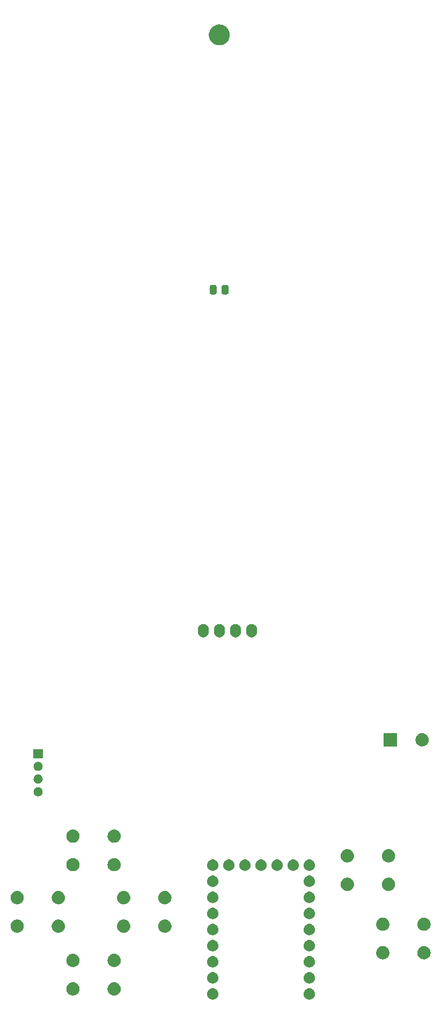
<source format=gbr>
G04 #@! TF.GenerationSoftware,KiCad,Pcbnew,8.0.5-8.0.5-0~ubuntu24.04.1*
G04 #@! TF.CreationDate,2024-10-08T07:52:30+09:00*
G04 #@! TF.ProjectId,gopher_bird_rp2040_sw,676f7068-6572-45f6-9269-72645f727032,rev?*
G04 #@! TF.SameCoordinates,Original*
G04 #@! TF.FileFunction,Soldermask,Bot*
G04 #@! TF.FilePolarity,Negative*
%FSLAX46Y46*%
G04 Gerber Fmt 4.6, Leading zero omitted, Abs format (unit mm)*
G04 Created by KiCad (PCBNEW 8.0.5-8.0.5-0~ubuntu24.04.1) date 2024-10-08 07:52:30*
%MOMM*%
%LPD*%
G01*
G04 APERTURE LIST*
G04 APERTURE END LIST*
G36*
X109503983Y-176103936D02*
G01*
X109554180Y-176103936D01*
X109597524Y-176113149D01*
X109635659Y-176116905D01*
X109683566Y-176131437D01*
X109738424Y-176143098D01*
X109773530Y-176158728D01*
X109804566Y-176168143D01*
X109853884Y-176194504D01*
X109910500Y-176219711D01*
X109936822Y-176238835D01*
X109960232Y-176251348D01*
X110007988Y-176290540D01*
X110062887Y-176330427D01*
X110080711Y-176350223D01*
X110096675Y-176363324D01*
X110139572Y-176415594D01*
X110188924Y-176470405D01*
X110199292Y-176488363D01*
X110208651Y-176499767D01*
X110243273Y-176564542D01*
X110283104Y-176633530D01*
X110287685Y-176647630D01*
X110291856Y-176655433D01*
X110314852Y-176731242D01*
X110341311Y-176812672D01*
X110342242Y-176821532D01*
X110343094Y-176824340D01*
X110351384Y-176908513D01*
X110361000Y-177000000D01*
X110351383Y-177091494D01*
X110343094Y-177175659D01*
X110342242Y-177178466D01*
X110341311Y-177187328D01*
X110314848Y-177268771D01*
X110291856Y-177344566D01*
X110287686Y-177352366D01*
X110283104Y-177366470D01*
X110243266Y-177435470D01*
X110208651Y-177500232D01*
X110199294Y-177511633D01*
X110188924Y-177529595D01*
X110139563Y-177584415D01*
X110096675Y-177636675D01*
X110080714Y-177649773D01*
X110062887Y-177669573D01*
X110007977Y-177709467D01*
X109960232Y-177748651D01*
X109936827Y-177761161D01*
X109910500Y-177780289D01*
X109853873Y-177805500D01*
X109804566Y-177831856D01*
X109773537Y-177841268D01*
X109738424Y-177856902D01*
X109683555Y-177868564D01*
X109635659Y-177883094D01*
X109597532Y-177886849D01*
X109554180Y-177896064D01*
X109503973Y-177896064D01*
X109460000Y-177900395D01*
X109416027Y-177896064D01*
X109365820Y-177896064D01*
X109322467Y-177886849D01*
X109284340Y-177883094D01*
X109236441Y-177868563D01*
X109181576Y-177856902D01*
X109146464Y-177841269D01*
X109115433Y-177831856D01*
X109066120Y-177805498D01*
X109009500Y-177780289D01*
X108983175Y-177761163D01*
X108959767Y-177748651D01*
X108912013Y-177709460D01*
X108857113Y-177669573D01*
X108839287Y-177649776D01*
X108823324Y-177636675D01*
X108780425Y-177584402D01*
X108731076Y-177529595D01*
X108720708Y-177511637D01*
X108711348Y-177500232D01*
X108676719Y-177435447D01*
X108636896Y-177366470D01*
X108632315Y-177352371D01*
X108628143Y-177344566D01*
X108605136Y-177268725D01*
X108578689Y-177187328D01*
X108577758Y-177178471D01*
X108576905Y-177175659D01*
X108568600Y-177091342D01*
X108559000Y-177000000D01*
X108568599Y-176908664D01*
X108576905Y-176824340D01*
X108577758Y-176821527D01*
X108578689Y-176812672D01*
X108605132Y-176731288D01*
X108628143Y-176655433D01*
X108632315Y-176647626D01*
X108636896Y-176633530D01*
X108676712Y-176564565D01*
X108711348Y-176499767D01*
X108720710Y-176488359D01*
X108731076Y-176470405D01*
X108780416Y-176415607D01*
X108823324Y-176363324D01*
X108839291Y-176350219D01*
X108857113Y-176330427D01*
X108912002Y-176290546D01*
X108959767Y-176251348D01*
X108983180Y-176238833D01*
X109009500Y-176219711D01*
X109066109Y-176194506D01*
X109115433Y-176168143D01*
X109146471Y-176158727D01*
X109181576Y-176143098D01*
X109236430Y-176131438D01*
X109284340Y-176116905D01*
X109322476Y-176113148D01*
X109365820Y-176103936D01*
X109416016Y-176103936D01*
X109460000Y-176099604D01*
X109503983Y-176103936D01*
G37*
G36*
X124743983Y-176103936D02*
G01*
X124794180Y-176103936D01*
X124837524Y-176113149D01*
X124875659Y-176116905D01*
X124923566Y-176131437D01*
X124978424Y-176143098D01*
X125013530Y-176158728D01*
X125044566Y-176168143D01*
X125093884Y-176194504D01*
X125150500Y-176219711D01*
X125176822Y-176238835D01*
X125200232Y-176251348D01*
X125247988Y-176290540D01*
X125302887Y-176330427D01*
X125320711Y-176350223D01*
X125336675Y-176363324D01*
X125379572Y-176415594D01*
X125428924Y-176470405D01*
X125439292Y-176488363D01*
X125448651Y-176499767D01*
X125483273Y-176564542D01*
X125523104Y-176633530D01*
X125527685Y-176647630D01*
X125531856Y-176655433D01*
X125554852Y-176731242D01*
X125581311Y-176812672D01*
X125582242Y-176821532D01*
X125583094Y-176824340D01*
X125591384Y-176908513D01*
X125601000Y-177000000D01*
X125591383Y-177091494D01*
X125583094Y-177175659D01*
X125582242Y-177178466D01*
X125581311Y-177187328D01*
X125554848Y-177268771D01*
X125531856Y-177344566D01*
X125527686Y-177352366D01*
X125523104Y-177366470D01*
X125483266Y-177435470D01*
X125448651Y-177500232D01*
X125439294Y-177511633D01*
X125428924Y-177529595D01*
X125379563Y-177584415D01*
X125336675Y-177636675D01*
X125320714Y-177649773D01*
X125302887Y-177669573D01*
X125247977Y-177709467D01*
X125200232Y-177748651D01*
X125176827Y-177761161D01*
X125150500Y-177780289D01*
X125093873Y-177805500D01*
X125044566Y-177831856D01*
X125013537Y-177841268D01*
X124978424Y-177856902D01*
X124923555Y-177868564D01*
X124875659Y-177883094D01*
X124837532Y-177886849D01*
X124794180Y-177896064D01*
X124743973Y-177896064D01*
X124700000Y-177900395D01*
X124656027Y-177896064D01*
X124605820Y-177896064D01*
X124562467Y-177886849D01*
X124524340Y-177883094D01*
X124476441Y-177868563D01*
X124421576Y-177856902D01*
X124386464Y-177841269D01*
X124355433Y-177831856D01*
X124306120Y-177805498D01*
X124249500Y-177780289D01*
X124223175Y-177761163D01*
X124199767Y-177748651D01*
X124152013Y-177709460D01*
X124097113Y-177669573D01*
X124079287Y-177649776D01*
X124063324Y-177636675D01*
X124020425Y-177584402D01*
X123971076Y-177529595D01*
X123960708Y-177511637D01*
X123951348Y-177500232D01*
X123916719Y-177435447D01*
X123876896Y-177366470D01*
X123872315Y-177352371D01*
X123868143Y-177344566D01*
X123845136Y-177268725D01*
X123818689Y-177187328D01*
X123817758Y-177178471D01*
X123816905Y-177175659D01*
X123808600Y-177091342D01*
X123799000Y-177000000D01*
X123808599Y-176908664D01*
X123816905Y-176824340D01*
X123817758Y-176821527D01*
X123818689Y-176812672D01*
X123845132Y-176731288D01*
X123868143Y-176655433D01*
X123872315Y-176647626D01*
X123876896Y-176633530D01*
X123916712Y-176564565D01*
X123951348Y-176499767D01*
X123960710Y-176488359D01*
X123971076Y-176470405D01*
X124020416Y-176415607D01*
X124063324Y-176363324D01*
X124079291Y-176350219D01*
X124097113Y-176330427D01*
X124152002Y-176290546D01*
X124199767Y-176251348D01*
X124223180Y-176238833D01*
X124249500Y-176219711D01*
X124306109Y-176194506D01*
X124355433Y-176168143D01*
X124386471Y-176158727D01*
X124421576Y-176143098D01*
X124476430Y-176131438D01*
X124524340Y-176116905D01*
X124562476Y-176113148D01*
X124605820Y-176103936D01*
X124656016Y-176103936D01*
X124700000Y-176099604D01*
X124743983Y-176103936D01*
G37*
G36*
X87450938Y-175154017D02*
G01*
X87496923Y-175154017D01*
X87548139Y-175163590D01*
X87605040Y-175169195D01*
X87648261Y-175182306D01*
X87687474Y-175189636D01*
X87741785Y-175210676D01*
X87802200Y-175229003D01*
X87836720Y-175247454D01*
X87868232Y-175259662D01*
X87922977Y-175293559D01*
X87983904Y-175326125D01*
X88009506Y-175347136D01*
X88033048Y-175361713D01*
X88085212Y-175409267D01*
X88143169Y-175456831D01*
X88160342Y-175477757D01*
X88176301Y-175492305D01*
X88222629Y-175553653D01*
X88273875Y-175616096D01*
X88283783Y-175634634D01*
X88293122Y-175647000D01*
X88330274Y-175721613D01*
X88370997Y-175797800D01*
X88375340Y-175812117D01*
X88379528Y-175820528D01*
X88404267Y-175907476D01*
X88430805Y-175994960D01*
X88431676Y-176003811D01*
X88432577Y-176006975D01*
X88441938Y-176108002D01*
X88451000Y-176200000D01*
X88441938Y-176292005D01*
X88432577Y-176393024D01*
X88431676Y-176396187D01*
X88430805Y-176405040D01*
X88404262Y-176492538D01*
X88379528Y-176579471D01*
X88375341Y-176587879D01*
X88370997Y-176602200D01*
X88330267Y-176678399D01*
X88293122Y-176752999D01*
X88283785Y-176765362D01*
X88273875Y-176783904D01*
X88222620Y-176846357D01*
X88176301Y-176907694D01*
X88160345Y-176922238D01*
X88143169Y-176943169D01*
X88085201Y-176990741D01*
X88033048Y-177038286D01*
X88009511Y-177052859D01*
X87983904Y-177073875D01*
X87922965Y-177106447D01*
X87868232Y-177140337D01*
X87836726Y-177152542D01*
X87802200Y-177170997D01*
X87741773Y-177189327D01*
X87687474Y-177210363D01*
X87648268Y-177217691D01*
X87605040Y-177230805D01*
X87548136Y-177236409D01*
X87496923Y-177245983D01*
X87450938Y-177245983D01*
X87400000Y-177251000D01*
X87349062Y-177245983D01*
X87303077Y-177245983D01*
X87251863Y-177236409D01*
X87194960Y-177230805D01*
X87151732Y-177217692D01*
X87112525Y-177210363D01*
X87058221Y-177189325D01*
X86997800Y-177170997D01*
X86963275Y-177152543D01*
X86931767Y-177140337D01*
X86877027Y-177106443D01*
X86816096Y-177073875D01*
X86790491Y-177052861D01*
X86766951Y-177038286D01*
X86714788Y-176990733D01*
X86656831Y-176943169D01*
X86639656Y-176922242D01*
X86623698Y-176907694D01*
X86577367Y-176846342D01*
X86526125Y-176783904D01*
X86516216Y-176765366D01*
X86506877Y-176752999D01*
X86469717Y-176678372D01*
X86429003Y-176602200D01*
X86424660Y-176587884D01*
X86420471Y-176579471D01*
X86395721Y-176492485D01*
X86369195Y-176405040D01*
X86368323Y-176396192D01*
X86367422Y-176393024D01*
X86358044Y-176291833D01*
X86349000Y-176200000D01*
X86358044Y-176108173D01*
X86367422Y-176006975D01*
X86368323Y-176003805D01*
X86369195Y-175994960D01*
X86395716Y-175907529D01*
X86420471Y-175820528D01*
X86424661Y-175812112D01*
X86429003Y-175797800D01*
X86469710Y-175721641D01*
X86506877Y-175647000D01*
X86516218Y-175634629D01*
X86526125Y-175616096D01*
X86577357Y-175553668D01*
X86623698Y-175492305D01*
X86639660Y-175477753D01*
X86656831Y-175456831D01*
X86714777Y-175409275D01*
X86766951Y-175361713D01*
X86790496Y-175347134D01*
X86816096Y-175326125D01*
X86877015Y-175293563D01*
X86931767Y-175259662D01*
X86963282Y-175247452D01*
X86997800Y-175229003D01*
X87058209Y-175210677D01*
X87112525Y-175189636D01*
X87151739Y-175182305D01*
X87194960Y-175169195D01*
X87251860Y-175163590D01*
X87303077Y-175154017D01*
X87349062Y-175154017D01*
X87400000Y-175149000D01*
X87450938Y-175154017D01*
G37*
G36*
X93950938Y-175154017D02*
G01*
X93996923Y-175154017D01*
X94048139Y-175163590D01*
X94105040Y-175169195D01*
X94148261Y-175182306D01*
X94187474Y-175189636D01*
X94241785Y-175210676D01*
X94302200Y-175229003D01*
X94336720Y-175247454D01*
X94368232Y-175259662D01*
X94422977Y-175293559D01*
X94483904Y-175326125D01*
X94509506Y-175347136D01*
X94533048Y-175361713D01*
X94585212Y-175409267D01*
X94643169Y-175456831D01*
X94660342Y-175477757D01*
X94676301Y-175492305D01*
X94722629Y-175553653D01*
X94773875Y-175616096D01*
X94783783Y-175634634D01*
X94793122Y-175647000D01*
X94830274Y-175721613D01*
X94870997Y-175797800D01*
X94875340Y-175812117D01*
X94879528Y-175820528D01*
X94904267Y-175907476D01*
X94930805Y-175994960D01*
X94931676Y-176003811D01*
X94932577Y-176006975D01*
X94941938Y-176108002D01*
X94951000Y-176200000D01*
X94941938Y-176292005D01*
X94932577Y-176393024D01*
X94931676Y-176396187D01*
X94930805Y-176405040D01*
X94904262Y-176492538D01*
X94879528Y-176579471D01*
X94875341Y-176587879D01*
X94870997Y-176602200D01*
X94830267Y-176678399D01*
X94793122Y-176752999D01*
X94783785Y-176765362D01*
X94773875Y-176783904D01*
X94722620Y-176846357D01*
X94676301Y-176907694D01*
X94660345Y-176922238D01*
X94643169Y-176943169D01*
X94585201Y-176990741D01*
X94533048Y-177038286D01*
X94509511Y-177052859D01*
X94483904Y-177073875D01*
X94422965Y-177106447D01*
X94368232Y-177140337D01*
X94336726Y-177152542D01*
X94302200Y-177170997D01*
X94241773Y-177189327D01*
X94187474Y-177210363D01*
X94148268Y-177217691D01*
X94105040Y-177230805D01*
X94048136Y-177236409D01*
X93996923Y-177245983D01*
X93950938Y-177245983D01*
X93900000Y-177251000D01*
X93849062Y-177245983D01*
X93803077Y-177245983D01*
X93751863Y-177236409D01*
X93694960Y-177230805D01*
X93651732Y-177217692D01*
X93612525Y-177210363D01*
X93558221Y-177189325D01*
X93497800Y-177170997D01*
X93463275Y-177152543D01*
X93431767Y-177140337D01*
X93377027Y-177106443D01*
X93316096Y-177073875D01*
X93290491Y-177052861D01*
X93266951Y-177038286D01*
X93214788Y-176990733D01*
X93156831Y-176943169D01*
X93139656Y-176922242D01*
X93123698Y-176907694D01*
X93077367Y-176846342D01*
X93026125Y-176783904D01*
X93016216Y-176765366D01*
X93006877Y-176752999D01*
X92969717Y-176678372D01*
X92929003Y-176602200D01*
X92924660Y-176587884D01*
X92920471Y-176579471D01*
X92895721Y-176492485D01*
X92869195Y-176405040D01*
X92868323Y-176396192D01*
X92867422Y-176393024D01*
X92858044Y-176291833D01*
X92849000Y-176200000D01*
X92858044Y-176108173D01*
X92867422Y-176006975D01*
X92868323Y-176003805D01*
X92869195Y-175994960D01*
X92895716Y-175907529D01*
X92920471Y-175820528D01*
X92924661Y-175812112D01*
X92929003Y-175797800D01*
X92969710Y-175721641D01*
X93006877Y-175647000D01*
X93016218Y-175634629D01*
X93026125Y-175616096D01*
X93077357Y-175553668D01*
X93123698Y-175492305D01*
X93139660Y-175477753D01*
X93156831Y-175456831D01*
X93214777Y-175409275D01*
X93266951Y-175361713D01*
X93290496Y-175347134D01*
X93316096Y-175326125D01*
X93377015Y-175293563D01*
X93431767Y-175259662D01*
X93463282Y-175247452D01*
X93497800Y-175229003D01*
X93558209Y-175210677D01*
X93612525Y-175189636D01*
X93651739Y-175182305D01*
X93694960Y-175169195D01*
X93751860Y-175163590D01*
X93803077Y-175154017D01*
X93849062Y-175154017D01*
X93900000Y-175149000D01*
X93950938Y-175154017D01*
G37*
G36*
X109503983Y-173563936D02*
G01*
X109554180Y-173563936D01*
X109597524Y-173573149D01*
X109635659Y-173576905D01*
X109683566Y-173591437D01*
X109738424Y-173603098D01*
X109773530Y-173618728D01*
X109804566Y-173628143D01*
X109853884Y-173654504D01*
X109910500Y-173679711D01*
X109936822Y-173698835D01*
X109960232Y-173711348D01*
X110007988Y-173750540D01*
X110062887Y-173790427D01*
X110080711Y-173810223D01*
X110096675Y-173823324D01*
X110139572Y-173875594D01*
X110188924Y-173930405D01*
X110199292Y-173948363D01*
X110208651Y-173959767D01*
X110243273Y-174024542D01*
X110283104Y-174093530D01*
X110287685Y-174107630D01*
X110291856Y-174115433D01*
X110314852Y-174191242D01*
X110341311Y-174272672D01*
X110342242Y-174281532D01*
X110343094Y-174284340D01*
X110351384Y-174368513D01*
X110361000Y-174460000D01*
X110351383Y-174551494D01*
X110343094Y-174635659D01*
X110342242Y-174638466D01*
X110341311Y-174647328D01*
X110314848Y-174728771D01*
X110291856Y-174804566D01*
X110287686Y-174812366D01*
X110283104Y-174826470D01*
X110243266Y-174895470D01*
X110208651Y-174960232D01*
X110199294Y-174971633D01*
X110188924Y-174989595D01*
X110139563Y-175044415D01*
X110096675Y-175096675D01*
X110080714Y-175109773D01*
X110062887Y-175129573D01*
X110007977Y-175169467D01*
X109960232Y-175208651D01*
X109936827Y-175221161D01*
X109910500Y-175240289D01*
X109853873Y-175265500D01*
X109804566Y-175291856D01*
X109773537Y-175301268D01*
X109738424Y-175316902D01*
X109683555Y-175328564D01*
X109635659Y-175343094D01*
X109597532Y-175346849D01*
X109554180Y-175356064D01*
X109503973Y-175356064D01*
X109460000Y-175360395D01*
X109416027Y-175356064D01*
X109365820Y-175356064D01*
X109322467Y-175346849D01*
X109284340Y-175343094D01*
X109236441Y-175328563D01*
X109181576Y-175316902D01*
X109146464Y-175301269D01*
X109115433Y-175291856D01*
X109066120Y-175265498D01*
X109009500Y-175240289D01*
X108983175Y-175221163D01*
X108959767Y-175208651D01*
X108912013Y-175169460D01*
X108857113Y-175129573D01*
X108839287Y-175109776D01*
X108823324Y-175096675D01*
X108780425Y-175044402D01*
X108731076Y-174989595D01*
X108720708Y-174971637D01*
X108711348Y-174960232D01*
X108676719Y-174895447D01*
X108636896Y-174826470D01*
X108632315Y-174812371D01*
X108628143Y-174804566D01*
X108605136Y-174728725D01*
X108578689Y-174647328D01*
X108577758Y-174638471D01*
X108576905Y-174635659D01*
X108568600Y-174551342D01*
X108559000Y-174460000D01*
X108568599Y-174368664D01*
X108576905Y-174284340D01*
X108577758Y-174281527D01*
X108578689Y-174272672D01*
X108605132Y-174191288D01*
X108628143Y-174115433D01*
X108632315Y-174107626D01*
X108636896Y-174093530D01*
X108676712Y-174024565D01*
X108711348Y-173959767D01*
X108720710Y-173948359D01*
X108731076Y-173930405D01*
X108780416Y-173875607D01*
X108823324Y-173823324D01*
X108839291Y-173810219D01*
X108857113Y-173790427D01*
X108912002Y-173750546D01*
X108959767Y-173711348D01*
X108983180Y-173698833D01*
X109009500Y-173679711D01*
X109066109Y-173654506D01*
X109115433Y-173628143D01*
X109146471Y-173618727D01*
X109181576Y-173603098D01*
X109236430Y-173591438D01*
X109284340Y-173576905D01*
X109322476Y-173573148D01*
X109365820Y-173563936D01*
X109416016Y-173563936D01*
X109460000Y-173559604D01*
X109503983Y-173563936D01*
G37*
G36*
X124743983Y-173563936D02*
G01*
X124794180Y-173563936D01*
X124837524Y-173573149D01*
X124875659Y-173576905D01*
X124923566Y-173591437D01*
X124978424Y-173603098D01*
X125013530Y-173618728D01*
X125044566Y-173628143D01*
X125093884Y-173654504D01*
X125150500Y-173679711D01*
X125176822Y-173698835D01*
X125200232Y-173711348D01*
X125247988Y-173750540D01*
X125302887Y-173790427D01*
X125320711Y-173810223D01*
X125336675Y-173823324D01*
X125379572Y-173875594D01*
X125428924Y-173930405D01*
X125439292Y-173948363D01*
X125448651Y-173959767D01*
X125483273Y-174024542D01*
X125523104Y-174093530D01*
X125527685Y-174107630D01*
X125531856Y-174115433D01*
X125554852Y-174191242D01*
X125581311Y-174272672D01*
X125582242Y-174281532D01*
X125583094Y-174284340D01*
X125591384Y-174368513D01*
X125601000Y-174460000D01*
X125591383Y-174551494D01*
X125583094Y-174635659D01*
X125582242Y-174638466D01*
X125581311Y-174647328D01*
X125554848Y-174728771D01*
X125531856Y-174804566D01*
X125527686Y-174812366D01*
X125523104Y-174826470D01*
X125483266Y-174895470D01*
X125448651Y-174960232D01*
X125439294Y-174971633D01*
X125428924Y-174989595D01*
X125379563Y-175044415D01*
X125336675Y-175096675D01*
X125320714Y-175109773D01*
X125302887Y-175129573D01*
X125247977Y-175169467D01*
X125200232Y-175208651D01*
X125176827Y-175221161D01*
X125150500Y-175240289D01*
X125093873Y-175265500D01*
X125044566Y-175291856D01*
X125013537Y-175301268D01*
X124978424Y-175316902D01*
X124923555Y-175328564D01*
X124875659Y-175343094D01*
X124837532Y-175346849D01*
X124794180Y-175356064D01*
X124743973Y-175356064D01*
X124700000Y-175360395D01*
X124656027Y-175356064D01*
X124605820Y-175356064D01*
X124562467Y-175346849D01*
X124524340Y-175343094D01*
X124476441Y-175328563D01*
X124421576Y-175316902D01*
X124386464Y-175301269D01*
X124355433Y-175291856D01*
X124306120Y-175265498D01*
X124249500Y-175240289D01*
X124223175Y-175221163D01*
X124199767Y-175208651D01*
X124152013Y-175169460D01*
X124097113Y-175129573D01*
X124079287Y-175109776D01*
X124063324Y-175096675D01*
X124020425Y-175044402D01*
X123971076Y-174989595D01*
X123960708Y-174971637D01*
X123951348Y-174960232D01*
X123916719Y-174895447D01*
X123876896Y-174826470D01*
X123872315Y-174812371D01*
X123868143Y-174804566D01*
X123845136Y-174728725D01*
X123818689Y-174647328D01*
X123817758Y-174638471D01*
X123816905Y-174635659D01*
X123808600Y-174551342D01*
X123799000Y-174460000D01*
X123808599Y-174368664D01*
X123816905Y-174284340D01*
X123817758Y-174281527D01*
X123818689Y-174272672D01*
X123845132Y-174191288D01*
X123868143Y-174115433D01*
X123872315Y-174107626D01*
X123876896Y-174093530D01*
X123916712Y-174024565D01*
X123951348Y-173959767D01*
X123960710Y-173948359D01*
X123971076Y-173930405D01*
X124020416Y-173875607D01*
X124063324Y-173823324D01*
X124079291Y-173810219D01*
X124097113Y-173790427D01*
X124152002Y-173750546D01*
X124199767Y-173711348D01*
X124223180Y-173698833D01*
X124249500Y-173679711D01*
X124306109Y-173654506D01*
X124355433Y-173628143D01*
X124386471Y-173618727D01*
X124421576Y-173603098D01*
X124476430Y-173591438D01*
X124524340Y-173576905D01*
X124562476Y-173573148D01*
X124605820Y-173563936D01*
X124656016Y-173563936D01*
X124700000Y-173559604D01*
X124743983Y-173563936D01*
G37*
G36*
X109503983Y-171023936D02*
G01*
X109554180Y-171023936D01*
X109597524Y-171033149D01*
X109635659Y-171036905D01*
X109683566Y-171051437D01*
X109738424Y-171063098D01*
X109773530Y-171078728D01*
X109804566Y-171088143D01*
X109853884Y-171114504D01*
X109910500Y-171139711D01*
X109936822Y-171158835D01*
X109960232Y-171171348D01*
X110007988Y-171210540D01*
X110062887Y-171250427D01*
X110080711Y-171270223D01*
X110096675Y-171283324D01*
X110139572Y-171335594D01*
X110188924Y-171390405D01*
X110199292Y-171408363D01*
X110208651Y-171419767D01*
X110243273Y-171484542D01*
X110283104Y-171553530D01*
X110287685Y-171567630D01*
X110291856Y-171575433D01*
X110314852Y-171651242D01*
X110341311Y-171732672D01*
X110342242Y-171741532D01*
X110343094Y-171744340D01*
X110351384Y-171828513D01*
X110361000Y-171920000D01*
X110351383Y-172011494D01*
X110343094Y-172095659D01*
X110342242Y-172098466D01*
X110341311Y-172107328D01*
X110314848Y-172188771D01*
X110291856Y-172264566D01*
X110287686Y-172272366D01*
X110283104Y-172286470D01*
X110243266Y-172355470D01*
X110208651Y-172420232D01*
X110199294Y-172431633D01*
X110188924Y-172449595D01*
X110139563Y-172504415D01*
X110096675Y-172556675D01*
X110080714Y-172569773D01*
X110062887Y-172589573D01*
X110007977Y-172629467D01*
X109960232Y-172668651D01*
X109936827Y-172681161D01*
X109910500Y-172700289D01*
X109853873Y-172725500D01*
X109804566Y-172751856D01*
X109773537Y-172761268D01*
X109738424Y-172776902D01*
X109683555Y-172788564D01*
X109635659Y-172803094D01*
X109597532Y-172806849D01*
X109554180Y-172816064D01*
X109503973Y-172816064D01*
X109460000Y-172820395D01*
X109416027Y-172816064D01*
X109365820Y-172816064D01*
X109322467Y-172806849D01*
X109284340Y-172803094D01*
X109236441Y-172788563D01*
X109181576Y-172776902D01*
X109146464Y-172761269D01*
X109115433Y-172751856D01*
X109066120Y-172725498D01*
X109009500Y-172700289D01*
X108983175Y-172681163D01*
X108959767Y-172668651D01*
X108912013Y-172629460D01*
X108857113Y-172589573D01*
X108839287Y-172569776D01*
X108823324Y-172556675D01*
X108780425Y-172504402D01*
X108731076Y-172449595D01*
X108720708Y-172431637D01*
X108711348Y-172420232D01*
X108676719Y-172355447D01*
X108636896Y-172286470D01*
X108632315Y-172272371D01*
X108628143Y-172264566D01*
X108605136Y-172188725D01*
X108578689Y-172107328D01*
X108577758Y-172098471D01*
X108576905Y-172095659D01*
X108568600Y-172011342D01*
X108559000Y-171920000D01*
X108568599Y-171828664D01*
X108576905Y-171744340D01*
X108577758Y-171741527D01*
X108578689Y-171732672D01*
X108605132Y-171651288D01*
X108628143Y-171575433D01*
X108632315Y-171567626D01*
X108636896Y-171553530D01*
X108676712Y-171484565D01*
X108711348Y-171419767D01*
X108720710Y-171408359D01*
X108731076Y-171390405D01*
X108780416Y-171335607D01*
X108823324Y-171283324D01*
X108839291Y-171270219D01*
X108857113Y-171250427D01*
X108912002Y-171210546D01*
X108959767Y-171171348D01*
X108983180Y-171158833D01*
X109009500Y-171139711D01*
X109066109Y-171114506D01*
X109115433Y-171088143D01*
X109146471Y-171078727D01*
X109181576Y-171063098D01*
X109236430Y-171051438D01*
X109284340Y-171036905D01*
X109322476Y-171033148D01*
X109365820Y-171023936D01*
X109416016Y-171023936D01*
X109460000Y-171019604D01*
X109503983Y-171023936D01*
G37*
G36*
X124743983Y-171023936D02*
G01*
X124794180Y-171023936D01*
X124837524Y-171033149D01*
X124875659Y-171036905D01*
X124923566Y-171051437D01*
X124978424Y-171063098D01*
X125013530Y-171078728D01*
X125044566Y-171088143D01*
X125093884Y-171114504D01*
X125150500Y-171139711D01*
X125176822Y-171158835D01*
X125200232Y-171171348D01*
X125247988Y-171210540D01*
X125302887Y-171250427D01*
X125320711Y-171270223D01*
X125336675Y-171283324D01*
X125379572Y-171335594D01*
X125428924Y-171390405D01*
X125439292Y-171408363D01*
X125448651Y-171419767D01*
X125483273Y-171484542D01*
X125523104Y-171553530D01*
X125527685Y-171567630D01*
X125531856Y-171575433D01*
X125554852Y-171651242D01*
X125581311Y-171732672D01*
X125582242Y-171741532D01*
X125583094Y-171744340D01*
X125591384Y-171828513D01*
X125601000Y-171920000D01*
X125591383Y-172011494D01*
X125583094Y-172095659D01*
X125582242Y-172098466D01*
X125581311Y-172107328D01*
X125554848Y-172188771D01*
X125531856Y-172264566D01*
X125527686Y-172272366D01*
X125523104Y-172286470D01*
X125483266Y-172355470D01*
X125448651Y-172420232D01*
X125439294Y-172431633D01*
X125428924Y-172449595D01*
X125379563Y-172504415D01*
X125336675Y-172556675D01*
X125320714Y-172569773D01*
X125302887Y-172589573D01*
X125247977Y-172629467D01*
X125200232Y-172668651D01*
X125176827Y-172681161D01*
X125150500Y-172700289D01*
X125093873Y-172725500D01*
X125044566Y-172751856D01*
X125013537Y-172761268D01*
X124978424Y-172776902D01*
X124923555Y-172788564D01*
X124875659Y-172803094D01*
X124837532Y-172806849D01*
X124794180Y-172816064D01*
X124743973Y-172816064D01*
X124700000Y-172820395D01*
X124656027Y-172816064D01*
X124605820Y-172816064D01*
X124562467Y-172806849D01*
X124524340Y-172803094D01*
X124476441Y-172788563D01*
X124421576Y-172776902D01*
X124386464Y-172761269D01*
X124355433Y-172751856D01*
X124306120Y-172725498D01*
X124249500Y-172700289D01*
X124223175Y-172681163D01*
X124199767Y-172668651D01*
X124152013Y-172629460D01*
X124097113Y-172589573D01*
X124079287Y-172569776D01*
X124063324Y-172556675D01*
X124020425Y-172504402D01*
X123971076Y-172449595D01*
X123960708Y-172431637D01*
X123951348Y-172420232D01*
X123916719Y-172355447D01*
X123876896Y-172286470D01*
X123872315Y-172272371D01*
X123868143Y-172264566D01*
X123845136Y-172188725D01*
X123818689Y-172107328D01*
X123817758Y-172098471D01*
X123816905Y-172095659D01*
X123808600Y-172011342D01*
X123799000Y-171920000D01*
X123808599Y-171828664D01*
X123816905Y-171744340D01*
X123817758Y-171741527D01*
X123818689Y-171732672D01*
X123845132Y-171651288D01*
X123868143Y-171575433D01*
X123872315Y-171567626D01*
X123876896Y-171553530D01*
X123916712Y-171484565D01*
X123951348Y-171419767D01*
X123960710Y-171408359D01*
X123971076Y-171390405D01*
X124020416Y-171335607D01*
X124063324Y-171283324D01*
X124079291Y-171270219D01*
X124097113Y-171250427D01*
X124152002Y-171210546D01*
X124199767Y-171171348D01*
X124223180Y-171158833D01*
X124249500Y-171139711D01*
X124306109Y-171114506D01*
X124355433Y-171088143D01*
X124386471Y-171078727D01*
X124421576Y-171063098D01*
X124476430Y-171051438D01*
X124524340Y-171036905D01*
X124562476Y-171033148D01*
X124605820Y-171023936D01*
X124656016Y-171023936D01*
X124700000Y-171019604D01*
X124743983Y-171023936D01*
G37*
G36*
X87450938Y-170654017D02*
G01*
X87496923Y-170654017D01*
X87548139Y-170663590D01*
X87605040Y-170669195D01*
X87648261Y-170682306D01*
X87687474Y-170689636D01*
X87741785Y-170710676D01*
X87802200Y-170729003D01*
X87836720Y-170747454D01*
X87868232Y-170759662D01*
X87922977Y-170793559D01*
X87983904Y-170826125D01*
X88009506Y-170847136D01*
X88033048Y-170861713D01*
X88085212Y-170909267D01*
X88143169Y-170956831D01*
X88160342Y-170977757D01*
X88176301Y-170992305D01*
X88222629Y-171053653D01*
X88273875Y-171116096D01*
X88283783Y-171134634D01*
X88293122Y-171147000D01*
X88330274Y-171221613D01*
X88370997Y-171297800D01*
X88375340Y-171312117D01*
X88379528Y-171320528D01*
X88404267Y-171407476D01*
X88430805Y-171494960D01*
X88431676Y-171503811D01*
X88432577Y-171506975D01*
X88441938Y-171608002D01*
X88451000Y-171700000D01*
X88441938Y-171792005D01*
X88432577Y-171893024D01*
X88431676Y-171896187D01*
X88430805Y-171905040D01*
X88404262Y-171992538D01*
X88379528Y-172079471D01*
X88375341Y-172087879D01*
X88370997Y-172102200D01*
X88330267Y-172178399D01*
X88293122Y-172252999D01*
X88283785Y-172265362D01*
X88273875Y-172283904D01*
X88222620Y-172346357D01*
X88176301Y-172407694D01*
X88160345Y-172422238D01*
X88143169Y-172443169D01*
X88085201Y-172490741D01*
X88033048Y-172538286D01*
X88009511Y-172552859D01*
X87983904Y-172573875D01*
X87922965Y-172606447D01*
X87868232Y-172640337D01*
X87836726Y-172652542D01*
X87802200Y-172670997D01*
X87741773Y-172689327D01*
X87687474Y-172710363D01*
X87648268Y-172717691D01*
X87605040Y-172730805D01*
X87548136Y-172736409D01*
X87496923Y-172745983D01*
X87450938Y-172745983D01*
X87400000Y-172751000D01*
X87349062Y-172745983D01*
X87303077Y-172745983D01*
X87251863Y-172736409D01*
X87194960Y-172730805D01*
X87151732Y-172717692D01*
X87112525Y-172710363D01*
X87058221Y-172689325D01*
X86997800Y-172670997D01*
X86963275Y-172652543D01*
X86931767Y-172640337D01*
X86877027Y-172606443D01*
X86816096Y-172573875D01*
X86790491Y-172552861D01*
X86766951Y-172538286D01*
X86714788Y-172490733D01*
X86656831Y-172443169D01*
X86639656Y-172422242D01*
X86623698Y-172407694D01*
X86577367Y-172346342D01*
X86526125Y-172283904D01*
X86516216Y-172265366D01*
X86506877Y-172252999D01*
X86469717Y-172178372D01*
X86429003Y-172102200D01*
X86424660Y-172087884D01*
X86420471Y-172079471D01*
X86395721Y-171992485D01*
X86369195Y-171905040D01*
X86368323Y-171896192D01*
X86367422Y-171893024D01*
X86358044Y-171791833D01*
X86349000Y-171700000D01*
X86358044Y-171608173D01*
X86367422Y-171506975D01*
X86368323Y-171503805D01*
X86369195Y-171494960D01*
X86395716Y-171407529D01*
X86420471Y-171320528D01*
X86424661Y-171312112D01*
X86429003Y-171297800D01*
X86469710Y-171221641D01*
X86506877Y-171147000D01*
X86516218Y-171134629D01*
X86526125Y-171116096D01*
X86577357Y-171053668D01*
X86623698Y-170992305D01*
X86639660Y-170977753D01*
X86656831Y-170956831D01*
X86714777Y-170909275D01*
X86766951Y-170861713D01*
X86790496Y-170847134D01*
X86816096Y-170826125D01*
X86877015Y-170793563D01*
X86931767Y-170759662D01*
X86963282Y-170747452D01*
X86997800Y-170729003D01*
X87058209Y-170710677D01*
X87112525Y-170689636D01*
X87151739Y-170682305D01*
X87194960Y-170669195D01*
X87251860Y-170663590D01*
X87303077Y-170654017D01*
X87349062Y-170654017D01*
X87400000Y-170649000D01*
X87450938Y-170654017D01*
G37*
G36*
X93950938Y-170654017D02*
G01*
X93996923Y-170654017D01*
X94048139Y-170663590D01*
X94105040Y-170669195D01*
X94148261Y-170682306D01*
X94187474Y-170689636D01*
X94241785Y-170710676D01*
X94302200Y-170729003D01*
X94336720Y-170747454D01*
X94368232Y-170759662D01*
X94422977Y-170793559D01*
X94483904Y-170826125D01*
X94509506Y-170847136D01*
X94533048Y-170861713D01*
X94585212Y-170909267D01*
X94643169Y-170956831D01*
X94660342Y-170977757D01*
X94676301Y-170992305D01*
X94722629Y-171053653D01*
X94773875Y-171116096D01*
X94783783Y-171134634D01*
X94793122Y-171147000D01*
X94830274Y-171221613D01*
X94870997Y-171297800D01*
X94875340Y-171312117D01*
X94879528Y-171320528D01*
X94904267Y-171407476D01*
X94930805Y-171494960D01*
X94931676Y-171503811D01*
X94932577Y-171506975D01*
X94941938Y-171608002D01*
X94951000Y-171700000D01*
X94941938Y-171792005D01*
X94932577Y-171893024D01*
X94931676Y-171896187D01*
X94930805Y-171905040D01*
X94904262Y-171992538D01*
X94879528Y-172079471D01*
X94875341Y-172087879D01*
X94870997Y-172102200D01*
X94830267Y-172178399D01*
X94793122Y-172252999D01*
X94783785Y-172265362D01*
X94773875Y-172283904D01*
X94722620Y-172346357D01*
X94676301Y-172407694D01*
X94660345Y-172422238D01*
X94643169Y-172443169D01*
X94585201Y-172490741D01*
X94533048Y-172538286D01*
X94509511Y-172552859D01*
X94483904Y-172573875D01*
X94422965Y-172606447D01*
X94368232Y-172640337D01*
X94336726Y-172652542D01*
X94302200Y-172670997D01*
X94241773Y-172689327D01*
X94187474Y-172710363D01*
X94148268Y-172717691D01*
X94105040Y-172730805D01*
X94048136Y-172736409D01*
X93996923Y-172745983D01*
X93950938Y-172745983D01*
X93900000Y-172751000D01*
X93849062Y-172745983D01*
X93803077Y-172745983D01*
X93751863Y-172736409D01*
X93694960Y-172730805D01*
X93651732Y-172717692D01*
X93612525Y-172710363D01*
X93558221Y-172689325D01*
X93497800Y-172670997D01*
X93463275Y-172652543D01*
X93431767Y-172640337D01*
X93377027Y-172606443D01*
X93316096Y-172573875D01*
X93290491Y-172552861D01*
X93266951Y-172538286D01*
X93214788Y-172490733D01*
X93156831Y-172443169D01*
X93139656Y-172422242D01*
X93123698Y-172407694D01*
X93077367Y-172346342D01*
X93026125Y-172283904D01*
X93016216Y-172265366D01*
X93006877Y-172252999D01*
X92969717Y-172178372D01*
X92929003Y-172102200D01*
X92924660Y-172087884D01*
X92920471Y-172079471D01*
X92895721Y-171992485D01*
X92869195Y-171905040D01*
X92868323Y-171896192D01*
X92867422Y-171893024D01*
X92858044Y-171791833D01*
X92849000Y-171700000D01*
X92858044Y-171608173D01*
X92867422Y-171506975D01*
X92868323Y-171503805D01*
X92869195Y-171494960D01*
X92895716Y-171407529D01*
X92920471Y-171320528D01*
X92924661Y-171312112D01*
X92929003Y-171297800D01*
X92969710Y-171221641D01*
X93006877Y-171147000D01*
X93016218Y-171134629D01*
X93026125Y-171116096D01*
X93077357Y-171053668D01*
X93123698Y-170992305D01*
X93139660Y-170977753D01*
X93156831Y-170956831D01*
X93214777Y-170909275D01*
X93266951Y-170861713D01*
X93290496Y-170847134D01*
X93316096Y-170826125D01*
X93377015Y-170793563D01*
X93431767Y-170759662D01*
X93463282Y-170747452D01*
X93497800Y-170729003D01*
X93558209Y-170710677D01*
X93612525Y-170689636D01*
X93651739Y-170682305D01*
X93694960Y-170669195D01*
X93751860Y-170663590D01*
X93803077Y-170654017D01*
X93849062Y-170654017D01*
X93900000Y-170649000D01*
X93950938Y-170654017D01*
G37*
G36*
X136350938Y-169454017D02*
G01*
X136396923Y-169454017D01*
X136448139Y-169463590D01*
X136505040Y-169469195D01*
X136548261Y-169482306D01*
X136587474Y-169489636D01*
X136641785Y-169510676D01*
X136702200Y-169529003D01*
X136736720Y-169547454D01*
X136768232Y-169559662D01*
X136822977Y-169593559D01*
X136883904Y-169626125D01*
X136909506Y-169647136D01*
X136933048Y-169661713D01*
X136985212Y-169709267D01*
X137043169Y-169756831D01*
X137060342Y-169777757D01*
X137076301Y-169792305D01*
X137122629Y-169853653D01*
X137173875Y-169916096D01*
X137183783Y-169934634D01*
X137193122Y-169947000D01*
X137230274Y-170021613D01*
X137270997Y-170097800D01*
X137275340Y-170112117D01*
X137279528Y-170120528D01*
X137304267Y-170207476D01*
X137330805Y-170294960D01*
X137331676Y-170303811D01*
X137332577Y-170306975D01*
X137341938Y-170408002D01*
X137351000Y-170500000D01*
X137341938Y-170592005D01*
X137332577Y-170693024D01*
X137331676Y-170696187D01*
X137330805Y-170705040D01*
X137304262Y-170792538D01*
X137279528Y-170879471D01*
X137275341Y-170887879D01*
X137270997Y-170902200D01*
X137230267Y-170978399D01*
X137193122Y-171052999D01*
X137183785Y-171065362D01*
X137173875Y-171083904D01*
X137122620Y-171146357D01*
X137076301Y-171207694D01*
X137060345Y-171222238D01*
X137043169Y-171243169D01*
X136985201Y-171290741D01*
X136933048Y-171338286D01*
X136909511Y-171352859D01*
X136883904Y-171373875D01*
X136822965Y-171406447D01*
X136768232Y-171440337D01*
X136736726Y-171452542D01*
X136702200Y-171470997D01*
X136641773Y-171489327D01*
X136587474Y-171510363D01*
X136548268Y-171517691D01*
X136505040Y-171530805D01*
X136448136Y-171536409D01*
X136396923Y-171545983D01*
X136350938Y-171545983D01*
X136300000Y-171551000D01*
X136249062Y-171545983D01*
X136203077Y-171545983D01*
X136151863Y-171536409D01*
X136094960Y-171530805D01*
X136051732Y-171517692D01*
X136012525Y-171510363D01*
X135958221Y-171489325D01*
X135897800Y-171470997D01*
X135863275Y-171452543D01*
X135831767Y-171440337D01*
X135777027Y-171406443D01*
X135716096Y-171373875D01*
X135690491Y-171352861D01*
X135666951Y-171338286D01*
X135614788Y-171290733D01*
X135556831Y-171243169D01*
X135539656Y-171222242D01*
X135523698Y-171207694D01*
X135477367Y-171146342D01*
X135426125Y-171083904D01*
X135416216Y-171065366D01*
X135406877Y-171052999D01*
X135369717Y-170978372D01*
X135329003Y-170902200D01*
X135324660Y-170887884D01*
X135320471Y-170879471D01*
X135295721Y-170792485D01*
X135269195Y-170705040D01*
X135268323Y-170696192D01*
X135267422Y-170693024D01*
X135258044Y-170591833D01*
X135249000Y-170500000D01*
X135258044Y-170408173D01*
X135267422Y-170306975D01*
X135268323Y-170303805D01*
X135269195Y-170294960D01*
X135295716Y-170207529D01*
X135320471Y-170120528D01*
X135324661Y-170112112D01*
X135329003Y-170097800D01*
X135369710Y-170021641D01*
X135406877Y-169947000D01*
X135416218Y-169934629D01*
X135426125Y-169916096D01*
X135477357Y-169853668D01*
X135523698Y-169792305D01*
X135539660Y-169777753D01*
X135556831Y-169756831D01*
X135614777Y-169709275D01*
X135666951Y-169661713D01*
X135690496Y-169647134D01*
X135716096Y-169626125D01*
X135777015Y-169593563D01*
X135831767Y-169559662D01*
X135863282Y-169547452D01*
X135897800Y-169529003D01*
X135958209Y-169510677D01*
X136012525Y-169489636D01*
X136051739Y-169482305D01*
X136094960Y-169469195D01*
X136151860Y-169463590D01*
X136203077Y-169454017D01*
X136249062Y-169454017D01*
X136300000Y-169449000D01*
X136350938Y-169454017D01*
G37*
G36*
X142850938Y-169454017D02*
G01*
X142896923Y-169454017D01*
X142948139Y-169463590D01*
X143005040Y-169469195D01*
X143048261Y-169482306D01*
X143087474Y-169489636D01*
X143141785Y-169510676D01*
X143202200Y-169529003D01*
X143236720Y-169547454D01*
X143268232Y-169559662D01*
X143322977Y-169593559D01*
X143383904Y-169626125D01*
X143409506Y-169647136D01*
X143433048Y-169661713D01*
X143485212Y-169709267D01*
X143543169Y-169756831D01*
X143560342Y-169777757D01*
X143576301Y-169792305D01*
X143622629Y-169853653D01*
X143673875Y-169916096D01*
X143683783Y-169934634D01*
X143693122Y-169947000D01*
X143730274Y-170021613D01*
X143770997Y-170097800D01*
X143775340Y-170112117D01*
X143779528Y-170120528D01*
X143804267Y-170207476D01*
X143830805Y-170294960D01*
X143831676Y-170303811D01*
X143832577Y-170306975D01*
X143841938Y-170408002D01*
X143851000Y-170500000D01*
X143841938Y-170592005D01*
X143832577Y-170693024D01*
X143831676Y-170696187D01*
X143830805Y-170705040D01*
X143804262Y-170792538D01*
X143779528Y-170879471D01*
X143775341Y-170887879D01*
X143770997Y-170902200D01*
X143730267Y-170978399D01*
X143693122Y-171052999D01*
X143683785Y-171065362D01*
X143673875Y-171083904D01*
X143622620Y-171146357D01*
X143576301Y-171207694D01*
X143560345Y-171222238D01*
X143543169Y-171243169D01*
X143485201Y-171290741D01*
X143433048Y-171338286D01*
X143409511Y-171352859D01*
X143383904Y-171373875D01*
X143322965Y-171406447D01*
X143268232Y-171440337D01*
X143236726Y-171452542D01*
X143202200Y-171470997D01*
X143141773Y-171489327D01*
X143087474Y-171510363D01*
X143048268Y-171517691D01*
X143005040Y-171530805D01*
X142948136Y-171536409D01*
X142896923Y-171545983D01*
X142850938Y-171545983D01*
X142800000Y-171551000D01*
X142749062Y-171545983D01*
X142703077Y-171545983D01*
X142651863Y-171536409D01*
X142594960Y-171530805D01*
X142551732Y-171517692D01*
X142512525Y-171510363D01*
X142458221Y-171489325D01*
X142397800Y-171470997D01*
X142363275Y-171452543D01*
X142331767Y-171440337D01*
X142277027Y-171406443D01*
X142216096Y-171373875D01*
X142190491Y-171352861D01*
X142166951Y-171338286D01*
X142114788Y-171290733D01*
X142056831Y-171243169D01*
X142039656Y-171222242D01*
X142023698Y-171207694D01*
X141977367Y-171146342D01*
X141926125Y-171083904D01*
X141916216Y-171065366D01*
X141906877Y-171052999D01*
X141869717Y-170978372D01*
X141829003Y-170902200D01*
X141824660Y-170887884D01*
X141820471Y-170879471D01*
X141795721Y-170792485D01*
X141769195Y-170705040D01*
X141768323Y-170696192D01*
X141767422Y-170693024D01*
X141758044Y-170591833D01*
X141749000Y-170500000D01*
X141758044Y-170408173D01*
X141767422Y-170306975D01*
X141768323Y-170303805D01*
X141769195Y-170294960D01*
X141795716Y-170207529D01*
X141820471Y-170120528D01*
X141824661Y-170112112D01*
X141829003Y-170097800D01*
X141869710Y-170021641D01*
X141906877Y-169947000D01*
X141916218Y-169934629D01*
X141926125Y-169916096D01*
X141977357Y-169853668D01*
X142023698Y-169792305D01*
X142039660Y-169777753D01*
X142056831Y-169756831D01*
X142114777Y-169709275D01*
X142166951Y-169661713D01*
X142190496Y-169647134D01*
X142216096Y-169626125D01*
X142277015Y-169593563D01*
X142331767Y-169559662D01*
X142363282Y-169547452D01*
X142397800Y-169529003D01*
X142458209Y-169510677D01*
X142512525Y-169489636D01*
X142551739Y-169482305D01*
X142594960Y-169469195D01*
X142651860Y-169463590D01*
X142703077Y-169454017D01*
X142749062Y-169454017D01*
X142800000Y-169449000D01*
X142850938Y-169454017D01*
G37*
G36*
X109503983Y-168483936D02*
G01*
X109554180Y-168483936D01*
X109597524Y-168493149D01*
X109635659Y-168496905D01*
X109683566Y-168511437D01*
X109738424Y-168523098D01*
X109773530Y-168538728D01*
X109804566Y-168548143D01*
X109853884Y-168574504D01*
X109910500Y-168599711D01*
X109936822Y-168618835D01*
X109960232Y-168631348D01*
X110007988Y-168670540D01*
X110062887Y-168710427D01*
X110080711Y-168730223D01*
X110096675Y-168743324D01*
X110139572Y-168795594D01*
X110188924Y-168850405D01*
X110199292Y-168868363D01*
X110208651Y-168879767D01*
X110243273Y-168944542D01*
X110283104Y-169013530D01*
X110287685Y-169027630D01*
X110291856Y-169035433D01*
X110314852Y-169111242D01*
X110341311Y-169192672D01*
X110342242Y-169201532D01*
X110343094Y-169204340D01*
X110351384Y-169288513D01*
X110361000Y-169380000D01*
X110351383Y-169471494D01*
X110343094Y-169555659D01*
X110342242Y-169558466D01*
X110341311Y-169567328D01*
X110314848Y-169648771D01*
X110291856Y-169724566D01*
X110287686Y-169732366D01*
X110283104Y-169746470D01*
X110243266Y-169815470D01*
X110208651Y-169880232D01*
X110199294Y-169891633D01*
X110188924Y-169909595D01*
X110139563Y-169964415D01*
X110096675Y-170016675D01*
X110080714Y-170029773D01*
X110062887Y-170049573D01*
X110007977Y-170089467D01*
X109960232Y-170128651D01*
X109936827Y-170141161D01*
X109910500Y-170160289D01*
X109853873Y-170185500D01*
X109804566Y-170211856D01*
X109773537Y-170221268D01*
X109738424Y-170236902D01*
X109683555Y-170248564D01*
X109635659Y-170263094D01*
X109597532Y-170266849D01*
X109554180Y-170276064D01*
X109503973Y-170276064D01*
X109460000Y-170280395D01*
X109416027Y-170276064D01*
X109365820Y-170276064D01*
X109322467Y-170266849D01*
X109284340Y-170263094D01*
X109236441Y-170248563D01*
X109181576Y-170236902D01*
X109146464Y-170221269D01*
X109115433Y-170211856D01*
X109066120Y-170185498D01*
X109009500Y-170160289D01*
X108983175Y-170141163D01*
X108959767Y-170128651D01*
X108912013Y-170089460D01*
X108857113Y-170049573D01*
X108839287Y-170029776D01*
X108823324Y-170016675D01*
X108780425Y-169964402D01*
X108731076Y-169909595D01*
X108720708Y-169891637D01*
X108711348Y-169880232D01*
X108676719Y-169815447D01*
X108636896Y-169746470D01*
X108632315Y-169732371D01*
X108628143Y-169724566D01*
X108605136Y-169648725D01*
X108578689Y-169567328D01*
X108577758Y-169558471D01*
X108576905Y-169555659D01*
X108568600Y-169471342D01*
X108559000Y-169380000D01*
X108568599Y-169288664D01*
X108576905Y-169204340D01*
X108577758Y-169201527D01*
X108578689Y-169192672D01*
X108605132Y-169111288D01*
X108628143Y-169035433D01*
X108632315Y-169027626D01*
X108636896Y-169013530D01*
X108676712Y-168944565D01*
X108711348Y-168879767D01*
X108720710Y-168868359D01*
X108731076Y-168850405D01*
X108780416Y-168795607D01*
X108823324Y-168743324D01*
X108839291Y-168730219D01*
X108857113Y-168710427D01*
X108912002Y-168670546D01*
X108959767Y-168631348D01*
X108983180Y-168618833D01*
X109009500Y-168599711D01*
X109066109Y-168574506D01*
X109115433Y-168548143D01*
X109146471Y-168538727D01*
X109181576Y-168523098D01*
X109236430Y-168511438D01*
X109284340Y-168496905D01*
X109322476Y-168493148D01*
X109365820Y-168483936D01*
X109416016Y-168483936D01*
X109460000Y-168479604D01*
X109503983Y-168483936D01*
G37*
G36*
X124743983Y-168483936D02*
G01*
X124794180Y-168483936D01*
X124837524Y-168493149D01*
X124875659Y-168496905D01*
X124923566Y-168511437D01*
X124978424Y-168523098D01*
X125013530Y-168538728D01*
X125044566Y-168548143D01*
X125093884Y-168574504D01*
X125150500Y-168599711D01*
X125176822Y-168618835D01*
X125200232Y-168631348D01*
X125247988Y-168670540D01*
X125302887Y-168710427D01*
X125320711Y-168730223D01*
X125336675Y-168743324D01*
X125379572Y-168795594D01*
X125428924Y-168850405D01*
X125439292Y-168868363D01*
X125448651Y-168879767D01*
X125483273Y-168944542D01*
X125523104Y-169013530D01*
X125527685Y-169027630D01*
X125531856Y-169035433D01*
X125554852Y-169111242D01*
X125581311Y-169192672D01*
X125582242Y-169201532D01*
X125583094Y-169204340D01*
X125591384Y-169288513D01*
X125601000Y-169380000D01*
X125591383Y-169471494D01*
X125583094Y-169555659D01*
X125582242Y-169558466D01*
X125581311Y-169567328D01*
X125554848Y-169648771D01*
X125531856Y-169724566D01*
X125527686Y-169732366D01*
X125523104Y-169746470D01*
X125483266Y-169815470D01*
X125448651Y-169880232D01*
X125439294Y-169891633D01*
X125428924Y-169909595D01*
X125379563Y-169964415D01*
X125336675Y-170016675D01*
X125320714Y-170029773D01*
X125302887Y-170049573D01*
X125247977Y-170089467D01*
X125200232Y-170128651D01*
X125176827Y-170141161D01*
X125150500Y-170160289D01*
X125093873Y-170185500D01*
X125044566Y-170211856D01*
X125013537Y-170221268D01*
X124978424Y-170236902D01*
X124923555Y-170248564D01*
X124875659Y-170263094D01*
X124837532Y-170266849D01*
X124794180Y-170276064D01*
X124743973Y-170276064D01*
X124700000Y-170280395D01*
X124656027Y-170276064D01*
X124605820Y-170276064D01*
X124562467Y-170266849D01*
X124524340Y-170263094D01*
X124476441Y-170248563D01*
X124421576Y-170236902D01*
X124386464Y-170221269D01*
X124355433Y-170211856D01*
X124306120Y-170185498D01*
X124249500Y-170160289D01*
X124223175Y-170141163D01*
X124199767Y-170128651D01*
X124152013Y-170089460D01*
X124097113Y-170049573D01*
X124079287Y-170029776D01*
X124063324Y-170016675D01*
X124020425Y-169964402D01*
X123971076Y-169909595D01*
X123960708Y-169891637D01*
X123951348Y-169880232D01*
X123916719Y-169815447D01*
X123876896Y-169746470D01*
X123872315Y-169732371D01*
X123868143Y-169724566D01*
X123845136Y-169648725D01*
X123818689Y-169567328D01*
X123817758Y-169558471D01*
X123816905Y-169555659D01*
X123808600Y-169471342D01*
X123799000Y-169380000D01*
X123808599Y-169288664D01*
X123816905Y-169204340D01*
X123817758Y-169201527D01*
X123818689Y-169192672D01*
X123845132Y-169111288D01*
X123868143Y-169035433D01*
X123872315Y-169027626D01*
X123876896Y-169013530D01*
X123916712Y-168944565D01*
X123951348Y-168879767D01*
X123960710Y-168868359D01*
X123971076Y-168850405D01*
X124020416Y-168795607D01*
X124063324Y-168743324D01*
X124079291Y-168730219D01*
X124097113Y-168710427D01*
X124152002Y-168670546D01*
X124199767Y-168631348D01*
X124223180Y-168618833D01*
X124249500Y-168599711D01*
X124306109Y-168574506D01*
X124355433Y-168548143D01*
X124386471Y-168538727D01*
X124421576Y-168523098D01*
X124476430Y-168511438D01*
X124524340Y-168496905D01*
X124562476Y-168493148D01*
X124605820Y-168483936D01*
X124656016Y-168483936D01*
X124700000Y-168479604D01*
X124743983Y-168483936D01*
G37*
G36*
X109503983Y-165943936D02*
G01*
X109554180Y-165943936D01*
X109597524Y-165953149D01*
X109635659Y-165956905D01*
X109683566Y-165971437D01*
X109738424Y-165983098D01*
X109773530Y-165998728D01*
X109804566Y-166008143D01*
X109853884Y-166034504D01*
X109910500Y-166059711D01*
X109936822Y-166078835D01*
X109960232Y-166091348D01*
X110007988Y-166130540D01*
X110062887Y-166170427D01*
X110080711Y-166190223D01*
X110096675Y-166203324D01*
X110139572Y-166255594D01*
X110188924Y-166310405D01*
X110199292Y-166328363D01*
X110208651Y-166339767D01*
X110243273Y-166404542D01*
X110283104Y-166473530D01*
X110287685Y-166487630D01*
X110291856Y-166495433D01*
X110314852Y-166571242D01*
X110341311Y-166652672D01*
X110342242Y-166661532D01*
X110343094Y-166664340D01*
X110351384Y-166748513D01*
X110361000Y-166840000D01*
X110351383Y-166931494D01*
X110343094Y-167015659D01*
X110342242Y-167018466D01*
X110341311Y-167027328D01*
X110314848Y-167108771D01*
X110291856Y-167184566D01*
X110287686Y-167192366D01*
X110283104Y-167206470D01*
X110243266Y-167275470D01*
X110208651Y-167340232D01*
X110199294Y-167351633D01*
X110188924Y-167369595D01*
X110139563Y-167424415D01*
X110096675Y-167476675D01*
X110080714Y-167489773D01*
X110062887Y-167509573D01*
X110007977Y-167549467D01*
X109960232Y-167588651D01*
X109936827Y-167601161D01*
X109910500Y-167620289D01*
X109853873Y-167645500D01*
X109804566Y-167671856D01*
X109773537Y-167681268D01*
X109738424Y-167696902D01*
X109683555Y-167708564D01*
X109635659Y-167723094D01*
X109597532Y-167726849D01*
X109554180Y-167736064D01*
X109503973Y-167736064D01*
X109460000Y-167740395D01*
X109416027Y-167736064D01*
X109365820Y-167736064D01*
X109322467Y-167726849D01*
X109284340Y-167723094D01*
X109236441Y-167708563D01*
X109181576Y-167696902D01*
X109146464Y-167681269D01*
X109115433Y-167671856D01*
X109066120Y-167645498D01*
X109009500Y-167620289D01*
X108983175Y-167601163D01*
X108959767Y-167588651D01*
X108912013Y-167549460D01*
X108857113Y-167509573D01*
X108839287Y-167489776D01*
X108823324Y-167476675D01*
X108780425Y-167424402D01*
X108731076Y-167369595D01*
X108720708Y-167351637D01*
X108711348Y-167340232D01*
X108676719Y-167275447D01*
X108636896Y-167206470D01*
X108632315Y-167192371D01*
X108628143Y-167184566D01*
X108605136Y-167108725D01*
X108578689Y-167027328D01*
X108577758Y-167018471D01*
X108576905Y-167015659D01*
X108568600Y-166931342D01*
X108559000Y-166840000D01*
X108568599Y-166748664D01*
X108576905Y-166664340D01*
X108577758Y-166661527D01*
X108578689Y-166652672D01*
X108605132Y-166571288D01*
X108628143Y-166495433D01*
X108632315Y-166487626D01*
X108636896Y-166473530D01*
X108676712Y-166404565D01*
X108711348Y-166339767D01*
X108720710Y-166328359D01*
X108731076Y-166310405D01*
X108780416Y-166255607D01*
X108823324Y-166203324D01*
X108839291Y-166190219D01*
X108857113Y-166170427D01*
X108912002Y-166130546D01*
X108959767Y-166091348D01*
X108983180Y-166078833D01*
X109009500Y-166059711D01*
X109066109Y-166034506D01*
X109115433Y-166008143D01*
X109146471Y-165998727D01*
X109181576Y-165983098D01*
X109236430Y-165971438D01*
X109284340Y-165956905D01*
X109322476Y-165953148D01*
X109365820Y-165943936D01*
X109416016Y-165943936D01*
X109460000Y-165939604D01*
X109503983Y-165943936D01*
G37*
G36*
X124743983Y-165943936D02*
G01*
X124794180Y-165943936D01*
X124837524Y-165953149D01*
X124875659Y-165956905D01*
X124923566Y-165971437D01*
X124978424Y-165983098D01*
X125013530Y-165998728D01*
X125044566Y-166008143D01*
X125093884Y-166034504D01*
X125150500Y-166059711D01*
X125176822Y-166078835D01*
X125200232Y-166091348D01*
X125247988Y-166130540D01*
X125302887Y-166170427D01*
X125320711Y-166190223D01*
X125336675Y-166203324D01*
X125379572Y-166255594D01*
X125428924Y-166310405D01*
X125439292Y-166328363D01*
X125448651Y-166339767D01*
X125483273Y-166404542D01*
X125523104Y-166473530D01*
X125527685Y-166487630D01*
X125531856Y-166495433D01*
X125554852Y-166571242D01*
X125581311Y-166652672D01*
X125582242Y-166661532D01*
X125583094Y-166664340D01*
X125591384Y-166748513D01*
X125601000Y-166840000D01*
X125591383Y-166931494D01*
X125583094Y-167015659D01*
X125582242Y-167018466D01*
X125581311Y-167027328D01*
X125554848Y-167108771D01*
X125531856Y-167184566D01*
X125527686Y-167192366D01*
X125523104Y-167206470D01*
X125483266Y-167275470D01*
X125448651Y-167340232D01*
X125439294Y-167351633D01*
X125428924Y-167369595D01*
X125379563Y-167424415D01*
X125336675Y-167476675D01*
X125320714Y-167489773D01*
X125302887Y-167509573D01*
X125247977Y-167549467D01*
X125200232Y-167588651D01*
X125176827Y-167601161D01*
X125150500Y-167620289D01*
X125093873Y-167645500D01*
X125044566Y-167671856D01*
X125013537Y-167681268D01*
X124978424Y-167696902D01*
X124923555Y-167708564D01*
X124875659Y-167723094D01*
X124837532Y-167726849D01*
X124794180Y-167736064D01*
X124743973Y-167736064D01*
X124700000Y-167740395D01*
X124656027Y-167736064D01*
X124605820Y-167736064D01*
X124562467Y-167726849D01*
X124524340Y-167723094D01*
X124476441Y-167708563D01*
X124421576Y-167696902D01*
X124386464Y-167681269D01*
X124355433Y-167671856D01*
X124306120Y-167645498D01*
X124249500Y-167620289D01*
X124223175Y-167601163D01*
X124199767Y-167588651D01*
X124152013Y-167549460D01*
X124097113Y-167509573D01*
X124079287Y-167489776D01*
X124063324Y-167476675D01*
X124020425Y-167424402D01*
X123971076Y-167369595D01*
X123960708Y-167351637D01*
X123951348Y-167340232D01*
X123916719Y-167275447D01*
X123876896Y-167206470D01*
X123872315Y-167192371D01*
X123868143Y-167184566D01*
X123845136Y-167108725D01*
X123818689Y-167027328D01*
X123817758Y-167018471D01*
X123816905Y-167015659D01*
X123808600Y-166931342D01*
X123799000Y-166840000D01*
X123808599Y-166748664D01*
X123816905Y-166664340D01*
X123817758Y-166661527D01*
X123818689Y-166652672D01*
X123845132Y-166571288D01*
X123868143Y-166495433D01*
X123872315Y-166487626D01*
X123876896Y-166473530D01*
X123916712Y-166404565D01*
X123951348Y-166339767D01*
X123960710Y-166328359D01*
X123971076Y-166310405D01*
X124020416Y-166255607D01*
X124063324Y-166203324D01*
X124079291Y-166190219D01*
X124097113Y-166170427D01*
X124152002Y-166130546D01*
X124199767Y-166091348D01*
X124223180Y-166078833D01*
X124249500Y-166059711D01*
X124306109Y-166034506D01*
X124355433Y-166008143D01*
X124386471Y-165998727D01*
X124421576Y-165983098D01*
X124476430Y-165971438D01*
X124524340Y-165956905D01*
X124562476Y-165953148D01*
X124605820Y-165943936D01*
X124656016Y-165943936D01*
X124700000Y-165939604D01*
X124743983Y-165943936D01*
G37*
G36*
X78650938Y-165254017D02*
G01*
X78696923Y-165254017D01*
X78748139Y-165263590D01*
X78805040Y-165269195D01*
X78848261Y-165282306D01*
X78887474Y-165289636D01*
X78941785Y-165310676D01*
X79002200Y-165329003D01*
X79036720Y-165347454D01*
X79068232Y-165359662D01*
X79122977Y-165393559D01*
X79183904Y-165426125D01*
X79209506Y-165447136D01*
X79233048Y-165461713D01*
X79285212Y-165509267D01*
X79343169Y-165556831D01*
X79360342Y-165577757D01*
X79376301Y-165592305D01*
X79422629Y-165653653D01*
X79473875Y-165716096D01*
X79483783Y-165734634D01*
X79493122Y-165747000D01*
X79530274Y-165821613D01*
X79570997Y-165897800D01*
X79575340Y-165912117D01*
X79579528Y-165920528D01*
X79604267Y-166007476D01*
X79630805Y-166094960D01*
X79631676Y-166103811D01*
X79632577Y-166106975D01*
X79641938Y-166208002D01*
X79651000Y-166300000D01*
X79641938Y-166392005D01*
X79632577Y-166493024D01*
X79631676Y-166496187D01*
X79630805Y-166505040D01*
X79604262Y-166592538D01*
X79579528Y-166679471D01*
X79575341Y-166687879D01*
X79570997Y-166702200D01*
X79530267Y-166778399D01*
X79493122Y-166852999D01*
X79483785Y-166865362D01*
X79473875Y-166883904D01*
X79422620Y-166946357D01*
X79376301Y-167007694D01*
X79360345Y-167022238D01*
X79343169Y-167043169D01*
X79285201Y-167090741D01*
X79233048Y-167138286D01*
X79209511Y-167152859D01*
X79183904Y-167173875D01*
X79122965Y-167206447D01*
X79068232Y-167240337D01*
X79036726Y-167252542D01*
X79002200Y-167270997D01*
X78941773Y-167289327D01*
X78887474Y-167310363D01*
X78848268Y-167317691D01*
X78805040Y-167330805D01*
X78748136Y-167336409D01*
X78696923Y-167345983D01*
X78650938Y-167345983D01*
X78600000Y-167351000D01*
X78549062Y-167345983D01*
X78503077Y-167345983D01*
X78451863Y-167336409D01*
X78394960Y-167330805D01*
X78351732Y-167317692D01*
X78312525Y-167310363D01*
X78258221Y-167289325D01*
X78197800Y-167270997D01*
X78163275Y-167252543D01*
X78131767Y-167240337D01*
X78077027Y-167206443D01*
X78016096Y-167173875D01*
X77990491Y-167152861D01*
X77966951Y-167138286D01*
X77914788Y-167090733D01*
X77856831Y-167043169D01*
X77839656Y-167022242D01*
X77823698Y-167007694D01*
X77777367Y-166946342D01*
X77726125Y-166883904D01*
X77716216Y-166865366D01*
X77706877Y-166852999D01*
X77669717Y-166778372D01*
X77629003Y-166702200D01*
X77624660Y-166687884D01*
X77620471Y-166679471D01*
X77595721Y-166592485D01*
X77569195Y-166505040D01*
X77568323Y-166496192D01*
X77567422Y-166493024D01*
X77558044Y-166391833D01*
X77549000Y-166300000D01*
X77558044Y-166208173D01*
X77567422Y-166106975D01*
X77568323Y-166103805D01*
X77569195Y-166094960D01*
X77595716Y-166007529D01*
X77620471Y-165920528D01*
X77624661Y-165912112D01*
X77629003Y-165897800D01*
X77669710Y-165821641D01*
X77706877Y-165747000D01*
X77716218Y-165734629D01*
X77726125Y-165716096D01*
X77777357Y-165653668D01*
X77823698Y-165592305D01*
X77839660Y-165577753D01*
X77856831Y-165556831D01*
X77914777Y-165509275D01*
X77966951Y-165461713D01*
X77990496Y-165447134D01*
X78016096Y-165426125D01*
X78077015Y-165393563D01*
X78131767Y-165359662D01*
X78163282Y-165347452D01*
X78197800Y-165329003D01*
X78258209Y-165310677D01*
X78312525Y-165289636D01*
X78351739Y-165282305D01*
X78394960Y-165269195D01*
X78451860Y-165263590D01*
X78503077Y-165254017D01*
X78549062Y-165254017D01*
X78600000Y-165249000D01*
X78650938Y-165254017D01*
G37*
G36*
X85150938Y-165254017D02*
G01*
X85196923Y-165254017D01*
X85248139Y-165263590D01*
X85305040Y-165269195D01*
X85348261Y-165282306D01*
X85387474Y-165289636D01*
X85441785Y-165310676D01*
X85502200Y-165329003D01*
X85536720Y-165347454D01*
X85568232Y-165359662D01*
X85622977Y-165393559D01*
X85683904Y-165426125D01*
X85709506Y-165447136D01*
X85733048Y-165461713D01*
X85785212Y-165509267D01*
X85843169Y-165556831D01*
X85860342Y-165577757D01*
X85876301Y-165592305D01*
X85922629Y-165653653D01*
X85973875Y-165716096D01*
X85983783Y-165734634D01*
X85993122Y-165747000D01*
X86030274Y-165821613D01*
X86070997Y-165897800D01*
X86075340Y-165912117D01*
X86079528Y-165920528D01*
X86104267Y-166007476D01*
X86130805Y-166094960D01*
X86131676Y-166103811D01*
X86132577Y-166106975D01*
X86141938Y-166208002D01*
X86151000Y-166300000D01*
X86141938Y-166392005D01*
X86132577Y-166493024D01*
X86131676Y-166496187D01*
X86130805Y-166505040D01*
X86104262Y-166592538D01*
X86079528Y-166679471D01*
X86075341Y-166687879D01*
X86070997Y-166702200D01*
X86030267Y-166778399D01*
X85993122Y-166852999D01*
X85983785Y-166865362D01*
X85973875Y-166883904D01*
X85922620Y-166946357D01*
X85876301Y-167007694D01*
X85860345Y-167022238D01*
X85843169Y-167043169D01*
X85785201Y-167090741D01*
X85733048Y-167138286D01*
X85709511Y-167152859D01*
X85683904Y-167173875D01*
X85622965Y-167206447D01*
X85568232Y-167240337D01*
X85536726Y-167252542D01*
X85502200Y-167270997D01*
X85441773Y-167289327D01*
X85387474Y-167310363D01*
X85348268Y-167317691D01*
X85305040Y-167330805D01*
X85248136Y-167336409D01*
X85196923Y-167345983D01*
X85150938Y-167345983D01*
X85100000Y-167351000D01*
X85049062Y-167345983D01*
X85003077Y-167345983D01*
X84951863Y-167336409D01*
X84894960Y-167330805D01*
X84851732Y-167317692D01*
X84812525Y-167310363D01*
X84758221Y-167289325D01*
X84697800Y-167270997D01*
X84663275Y-167252543D01*
X84631767Y-167240337D01*
X84577027Y-167206443D01*
X84516096Y-167173875D01*
X84490491Y-167152861D01*
X84466951Y-167138286D01*
X84414788Y-167090733D01*
X84356831Y-167043169D01*
X84339656Y-167022242D01*
X84323698Y-167007694D01*
X84277367Y-166946342D01*
X84226125Y-166883904D01*
X84216216Y-166865366D01*
X84206877Y-166852999D01*
X84169717Y-166778372D01*
X84129003Y-166702200D01*
X84124660Y-166687884D01*
X84120471Y-166679471D01*
X84095721Y-166592485D01*
X84069195Y-166505040D01*
X84068323Y-166496192D01*
X84067422Y-166493024D01*
X84058044Y-166391833D01*
X84049000Y-166300000D01*
X84058044Y-166208173D01*
X84067422Y-166106975D01*
X84068323Y-166103805D01*
X84069195Y-166094960D01*
X84095716Y-166007529D01*
X84120471Y-165920528D01*
X84124661Y-165912112D01*
X84129003Y-165897800D01*
X84169710Y-165821641D01*
X84206877Y-165747000D01*
X84216218Y-165734629D01*
X84226125Y-165716096D01*
X84277357Y-165653668D01*
X84323698Y-165592305D01*
X84339660Y-165577753D01*
X84356831Y-165556831D01*
X84414777Y-165509275D01*
X84466951Y-165461713D01*
X84490496Y-165447134D01*
X84516096Y-165426125D01*
X84577015Y-165393563D01*
X84631767Y-165359662D01*
X84663282Y-165347452D01*
X84697800Y-165329003D01*
X84758209Y-165310677D01*
X84812525Y-165289636D01*
X84851739Y-165282305D01*
X84894960Y-165269195D01*
X84951860Y-165263590D01*
X85003077Y-165254017D01*
X85049062Y-165254017D01*
X85100000Y-165249000D01*
X85150938Y-165254017D01*
G37*
G36*
X95450938Y-165254017D02*
G01*
X95496923Y-165254017D01*
X95548139Y-165263590D01*
X95605040Y-165269195D01*
X95648261Y-165282306D01*
X95687474Y-165289636D01*
X95741785Y-165310676D01*
X95802200Y-165329003D01*
X95836720Y-165347454D01*
X95868232Y-165359662D01*
X95922977Y-165393559D01*
X95983904Y-165426125D01*
X96009506Y-165447136D01*
X96033048Y-165461713D01*
X96085212Y-165509267D01*
X96143169Y-165556831D01*
X96160342Y-165577757D01*
X96176301Y-165592305D01*
X96222629Y-165653653D01*
X96273875Y-165716096D01*
X96283783Y-165734634D01*
X96293122Y-165747000D01*
X96330274Y-165821613D01*
X96370997Y-165897800D01*
X96375340Y-165912117D01*
X96379528Y-165920528D01*
X96404267Y-166007476D01*
X96430805Y-166094960D01*
X96431676Y-166103811D01*
X96432577Y-166106975D01*
X96441938Y-166208002D01*
X96451000Y-166300000D01*
X96441938Y-166392005D01*
X96432577Y-166493024D01*
X96431676Y-166496187D01*
X96430805Y-166505040D01*
X96404262Y-166592538D01*
X96379528Y-166679471D01*
X96375341Y-166687879D01*
X96370997Y-166702200D01*
X96330267Y-166778399D01*
X96293122Y-166852999D01*
X96283785Y-166865362D01*
X96273875Y-166883904D01*
X96222620Y-166946357D01*
X96176301Y-167007694D01*
X96160345Y-167022238D01*
X96143169Y-167043169D01*
X96085201Y-167090741D01*
X96033048Y-167138286D01*
X96009511Y-167152859D01*
X95983904Y-167173875D01*
X95922965Y-167206447D01*
X95868232Y-167240337D01*
X95836726Y-167252542D01*
X95802200Y-167270997D01*
X95741773Y-167289327D01*
X95687474Y-167310363D01*
X95648268Y-167317691D01*
X95605040Y-167330805D01*
X95548136Y-167336409D01*
X95496923Y-167345983D01*
X95450938Y-167345983D01*
X95400000Y-167351000D01*
X95349062Y-167345983D01*
X95303077Y-167345983D01*
X95251863Y-167336409D01*
X95194960Y-167330805D01*
X95151732Y-167317692D01*
X95112525Y-167310363D01*
X95058221Y-167289325D01*
X94997800Y-167270997D01*
X94963275Y-167252543D01*
X94931767Y-167240337D01*
X94877027Y-167206443D01*
X94816096Y-167173875D01*
X94790491Y-167152861D01*
X94766951Y-167138286D01*
X94714788Y-167090733D01*
X94656831Y-167043169D01*
X94639656Y-167022242D01*
X94623698Y-167007694D01*
X94577367Y-166946342D01*
X94526125Y-166883904D01*
X94516216Y-166865366D01*
X94506877Y-166852999D01*
X94469717Y-166778372D01*
X94429003Y-166702200D01*
X94424660Y-166687884D01*
X94420471Y-166679471D01*
X94395721Y-166592485D01*
X94369195Y-166505040D01*
X94368323Y-166496192D01*
X94367422Y-166493024D01*
X94358044Y-166391833D01*
X94349000Y-166300000D01*
X94358044Y-166208173D01*
X94367422Y-166106975D01*
X94368323Y-166103805D01*
X94369195Y-166094960D01*
X94395716Y-166007529D01*
X94420471Y-165920528D01*
X94424661Y-165912112D01*
X94429003Y-165897800D01*
X94469710Y-165821641D01*
X94506877Y-165747000D01*
X94516218Y-165734629D01*
X94526125Y-165716096D01*
X94577357Y-165653668D01*
X94623698Y-165592305D01*
X94639660Y-165577753D01*
X94656831Y-165556831D01*
X94714777Y-165509275D01*
X94766951Y-165461713D01*
X94790496Y-165447134D01*
X94816096Y-165426125D01*
X94877015Y-165393563D01*
X94931767Y-165359662D01*
X94963282Y-165347452D01*
X94997800Y-165329003D01*
X95058209Y-165310677D01*
X95112525Y-165289636D01*
X95151739Y-165282305D01*
X95194960Y-165269195D01*
X95251860Y-165263590D01*
X95303077Y-165254017D01*
X95349062Y-165254017D01*
X95400000Y-165249000D01*
X95450938Y-165254017D01*
G37*
G36*
X101950938Y-165254017D02*
G01*
X101996923Y-165254017D01*
X102048139Y-165263590D01*
X102105040Y-165269195D01*
X102148261Y-165282306D01*
X102187474Y-165289636D01*
X102241785Y-165310676D01*
X102302200Y-165329003D01*
X102336720Y-165347454D01*
X102368232Y-165359662D01*
X102422977Y-165393559D01*
X102483904Y-165426125D01*
X102509506Y-165447136D01*
X102533048Y-165461713D01*
X102585212Y-165509267D01*
X102643169Y-165556831D01*
X102660342Y-165577757D01*
X102676301Y-165592305D01*
X102722629Y-165653653D01*
X102773875Y-165716096D01*
X102783783Y-165734634D01*
X102793122Y-165747000D01*
X102830274Y-165821613D01*
X102870997Y-165897800D01*
X102875340Y-165912117D01*
X102879528Y-165920528D01*
X102904267Y-166007476D01*
X102930805Y-166094960D01*
X102931676Y-166103811D01*
X102932577Y-166106975D01*
X102941938Y-166208002D01*
X102951000Y-166300000D01*
X102941938Y-166392005D01*
X102932577Y-166493024D01*
X102931676Y-166496187D01*
X102930805Y-166505040D01*
X102904262Y-166592538D01*
X102879528Y-166679471D01*
X102875341Y-166687879D01*
X102870997Y-166702200D01*
X102830267Y-166778399D01*
X102793122Y-166852999D01*
X102783785Y-166865362D01*
X102773875Y-166883904D01*
X102722620Y-166946357D01*
X102676301Y-167007694D01*
X102660345Y-167022238D01*
X102643169Y-167043169D01*
X102585201Y-167090741D01*
X102533048Y-167138286D01*
X102509511Y-167152859D01*
X102483904Y-167173875D01*
X102422965Y-167206447D01*
X102368232Y-167240337D01*
X102336726Y-167252542D01*
X102302200Y-167270997D01*
X102241773Y-167289327D01*
X102187474Y-167310363D01*
X102148268Y-167317691D01*
X102105040Y-167330805D01*
X102048136Y-167336409D01*
X101996923Y-167345983D01*
X101950938Y-167345983D01*
X101900000Y-167351000D01*
X101849062Y-167345983D01*
X101803077Y-167345983D01*
X101751863Y-167336409D01*
X101694960Y-167330805D01*
X101651732Y-167317692D01*
X101612525Y-167310363D01*
X101558221Y-167289325D01*
X101497800Y-167270997D01*
X101463275Y-167252543D01*
X101431767Y-167240337D01*
X101377027Y-167206443D01*
X101316096Y-167173875D01*
X101290491Y-167152861D01*
X101266951Y-167138286D01*
X101214788Y-167090733D01*
X101156831Y-167043169D01*
X101139656Y-167022242D01*
X101123698Y-167007694D01*
X101077367Y-166946342D01*
X101026125Y-166883904D01*
X101016216Y-166865366D01*
X101006877Y-166852999D01*
X100969717Y-166778372D01*
X100929003Y-166702200D01*
X100924660Y-166687884D01*
X100920471Y-166679471D01*
X100895721Y-166592485D01*
X100869195Y-166505040D01*
X100868323Y-166496192D01*
X100867422Y-166493024D01*
X100858044Y-166391833D01*
X100849000Y-166300000D01*
X100858044Y-166208173D01*
X100867422Y-166106975D01*
X100868323Y-166103805D01*
X100869195Y-166094960D01*
X100895716Y-166007529D01*
X100920471Y-165920528D01*
X100924661Y-165912112D01*
X100929003Y-165897800D01*
X100969710Y-165821641D01*
X101006877Y-165747000D01*
X101016218Y-165734629D01*
X101026125Y-165716096D01*
X101077357Y-165653668D01*
X101123698Y-165592305D01*
X101139660Y-165577753D01*
X101156831Y-165556831D01*
X101214777Y-165509275D01*
X101266951Y-165461713D01*
X101290496Y-165447134D01*
X101316096Y-165426125D01*
X101377015Y-165393563D01*
X101431767Y-165359662D01*
X101463282Y-165347452D01*
X101497800Y-165329003D01*
X101558209Y-165310677D01*
X101612525Y-165289636D01*
X101651739Y-165282305D01*
X101694960Y-165269195D01*
X101751860Y-165263590D01*
X101803077Y-165254017D01*
X101849062Y-165254017D01*
X101900000Y-165249000D01*
X101950938Y-165254017D01*
G37*
G36*
X136350938Y-164954017D02*
G01*
X136396923Y-164954017D01*
X136448139Y-164963590D01*
X136505040Y-164969195D01*
X136548261Y-164982306D01*
X136587474Y-164989636D01*
X136641785Y-165010676D01*
X136702200Y-165029003D01*
X136736720Y-165047454D01*
X136768232Y-165059662D01*
X136822977Y-165093559D01*
X136883904Y-165126125D01*
X136909506Y-165147136D01*
X136933048Y-165161713D01*
X136985212Y-165209267D01*
X137043169Y-165256831D01*
X137060342Y-165277757D01*
X137076301Y-165292305D01*
X137122629Y-165353653D01*
X137173875Y-165416096D01*
X137183783Y-165434634D01*
X137193122Y-165447000D01*
X137230274Y-165521613D01*
X137270997Y-165597800D01*
X137275340Y-165612117D01*
X137279528Y-165620528D01*
X137304267Y-165707476D01*
X137330805Y-165794960D01*
X137331676Y-165803811D01*
X137332577Y-165806975D01*
X137341938Y-165908002D01*
X137351000Y-166000000D01*
X137341938Y-166092005D01*
X137332577Y-166193024D01*
X137331676Y-166196187D01*
X137330805Y-166205040D01*
X137304262Y-166292538D01*
X137279528Y-166379471D01*
X137275341Y-166387879D01*
X137270997Y-166402200D01*
X137230267Y-166478399D01*
X137193122Y-166552999D01*
X137183785Y-166565362D01*
X137173875Y-166583904D01*
X137122620Y-166646357D01*
X137076301Y-166707694D01*
X137060345Y-166722238D01*
X137043169Y-166743169D01*
X136985201Y-166790741D01*
X136933048Y-166838286D01*
X136909511Y-166852859D01*
X136883904Y-166873875D01*
X136822965Y-166906447D01*
X136768232Y-166940337D01*
X136736726Y-166952542D01*
X136702200Y-166970997D01*
X136641773Y-166989327D01*
X136587474Y-167010363D01*
X136548268Y-167017691D01*
X136505040Y-167030805D01*
X136448136Y-167036409D01*
X136396923Y-167045983D01*
X136350938Y-167045983D01*
X136300000Y-167051000D01*
X136249062Y-167045983D01*
X136203077Y-167045983D01*
X136151863Y-167036409D01*
X136094960Y-167030805D01*
X136051732Y-167017692D01*
X136012525Y-167010363D01*
X135958221Y-166989325D01*
X135897800Y-166970997D01*
X135863275Y-166952543D01*
X135831767Y-166940337D01*
X135777027Y-166906443D01*
X135716096Y-166873875D01*
X135690491Y-166852861D01*
X135666951Y-166838286D01*
X135614788Y-166790733D01*
X135556831Y-166743169D01*
X135539656Y-166722242D01*
X135523698Y-166707694D01*
X135477367Y-166646342D01*
X135426125Y-166583904D01*
X135416216Y-166565366D01*
X135406877Y-166552999D01*
X135369717Y-166478372D01*
X135329003Y-166402200D01*
X135324660Y-166387884D01*
X135320471Y-166379471D01*
X135295721Y-166292485D01*
X135269195Y-166205040D01*
X135268323Y-166196192D01*
X135267422Y-166193024D01*
X135258044Y-166091833D01*
X135249000Y-166000000D01*
X135258044Y-165908173D01*
X135267422Y-165806975D01*
X135268323Y-165803805D01*
X135269195Y-165794960D01*
X135295716Y-165707529D01*
X135320471Y-165620528D01*
X135324661Y-165612112D01*
X135329003Y-165597800D01*
X135369710Y-165521641D01*
X135406877Y-165447000D01*
X135416218Y-165434629D01*
X135426125Y-165416096D01*
X135477357Y-165353668D01*
X135523698Y-165292305D01*
X135539660Y-165277753D01*
X135556831Y-165256831D01*
X135614777Y-165209275D01*
X135666951Y-165161713D01*
X135690496Y-165147134D01*
X135716096Y-165126125D01*
X135777015Y-165093563D01*
X135831767Y-165059662D01*
X135863282Y-165047452D01*
X135897800Y-165029003D01*
X135958209Y-165010677D01*
X136012525Y-164989636D01*
X136051739Y-164982305D01*
X136094960Y-164969195D01*
X136151860Y-164963590D01*
X136203077Y-164954017D01*
X136249062Y-164954017D01*
X136300000Y-164949000D01*
X136350938Y-164954017D01*
G37*
G36*
X142850938Y-164954017D02*
G01*
X142896923Y-164954017D01*
X142948139Y-164963590D01*
X143005040Y-164969195D01*
X143048261Y-164982306D01*
X143087474Y-164989636D01*
X143141785Y-165010676D01*
X143202200Y-165029003D01*
X143236720Y-165047454D01*
X143268232Y-165059662D01*
X143322977Y-165093559D01*
X143383904Y-165126125D01*
X143409506Y-165147136D01*
X143433048Y-165161713D01*
X143485212Y-165209267D01*
X143543169Y-165256831D01*
X143560342Y-165277757D01*
X143576301Y-165292305D01*
X143622629Y-165353653D01*
X143673875Y-165416096D01*
X143683783Y-165434634D01*
X143693122Y-165447000D01*
X143730274Y-165521613D01*
X143770997Y-165597800D01*
X143775340Y-165612117D01*
X143779528Y-165620528D01*
X143804267Y-165707476D01*
X143830805Y-165794960D01*
X143831676Y-165803811D01*
X143832577Y-165806975D01*
X143841938Y-165908002D01*
X143851000Y-166000000D01*
X143841938Y-166092005D01*
X143832577Y-166193024D01*
X143831676Y-166196187D01*
X143830805Y-166205040D01*
X143804262Y-166292538D01*
X143779528Y-166379471D01*
X143775341Y-166387879D01*
X143770997Y-166402200D01*
X143730267Y-166478399D01*
X143693122Y-166552999D01*
X143683785Y-166565362D01*
X143673875Y-166583904D01*
X143622620Y-166646357D01*
X143576301Y-166707694D01*
X143560345Y-166722238D01*
X143543169Y-166743169D01*
X143485201Y-166790741D01*
X143433048Y-166838286D01*
X143409511Y-166852859D01*
X143383904Y-166873875D01*
X143322965Y-166906447D01*
X143268232Y-166940337D01*
X143236726Y-166952542D01*
X143202200Y-166970997D01*
X143141773Y-166989327D01*
X143087474Y-167010363D01*
X143048268Y-167017691D01*
X143005040Y-167030805D01*
X142948136Y-167036409D01*
X142896923Y-167045983D01*
X142850938Y-167045983D01*
X142800000Y-167051000D01*
X142749062Y-167045983D01*
X142703077Y-167045983D01*
X142651863Y-167036409D01*
X142594960Y-167030805D01*
X142551732Y-167017692D01*
X142512525Y-167010363D01*
X142458221Y-166989325D01*
X142397800Y-166970997D01*
X142363275Y-166952543D01*
X142331767Y-166940337D01*
X142277027Y-166906443D01*
X142216096Y-166873875D01*
X142190491Y-166852861D01*
X142166951Y-166838286D01*
X142114788Y-166790733D01*
X142056831Y-166743169D01*
X142039656Y-166722242D01*
X142023698Y-166707694D01*
X141977367Y-166646342D01*
X141926125Y-166583904D01*
X141916216Y-166565366D01*
X141906877Y-166552999D01*
X141869717Y-166478372D01*
X141829003Y-166402200D01*
X141824660Y-166387884D01*
X141820471Y-166379471D01*
X141795721Y-166292485D01*
X141769195Y-166205040D01*
X141768323Y-166196192D01*
X141767422Y-166193024D01*
X141758044Y-166091833D01*
X141749000Y-166000000D01*
X141758044Y-165908173D01*
X141767422Y-165806975D01*
X141768323Y-165803805D01*
X141769195Y-165794960D01*
X141795716Y-165707529D01*
X141820471Y-165620528D01*
X141824661Y-165612112D01*
X141829003Y-165597800D01*
X141869710Y-165521641D01*
X141906877Y-165447000D01*
X141916218Y-165434629D01*
X141926125Y-165416096D01*
X141977357Y-165353668D01*
X142023698Y-165292305D01*
X142039660Y-165277753D01*
X142056831Y-165256831D01*
X142114777Y-165209275D01*
X142166951Y-165161713D01*
X142190496Y-165147134D01*
X142216096Y-165126125D01*
X142277015Y-165093563D01*
X142331767Y-165059662D01*
X142363282Y-165047452D01*
X142397800Y-165029003D01*
X142458209Y-165010677D01*
X142512525Y-164989636D01*
X142551739Y-164982305D01*
X142594960Y-164969195D01*
X142651860Y-164963590D01*
X142703077Y-164954017D01*
X142749062Y-164954017D01*
X142800000Y-164949000D01*
X142850938Y-164954017D01*
G37*
G36*
X109503983Y-163403936D02*
G01*
X109554180Y-163403936D01*
X109597524Y-163413149D01*
X109635659Y-163416905D01*
X109683566Y-163431437D01*
X109738424Y-163443098D01*
X109773530Y-163458728D01*
X109804566Y-163468143D01*
X109853884Y-163494504D01*
X109910500Y-163519711D01*
X109936822Y-163538835D01*
X109960232Y-163551348D01*
X110007988Y-163590540D01*
X110062887Y-163630427D01*
X110080711Y-163650223D01*
X110096675Y-163663324D01*
X110139572Y-163715594D01*
X110188924Y-163770405D01*
X110199292Y-163788363D01*
X110208651Y-163799767D01*
X110243273Y-163864542D01*
X110283104Y-163933530D01*
X110287685Y-163947630D01*
X110291856Y-163955433D01*
X110314852Y-164031242D01*
X110341311Y-164112672D01*
X110342242Y-164121532D01*
X110343094Y-164124340D01*
X110351384Y-164208513D01*
X110361000Y-164300000D01*
X110351383Y-164391494D01*
X110343094Y-164475659D01*
X110342242Y-164478466D01*
X110341311Y-164487328D01*
X110314848Y-164568771D01*
X110291856Y-164644566D01*
X110287686Y-164652366D01*
X110283104Y-164666470D01*
X110243266Y-164735470D01*
X110208651Y-164800232D01*
X110199294Y-164811633D01*
X110188924Y-164829595D01*
X110139563Y-164884415D01*
X110096675Y-164936675D01*
X110080714Y-164949773D01*
X110062887Y-164969573D01*
X110007977Y-165009467D01*
X109960232Y-165048651D01*
X109936827Y-165061161D01*
X109910500Y-165080289D01*
X109853873Y-165105500D01*
X109804566Y-165131856D01*
X109773537Y-165141268D01*
X109738424Y-165156902D01*
X109683555Y-165168564D01*
X109635659Y-165183094D01*
X109597532Y-165186849D01*
X109554180Y-165196064D01*
X109503973Y-165196064D01*
X109460000Y-165200395D01*
X109416027Y-165196064D01*
X109365820Y-165196064D01*
X109322467Y-165186849D01*
X109284340Y-165183094D01*
X109236441Y-165168563D01*
X109181576Y-165156902D01*
X109146464Y-165141269D01*
X109115433Y-165131856D01*
X109066120Y-165105498D01*
X109009500Y-165080289D01*
X108983175Y-165061163D01*
X108959767Y-165048651D01*
X108912013Y-165009460D01*
X108857113Y-164969573D01*
X108839287Y-164949776D01*
X108823324Y-164936675D01*
X108780425Y-164884402D01*
X108731076Y-164829595D01*
X108720708Y-164811637D01*
X108711348Y-164800232D01*
X108676719Y-164735447D01*
X108636896Y-164666470D01*
X108632315Y-164652371D01*
X108628143Y-164644566D01*
X108605136Y-164568725D01*
X108578689Y-164487328D01*
X108577758Y-164478471D01*
X108576905Y-164475659D01*
X108568600Y-164391342D01*
X108559000Y-164300000D01*
X108568599Y-164208664D01*
X108576905Y-164124340D01*
X108577758Y-164121527D01*
X108578689Y-164112672D01*
X108605132Y-164031288D01*
X108628143Y-163955433D01*
X108632315Y-163947626D01*
X108636896Y-163933530D01*
X108676712Y-163864565D01*
X108711348Y-163799767D01*
X108720710Y-163788359D01*
X108731076Y-163770405D01*
X108780416Y-163715607D01*
X108823324Y-163663324D01*
X108839291Y-163650219D01*
X108857113Y-163630427D01*
X108912002Y-163590546D01*
X108959767Y-163551348D01*
X108983180Y-163538833D01*
X109009500Y-163519711D01*
X109066109Y-163494506D01*
X109115433Y-163468143D01*
X109146471Y-163458727D01*
X109181576Y-163443098D01*
X109236430Y-163431438D01*
X109284340Y-163416905D01*
X109322476Y-163413148D01*
X109365820Y-163403936D01*
X109416016Y-163403936D01*
X109460000Y-163399604D01*
X109503983Y-163403936D01*
G37*
G36*
X124743983Y-163403936D02*
G01*
X124794180Y-163403936D01*
X124837524Y-163413149D01*
X124875659Y-163416905D01*
X124923566Y-163431437D01*
X124978424Y-163443098D01*
X125013530Y-163458728D01*
X125044566Y-163468143D01*
X125093884Y-163494504D01*
X125150500Y-163519711D01*
X125176822Y-163538835D01*
X125200232Y-163551348D01*
X125247988Y-163590540D01*
X125302887Y-163630427D01*
X125320711Y-163650223D01*
X125336675Y-163663324D01*
X125379572Y-163715594D01*
X125428924Y-163770405D01*
X125439292Y-163788363D01*
X125448651Y-163799767D01*
X125483273Y-163864542D01*
X125523104Y-163933530D01*
X125527685Y-163947630D01*
X125531856Y-163955433D01*
X125554852Y-164031242D01*
X125581311Y-164112672D01*
X125582242Y-164121532D01*
X125583094Y-164124340D01*
X125591384Y-164208513D01*
X125601000Y-164300000D01*
X125591383Y-164391494D01*
X125583094Y-164475659D01*
X125582242Y-164478466D01*
X125581311Y-164487328D01*
X125554848Y-164568771D01*
X125531856Y-164644566D01*
X125527686Y-164652366D01*
X125523104Y-164666470D01*
X125483266Y-164735470D01*
X125448651Y-164800232D01*
X125439294Y-164811633D01*
X125428924Y-164829595D01*
X125379563Y-164884415D01*
X125336675Y-164936675D01*
X125320714Y-164949773D01*
X125302887Y-164969573D01*
X125247977Y-165009467D01*
X125200232Y-165048651D01*
X125176827Y-165061161D01*
X125150500Y-165080289D01*
X125093873Y-165105500D01*
X125044566Y-165131856D01*
X125013537Y-165141268D01*
X124978424Y-165156902D01*
X124923555Y-165168564D01*
X124875659Y-165183094D01*
X124837532Y-165186849D01*
X124794180Y-165196064D01*
X124743973Y-165196064D01*
X124700000Y-165200395D01*
X124656027Y-165196064D01*
X124605820Y-165196064D01*
X124562467Y-165186849D01*
X124524340Y-165183094D01*
X124476441Y-165168563D01*
X124421576Y-165156902D01*
X124386464Y-165141269D01*
X124355433Y-165131856D01*
X124306120Y-165105498D01*
X124249500Y-165080289D01*
X124223175Y-165061163D01*
X124199767Y-165048651D01*
X124152013Y-165009460D01*
X124097113Y-164969573D01*
X124079287Y-164949776D01*
X124063324Y-164936675D01*
X124020425Y-164884402D01*
X123971076Y-164829595D01*
X123960708Y-164811637D01*
X123951348Y-164800232D01*
X123916719Y-164735447D01*
X123876896Y-164666470D01*
X123872315Y-164652371D01*
X123868143Y-164644566D01*
X123845136Y-164568725D01*
X123818689Y-164487328D01*
X123817758Y-164478471D01*
X123816905Y-164475659D01*
X123808600Y-164391342D01*
X123799000Y-164300000D01*
X123808599Y-164208664D01*
X123816905Y-164124340D01*
X123817758Y-164121527D01*
X123818689Y-164112672D01*
X123845132Y-164031288D01*
X123868143Y-163955433D01*
X123872315Y-163947626D01*
X123876896Y-163933530D01*
X123916712Y-163864565D01*
X123951348Y-163799767D01*
X123960710Y-163788359D01*
X123971076Y-163770405D01*
X124020416Y-163715607D01*
X124063324Y-163663324D01*
X124079291Y-163650219D01*
X124097113Y-163630427D01*
X124152002Y-163590546D01*
X124199767Y-163551348D01*
X124223180Y-163538833D01*
X124249500Y-163519711D01*
X124306109Y-163494506D01*
X124355433Y-163468143D01*
X124386471Y-163458727D01*
X124421576Y-163443098D01*
X124476430Y-163431438D01*
X124524340Y-163416905D01*
X124562476Y-163413148D01*
X124605820Y-163403936D01*
X124656016Y-163403936D01*
X124700000Y-163399604D01*
X124743983Y-163403936D01*
G37*
G36*
X78650938Y-160754017D02*
G01*
X78696923Y-160754017D01*
X78748139Y-160763590D01*
X78805040Y-160769195D01*
X78848261Y-160782306D01*
X78887474Y-160789636D01*
X78941785Y-160810676D01*
X79002200Y-160829003D01*
X79036720Y-160847454D01*
X79068232Y-160859662D01*
X79122977Y-160893559D01*
X79183904Y-160926125D01*
X79209506Y-160947136D01*
X79233048Y-160961713D01*
X79285212Y-161009267D01*
X79343169Y-161056831D01*
X79360342Y-161077757D01*
X79376301Y-161092305D01*
X79422629Y-161153653D01*
X79473875Y-161216096D01*
X79483783Y-161234634D01*
X79493122Y-161247000D01*
X79530274Y-161321613D01*
X79570997Y-161397800D01*
X79575340Y-161412117D01*
X79579528Y-161420528D01*
X79604267Y-161507476D01*
X79630805Y-161594960D01*
X79631676Y-161603811D01*
X79632577Y-161606975D01*
X79641938Y-161708002D01*
X79651000Y-161800000D01*
X79641938Y-161892005D01*
X79632577Y-161993024D01*
X79631676Y-161996187D01*
X79630805Y-162005040D01*
X79604262Y-162092538D01*
X79579528Y-162179471D01*
X79575341Y-162187879D01*
X79570997Y-162202200D01*
X79530267Y-162278399D01*
X79493122Y-162352999D01*
X79483785Y-162365362D01*
X79473875Y-162383904D01*
X79422620Y-162446357D01*
X79376301Y-162507694D01*
X79360345Y-162522238D01*
X79343169Y-162543169D01*
X79285201Y-162590741D01*
X79233048Y-162638286D01*
X79209511Y-162652859D01*
X79183904Y-162673875D01*
X79122965Y-162706447D01*
X79068232Y-162740337D01*
X79036726Y-162752542D01*
X79002200Y-162770997D01*
X78941773Y-162789327D01*
X78887474Y-162810363D01*
X78848268Y-162817691D01*
X78805040Y-162830805D01*
X78748136Y-162836409D01*
X78696923Y-162845983D01*
X78650938Y-162845983D01*
X78600000Y-162851000D01*
X78549062Y-162845983D01*
X78503077Y-162845983D01*
X78451863Y-162836409D01*
X78394960Y-162830805D01*
X78351732Y-162817692D01*
X78312525Y-162810363D01*
X78258221Y-162789325D01*
X78197800Y-162770997D01*
X78163275Y-162752543D01*
X78131767Y-162740337D01*
X78077027Y-162706443D01*
X78016096Y-162673875D01*
X77990491Y-162652861D01*
X77966951Y-162638286D01*
X77914788Y-162590733D01*
X77856831Y-162543169D01*
X77839656Y-162522242D01*
X77823698Y-162507694D01*
X77777367Y-162446342D01*
X77726125Y-162383904D01*
X77716216Y-162365366D01*
X77706877Y-162352999D01*
X77669717Y-162278372D01*
X77629003Y-162202200D01*
X77624660Y-162187884D01*
X77620471Y-162179471D01*
X77595721Y-162092485D01*
X77569195Y-162005040D01*
X77568323Y-161996192D01*
X77567422Y-161993024D01*
X77558044Y-161891833D01*
X77549000Y-161800000D01*
X77558044Y-161708173D01*
X77567422Y-161606975D01*
X77568323Y-161603805D01*
X77569195Y-161594960D01*
X77595716Y-161507529D01*
X77620471Y-161420528D01*
X77624661Y-161412112D01*
X77629003Y-161397800D01*
X77669710Y-161321641D01*
X77706877Y-161247000D01*
X77716218Y-161234629D01*
X77726125Y-161216096D01*
X77777357Y-161153668D01*
X77823698Y-161092305D01*
X77839660Y-161077753D01*
X77856831Y-161056831D01*
X77914777Y-161009275D01*
X77966951Y-160961713D01*
X77990496Y-160947134D01*
X78016096Y-160926125D01*
X78077015Y-160893563D01*
X78131767Y-160859662D01*
X78163282Y-160847452D01*
X78197800Y-160829003D01*
X78258209Y-160810677D01*
X78312525Y-160789636D01*
X78351739Y-160782305D01*
X78394960Y-160769195D01*
X78451860Y-160763590D01*
X78503077Y-160754017D01*
X78549062Y-160754017D01*
X78600000Y-160749000D01*
X78650938Y-160754017D01*
G37*
G36*
X85150938Y-160754017D02*
G01*
X85196923Y-160754017D01*
X85248139Y-160763590D01*
X85305040Y-160769195D01*
X85348261Y-160782306D01*
X85387474Y-160789636D01*
X85441785Y-160810676D01*
X85502200Y-160829003D01*
X85536720Y-160847454D01*
X85568232Y-160859662D01*
X85622977Y-160893559D01*
X85683904Y-160926125D01*
X85709506Y-160947136D01*
X85733048Y-160961713D01*
X85785212Y-161009267D01*
X85843169Y-161056831D01*
X85860342Y-161077757D01*
X85876301Y-161092305D01*
X85922629Y-161153653D01*
X85973875Y-161216096D01*
X85983783Y-161234634D01*
X85993122Y-161247000D01*
X86030274Y-161321613D01*
X86070997Y-161397800D01*
X86075340Y-161412117D01*
X86079528Y-161420528D01*
X86104267Y-161507476D01*
X86130805Y-161594960D01*
X86131676Y-161603811D01*
X86132577Y-161606975D01*
X86141938Y-161708002D01*
X86151000Y-161800000D01*
X86141938Y-161892005D01*
X86132577Y-161993024D01*
X86131676Y-161996187D01*
X86130805Y-162005040D01*
X86104262Y-162092538D01*
X86079528Y-162179471D01*
X86075341Y-162187879D01*
X86070997Y-162202200D01*
X86030267Y-162278399D01*
X85993122Y-162352999D01*
X85983785Y-162365362D01*
X85973875Y-162383904D01*
X85922620Y-162446357D01*
X85876301Y-162507694D01*
X85860345Y-162522238D01*
X85843169Y-162543169D01*
X85785201Y-162590741D01*
X85733048Y-162638286D01*
X85709511Y-162652859D01*
X85683904Y-162673875D01*
X85622965Y-162706447D01*
X85568232Y-162740337D01*
X85536726Y-162752542D01*
X85502200Y-162770997D01*
X85441773Y-162789327D01*
X85387474Y-162810363D01*
X85348268Y-162817691D01*
X85305040Y-162830805D01*
X85248136Y-162836409D01*
X85196923Y-162845983D01*
X85150938Y-162845983D01*
X85100000Y-162851000D01*
X85049062Y-162845983D01*
X85003077Y-162845983D01*
X84951863Y-162836409D01*
X84894960Y-162830805D01*
X84851732Y-162817692D01*
X84812525Y-162810363D01*
X84758221Y-162789325D01*
X84697800Y-162770997D01*
X84663275Y-162752543D01*
X84631767Y-162740337D01*
X84577027Y-162706443D01*
X84516096Y-162673875D01*
X84490491Y-162652861D01*
X84466951Y-162638286D01*
X84414788Y-162590733D01*
X84356831Y-162543169D01*
X84339656Y-162522242D01*
X84323698Y-162507694D01*
X84277367Y-162446342D01*
X84226125Y-162383904D01*
X84216216Y-162365366D01*
X84206877Y-162352999D01*
X84169717Y-162278372D01*
X84129003Y-162202200D01*
X84124660Y-162187884D01*
X84120471Y-162179471D01*
X84095721Y-162092485D01*
X84069195Y-162005040D01*
X84068323Y-161996192D01*
X84067422Y-161993024D01*
X84058044Y-161891833D01*
X84049000Y-161800000D01*
X84058044Y-161708173D01*
X84067422Y-161606975D01*
X84068323Y-161603805D01*
X84069195Y-161594960D01*
X84095716Y-161507529D01*
X84120471Y-161420528D01*
X84124661Y-161412112D01*
X84129003Y-161397800D01*
X84169710Y-161321641D01*
X84206877Y-161247000D01*
X84216218Y-161234629D01*
X84226125Y-161216096D01*
X84277357Y-161153668D01*
X84323698Y-161092305D01*
X84339660Y-161077753D01*
X84356831Y-161056831D01*
X84414777Y-161009275D01*
X84466951Y-160961713D01*
X84490496Y-160947134D01*
X84516096Y-160926125D01*
X84577015Y-160893563D01*
X84631767Y-160859662D01*
X84663282Y-160847452D01*
X84697800Y-160829003D01*
X84758209Y-160810677D01*
X84812525Y-160789636D01*
X84851739Y-160782305D01*
X84894960Y-160769195D01*
X84951860Y-160763590D01*
X85003077Y-160754017D01*
X85049062Y-160754017D01*
X85100000Y-160749000D01*
X85150938Y-160754017D01*
G37*
G36*
X95450938Y-160754017D02*
G01*
X95496923Y-160754017D01*
X95548139Y-160763590D01*
X95605040Y-160769195D01*
X95648261Y-160782306D01*
X95687474Y-160789636D01*
X95741785Y-160810676D01*
X95802200Y-160829003D01*
X95836720Y-160847454D01*
X95868232Y-160859662D01*
X95922977Y-160893559D01*
X95983904Y-160926125D01*
X96009506Y-160947136D01*
X96033048Y-160961713D01*
X96085212Y-161009267D01*
X96143169Y-161056831D01*
X96160342Y-161077757D01*
X96176301Y-161092305D01*
X96222629Y-161153653D01*
X96273875Y-161216096D01*
X96283783Y-161234634D01*
X96293122Y-161247000D01*
X96330274Y-161321613D01*
X96370997Y-161397800D01*
X96375340Y-161412117D01*
X96379528Y-161420528D01*
X96404267Y-161507476D01*
X96430805Y-161594960D01*
X96431676Y-161603811D01*
X96432577Y-161606975D01*
X96441938Y-161708002D01*
X96451000Y-161800000D01*
X96441938Y-161892005D01*
X96432577Y-161993024D01*
X96431676Y-161996187D01*
X96430805Y-162005040D01*
X96404262Y-162092538D01*
X96379528Y-162179471D01*
X96375341Y-162187879D01*
X96370997Y-162202200D01*
X96330267Y-162278399D01*
X96293122Y-162352999D01*
X96283785Y-162365362D01*
X96273875Y-162383904D01*
X96222620Y-162446357D01*
X96176301Y-162507694D01*
X96160345Y-162522238D01*
X96143169Y-162543169D01*
X96085201Y-162590741D01*
X96033048Y-162638286D01*
X96009511Y-162652859D01*
X95983904Y-162673875D01*
X95922965Y-162706447D01*
X95868232Y-162740337D01*
X95836726Y-162752542D01*
X95802200Y-162770997D01*
X95741773Y-162789327D01*
X95687474Y-162810363D01*
X95648268Y-162817691D01*
X95605040Y-162830805D01*
X95548136Y-162836409D01*
X95496923Y-162845983D01*
X95450938Y-162845983D01*
X95400000Y-162851000D01*
X95349062Y-162845983D01*
X95303077Y-162845983D01*
X95251863Y-162836409D01*
X95194960Y-162830805D01*
X95151732Y-162817692D01*
X95112525Y-162810363D01*
X95058221Y-162789325D01*
X94997800Y-162770997D01*
X94963275Y-162752543D01*
X94931767Y-162740337D01*
X94877027Y-162706443D01*
X94816096Y-162673875D01*
X94790491Y-162652861D01*
X94766951Y-162638286D01*
X94714788Y-162590733D01*
X94656831Y-162543169D01*
X94639656Y-162522242D01*
X94623698Y-162507694D01*
X94577367Y-162446342D01*
X94526125Y-162383904D01*
X94516216Y-162365366D01*
X94506877Y-162352999D01*
X94469717Y-162278372D01*
X94429003Y-162202200D01*
X94424660Y-162187884D01*
X94420471Y-162179471D01*
X94395721Y-162092485D01*
X94369195Y-162005040D01*
X94368323Y-161996192D01*
X94367422Y-161993024D01*
X94358044Y-161891833D01*
X94349000Y-161800000D01*
X94358044Y-161708173D01*
X94367422Y-161606975D01*
X94368323Y-161603805D01*
X94369195Y-161594960D01*
X94395716Y-161507529D01*
X94420471Y-161420528D01*
X94424661Y-161412112D01*
X94429003Y-161397800D01*
X94469710Y-161321641D01*
X94506877Y-161247000D01*
X94516218Y-161234629D01*
X94526125Y-161216096D01*
X94577357Y-161153668D01*
X94623698Y-161092305D01*
X94639660Y-161077753D01*
X94656831Y-161056831D01*
X94714777Y-161009275D01*
X94766951Y-160961713D01*
X94790496Y-160947134D01*
X94816096Y-160926125D01*
X94877015Y-160893563D01*
X94931767Y-160859662D01*
X94963282Y-160847452D01*
X94997800Y-160829003D01*
X95058209Y-160810677D01*
X95112525Y-160789636D01*
X95151739Y-160782305D01*
X95194960Y-160769195D01*
X95251860Y-160763590D01*
X95303077Y-160754017D01*
X95349062Y-160754017D01*
X95400000Y-160749000D01*
X95450938Y-160754017D01*
G37*
G36*
X101950938Y-160754017D02*
G01*
X101996923Y-160754017D01*
X102048139Y-160763590D01*
X102105040Y-160769195D01*
X102148261Y-160782306D01*
X102187474Y-160789636D01*
X102241785Y-160810676D01*
X102302200Y-160829003D01*
X102336720Y-160847454D01*
X102368232Y-160859662D01*
X102422977Y-160893559D01*
X102483904Y-160926125D01*
X102509506Y-160947136D01*
X102533048Y-160961713D01*
X102585212Y-161009267D01*
X102643169Y-161056831D01*
X102660342Y-161077757D01*
X102676301Y-161092305D01*
X102722629Y-161153653D01*
X102773875Y-161216096D01*
X102783783Y-161234634D01*
X102793122Y-161247000D01*
X102830274Y-161321613D01*
X102870997Y-161397800D01*
X102875340Y-161412117D01*
X102879528Y-161420528D01*
X102904267Y-161507476D01*
X102930805Y-161594960D01*
X102931676Y-161603811D01*
X102932577Y-161606975D01*
X102941938Y-161708002D01*
X102951000Y-161800000D01*
X102941938Y-161892005D01*
X102932577Y-161993024D01*
X102931676Y-161996187D01*
X102930805Y-162005040D01*
X102904262Y-162092538D01*
X102879528Y-162179471D01*
X102875341Y-162187879D01*
X102870997Y-162202200D01*
X102830267Y-162278399D01*
X102793122Y-162352999D01*
X102783785Y-162365362D01*
X102773875Y-162383904D01*
X102722620Y-162446357D01*
X102676301Y-162507694D01*
X102660345Y-162522238D01*
X102643169Y-162543169D01*
X102585201Y-162590741D01*
X102533048Y-162638286D01*
X102509511Y-162652859D01*
X102483904Y-162673875D01*
X102422965Y-162706447D01*
X102368232Y-162740337D01*
X102336726Y-162752542D01*
X102302200Y-162770997D01*
X102241773Y-162789327D01*
X102187474Y-162810363D01*
X102148268Y-162817691D01*
X102105040Y-162830805D01*
X102048136Y-162836409D01*
X101996923Y-162845983D01*
X101950938Y-162845983D01*
X101900000Y-162851000D01*
X101849062Y-162845983D01*
X101803077Y-162845983D01*
X101751863Y-162836409D01*
X101694960Y-162830805D01*
X101651732Y-162817692D01*
X101612525Y-162810363D01*
X101558221Y-162789325D01*
X101497800Y-162770997D01*
X101463275Y-162752543D01*
X101431767Y-162740337D01*
X101377027Y-162706443D01*
X101316096Y-162673875D01*
X101290491Y-162652861D01*
X101266951Y-162638286D01*
X101214788Y-162590733D01*
X101156831Y-162543169D01*
X101139656Y-162522242D01*
X101123698Y-162507694D01*
X101077367Y-162446342D01*
X101026125Y-162383904D01*
X101016216Y-162365366D01*
X101006877Y-162352999D01*
X100969717Y-162278372D01*
X100929003Y-162202200D01*
X100924660Y-162187884D01*
X100920471Y-162179471D01*
X100895721Y-162092485D01*
X100869195Y-162005040D01*
X100868323Y-161996192D01*
X100867422Y-161993024D01*
X100858044Y-161891833D01*
X100849000Y-161800000D01*
X100858044Y-161708173D01*
X100867422Y-161606975D01*
X100868323Y-161603805D01*
X100869195Y-161594960D01*
X100895716Y-161507529D01*
X100920471Y-161420528D01*
X100924661Y-161412112D01*
X100929003Y-161397800D01*
X100969710Y-161321641D01*
X101006877Y-161247000D01*
X101016218Y-161234629D01*
X101026125Y-161216096D01*
X101077357Y-161153668D01*
X101123698Y-161092305D01*
X101139660Y-161077753D01*
X101156831Y-161056831D01*
X101214777Y-161009275D01*
X101266951Y-160961713D01*
X101290496Y-160947134D01*
X101316096Y-160926125D01*
X101377015Y-160893563D01*
X101431767Y-160859662D01*
X101463282Y-160847452D01*
X101497800Y-160829003D01*
X101558209Y-160810677D01*
X101612525Y-160789636D01*
X101651739Y-160782305D01*
X101694960Y-160769195D01*
X101751860Y-160763590D01*
X101803077Y-160754017D01*
X101849062Y-160754017D01*
X101900000Y-160749000D01*
X101950938Y-160754017D01*
G37*
G36*
X109503983Y-160863936D02*
G01*
X109554180Y-160863936D01*
X109597524Y-160873149D01*
X109635659Y-160876905D01*
X109683566Y-160891437D01*
X109738424Y-160903098D01*
X109773530Y-160918728D01*
X109804566Y-160928143D01*
X109853884Y-160954504D01*
X109910500Y-160979711D01*
X109936822Y-160998835D01*
X109960232Y-161011348D01*
X110007988Y-161050540D01*
X110062887Y-161090427D01*
X110080711Y-161110223D01*
X110096675Y-161123324D01*
X110139572Y-161175594D01*
X110188924Y-161230405D01*
X110199292Y-161248363D01*
X110208651Y-161259767D01*
X110243273Y-161324542D01*
X110283104Y-161393530D01*
X110287685Y-161407630D01*
X110291856Y-161415433D01*
X110314852Y-161491242D01*
X110341311Y-161572672D01*
X110342242Y-161581532D01*
X110343094Y-161584340D01*
X110351384Y-161668513D01*
X110361000Y-161760000D01*
X110351383Y-161851494D01*
X110343094Y-161935659D01*
X110342242Y-161938466D01*
X110341311Y-161947328D01*
X110314848Y-162028771D01*
X110291856Y-162104566D01*
X110287686Y-162112366D01*
X110283104Y-162126470D01*
X110243266Y-162195470D01*
X110208651Y-162260232D01*
X110199294Y-162271633D01*
X110188924Y-162289595D01*
X110139563Y-162344415D01*
X110096675Y-162396675D01*
X110080714Y-162409773D01*
X110062887Y-162429573D01*
X110007977Y-162469467D01*
X109960232Y-162508651D01*
X109936827Y-162521161D01*
X109910500Y-162540289D01*
X109853873Y-162565500D01*
X109804566Y-162591856D01*
X109773537Y-162601268D01*
X109738424Y-162616902D01*
X109683555Y-162628564D01*
X109635659Y-162643094D01*
X109597532Y-162646849D01*
X109554180Y-162656064D01*
X109503973Y-162656064D01*
X109460000Y-162660395D01*
X109416027Y-162656064D01*
X109365820Y-162656064D01*
X109322467Y-162646849D01*
X109284340Y-162643094D01*
X109236441Y-162628563D01*
X109181576Y-162616902D01*
X109146464Y-162601269D01*
X109115433Y-162591856D01*
X109066120Y-162565498D01*
X109009500Y-162540289D01*
X108983175Y-162521163D01*
X108959767Y-162508651D01*
X108912013Y-162469460D01*
X108857113Y-162429573D01*
X108839287Y-162409776D01*
X108823324Y-162396675D01*
X108780425Y-162344402D01*
X108731076Y-162289595D01*
X108720708Y-162271637D01*
X108711348Y-162260232D01*
X108676719Y-162195447D01*
X108636896Y-162126470D01*
X108632315Y-162112371D01*
X108628143Y-162104566D01*
X108605136Y-162028725D01*
X108578689Y-161947328D01*
X108577758Y-161938471D01*
X108576905Y-161935659D01*
X108568600Y-161851342D01*
X108559000Y-161760000D01*
X108568599Y-161668664D01*
X108576905Y-161584340D01*
X108577758Y-161581527D01*
X108578689Y-161572672D01*
X108605132Y-161491288D01*
X108628143Y-161415433D01*
X108632315Y-161407626D01*
X108636896Y-161393530D01*
X108676712Y-161324565D01*
X108711348Y-161259767D01*
X108720710Y-161248359D01*
X108731076Y-161230405D01*
X108780416Y-161175607D01*
X108823324Y-161123324D01*
X108839291Y-161110219D01*
X108857113Y-161090427D01*
X108912002Y-161050546D01*
X108959767Y-161011348D01*
X108983180Y-160998833D01*
X109009500Y-160979711D01*
X109066109Y-160954506D01*
X109115433Y-160928143D01*
X109146471Y-160918727D01*
X109181576Y-160903098D01*
X109236430Y-160891438D01*
X109284340Y-160876905D01*
X109322476Y-160873148D01*
X109365820Y-160863936D01*
X109416016Y-160863936D01*
X109460000Y-160859604D01*
X109503983Y-160863936D01*
G37*
G36*
X124743983Y-160863936D02*
G01*
X124794180Y-160863936D01*
X124837524Y-160873149D01*
X124875659Y-160876905D01*
X124923566Y-160891437D01*
X124978424Y-160903098D01*
X125013530Y-160918728D01*
X125044566Y-160928143D01*
X125093884Y-160954504D01*
X125150500Y-160979711D01*
X125176822Y-160998835D01*
X125200232Y-161011348D01*
X125247988Y-161050540D01*
X125302887Y-161090427D01*
X125320711Y-161110223D01*
X125336675Y-161123324D01*
X125379572Y-161175594D01*
X125428924Y-161230405D01*
X125439292Y-161248363D01*
X125448651Y-161259767D01*
X125483273Y-161324542D01*
X125523104Y-161393530D01*
X125527685Y-161407630D01*
X125531856Y-161415433D01*
X125554852Y-161491242D01*
X125581311Y-161572672D01*
X125582242Y-161581532D01*
X125583094Y-161584340D01*
X125591384Y-161668513D01*
X125601000Y-161760000D01*
X125591383Y-161851494D01*
X125583094Y-161935659D01*
X125582242Y-161938466D01*
X125581311Y-161947328D01*
X125554848Y-162028771D01*
X125531856Y-162104566D01*
X125527686Y-162112366D01*
X125523104Y-162126470D01*
X125483266Y-162195470D01*
X125448651Y-162260232D01*
X125439294Y-162271633D01*
X125428924Y-162289595D01*
X125379563Y-162344415D01*
X125336675Y-162396675D01*
X125320714Y-162409773D01*
X125302887Y-162429573D01*
X125247977Y-162469467D01*
X125200232Y-162508651D01*
X125176827Y-162521161D01*
X125150500Y-162540289D01*
X125093873Y-162565500D01*
X125044566Y-162591856D01*
X125013537Y-162601268D01*
X124978424Y-162616902D01*
X124923555Y-162628564D01*
X124875659Y-162643094D01*
X124837532Y-162646849D01*
X124794180Y-162656064D01*
X124743973Y-162656064D01*
X124700000Y-162660395D01*
X124656027Y-162656064D01*
X124605820Y-162656064D01*
X124562467Y-162646849D01*
X124524340Y-162643094D01*
X124476441Y-162628563D01*
X124421576Y-162616902D01*
X124386464Y-162601269D01*
X124355433Y-162591856D01*
X124306120Y-162565498D01*
X124249500Y-162540289D01*
X124223175Y-162521163D01*
X124199767Y-162508651D01*
X124152013Y-162469460D01*
X124097113Y-162429573D01*
X124079287Y-162409776D01*
X124063324Y-162396675D01*
X124020425Y-162344402D01*
X123971076Y-162289595D01*
X123960708Y-162271637D01*
X123951348Y-162260232D01*
X123916719Y-162195447D01*
X123876896Y-162126470D01*
X123872315Y-162112371D01*
X123868143Y-162104566D01*
X123845136Y-162028725D01*
X123818689Y-161947328D01*
X123817758Y-161938471D01*
X123816905Y-161935659D01*
X123808600Y-161851342D01*
X123799000Y-161760000D01*
X123808599Y-161668664D01*
X123816905Y-161584340D01*
X123817758Y-161581527D01*
X123818689Y-161572672D01*
X123845132Y-161491288D01*
X123868143Y-161415433D01*
X123872315Y-161407626D01*
X123876896Y-161393530D01*
X123916712Y-161324565D01*
X123951348Y-161259767D01*
X123960710Y-161248359D01*
X123971076Y-161230405D01*
X124020416Y-161175607D01*
X124063324Y-161123324D01*
X124079291Y-161110219D01*
X124097113Y-161090427D01*
X124152002Y-161050546D01*
X124199767Y-161011348D01*
X124223180Y-160998833D01*
X124249500Y-160979711D01*
X124306109Y-160954506D01*
X124355433Y-160928143D01*
X124386471Y-160918727D01*
X124421576Y-160903098D01*
X124476430Y-160891438D01*
X124524340Y-160876905D01*
X124562476Y-160873148D01*
X124605820Y-160863936D01*
X124656016Y-160863936D01*
X124700000Y-160859604D01*
X124743983Y-160863936D01*
G37*
G36*
X130750938Y-158654017D02*
G01*
X130796923Y-158654017D01*
X130848139Y-158663590D01*
X130905040Y-158669195D01*
X130948261Y-158682306D01*
X130987474Y-158689636D01*
X131041785Y-158710676D01*
X131102200Y-158729003D01*
X131136720Y-158747454D01*
X131168232Y-158759662D01*
X131222977Y-158793559D01*
X131283904Y-158826125D01*
X131309506Y-158847136D01*
X131333048Y-158861713D01*
X131385212Y-158909267D01*
X131443169Y-158956831D01*
X131460342Y-158977757D01*
X131476301Y-158992305D01*
X131522629Y-159053653D01*
X131573875Y-159116096D01*
X131583783Y-159134634D01*
X131593122Y-159147000D01*
X131630274Y-159221613D01*
X131670997Y-159297800D01*
X131675340Y-159312117D01*
X131679528Y-159320528D01*
X131704267Y-159407476D01*
X131730805Y-159494960D01*
X131731676Y-159503811D01*
X131732577Y-159506975D01*
X131741938Y-159608002D01*
X131751000Y-159700000D01*
X131741938Y-159792005D01*
X131732577Y-159893024D01*
X131731676Y-159896187D01*
X131730805Y-159905040D01*
X131704262Y-159992538D01*
X131679528Y-160079471D01*
X131675341Y-160087879D01*
X131670997Y-160102200D01*
X131630267Y-160178399D01*
X131593122Y-160252999D01*
X131583785Y-160265362D01*
X131573875Y-160283904D01*
X131522620Y-160346357D01*
X131476301Y-160407694D01*
X131460345Y-160422238D01*
X131443169Y-160443169D01*
X131385201Y-160490741D01*
X131333048Y-160538286D01*
X131309511Y-160552859D01*
X131283904Y-160573875D01*
X131222965Y-160606447D01*
X131168232Y-160640337D01*
X131136726Y-160652542D01*
X131102200Y-160670997D01*
X131041773Y-160689327D01*
X130987474Y-160710363D01*
X130948268Y-160717691D01*
X130905040Y-160730805D01*
X130848136Y-160736409D01*
X130796923Y-160745983D01*
X130750938Y-160745983D01*
X130700000Y-160751000D01*
X130649062Y-160745983D01*
X130603077Y-160745983D01*
X130551863Y-160736409D01*
X130494960Y-160730805D01*
X130451732Y-160717692D01*
X130412525Y-160710363D01*
X130358221Y-160689325D01*
X130297800Y-160670997D01*
X130263275Y-160652543D01*
X130231767Y-160640337D01*
X130177027Y-160606443D01*
X130116096Y-160573875D01*
X130090491Y-160552861D01*
X130066951Y-160538286D01*
X130014788Y-160490733D01*
X129956831Y-160443169D01*
X129939656Y-160422242D01*
X129923698Y-160407694D01*
X129877367Y-160346342D01*
X129826125Y-160283904D01*
X129816216Y-160265366D01*
X129806877Y-160252999D01*
X129769717Y-160178372D01*
X129729003Y-160102200D01*
X129724660Y-160087884D01*
X129720471Y-160079471D01*
X129695721Y-159992485D01*
X129669195Y-159905040D01*
X129668323Y-159896192D01*
X129667422Y-159893024D01*
X129658044Y-159791833D01*
X129649000Y-159700000D01*
X129658044Y-159608173D01*
X129667422Y-159506975D01*
X129668323Y-159503805D01*
X129669195Y-159494960D01*
X129695716Y-159407529D01*
X129720471Y-159320528D01*
X129724661Y-159312112D01*
X129729003Y-159297800D01*
X129769710Y-159221641D01*
X129806877Y-159147000D01*
X129816218Y-159134629D01*
X129826125Y-159116096D01*
X129877357Y-159053668D01*
X129923698Y-158992305D01*
X129939660Y-158977753D01*
X129956831Y-158956831D01*
X130014777Y-158909275D01*
X130066951Y-158861713D01*
X130090496Y-158847134D01*
X130116096Y-158826125D01*
X130177015Y-158793563D01*
X130231767Y-158759662D01*
X130263282Y-158747452D01*
X130297800Y-158729003D01*
X130358209Y-158710677D01*
X130412525Y-158689636D01*
X130451739Y-158682305D01*
X130494960Y-158669195D01*
X130551860Y-158663590D01*
X130603077Y-158654017D01*
X130649062Y-158654017D01*
X130700000Y-158649000D01*
X130750938Y-158654017D01*
G37*
G36*
X137250938Y-158654017D02*
G01*
X137296923Y-158654017D01*
X137348139Y-158663590D01*
X137405040Y-158669195D01*
X137448261Y-158682306D01*
X137487474Y-158689636D01*
X137541785Y-158710676D01*
X137602200Y-158729003D01*
X137636720Y-158747454D01*
X137668232Y-158759662D01*
X137722977Y-158793559D01*
X137783904Y-158826125D01*
X137809506Y-158847136D01*
X137833048Y-158861713D01*
X137885212Y-158909267D01*
X137943169Y-158956831D01*
X137960342Y-158977757D01*
X137976301Y-158992305D01*
X138022629Y-159053653D01*
X138073875Y-159116096D01*
X138083783Y-159134634D01*
X138093122Y-159147000D01*
X138130274Y-159221613D01*
X138170997Y-159297800D01*
X138175340Y-159312117D01*
X138179528Y-159320528D01*
X138204267Y-159407476D01*
X138230805Y-159494960D01*
X138231676Y-159503811D01*
X138232577Y-159506975D01*
X138241938Y-159608002D01*
X138251000Y-159700000D01*
X138241938Y-159792005D01*
X138232577Y-159893024D01*
X138231676Y-159896187D01*
X138230805Y-159905040D01*
X138204262Y-159992538D01*
X138179528Y-160079471D01*
X138175341Y-160087879D01*
X138170997Y-160102200D01*
X138130267Y-160178399D01*
X138093122Y-160252999D01*
X138083785Y-160265362D01*
X138073875Y-160283904D01*
X138022620Y-160346357D01*
X137976301Y-160407694D01*
X137960345Y-160422238D01*
X137943169Y-160443169D01*
X137885201Y-160490741D01*
X137833048Y-160538286D01*
X137809511Y-160552859D01*
X137783904Y-160573875D01*
X137722965Y-160606447D01*
X137668232Y-160640337D01*
X137636726Y-160652542D01*
X137602200Y-160670997D01*
X137541773Y-160689327D01*
X137487474Y-160710363D01*
X137448268Y-160717691D01*
X137405040Y-160730805D01*
X137348136Y-160736409D01*
X137296923Y-160745983D01*
X137250938Y-160745983D01*
X137200000Y-160751000D01*
X137149062Y-160745983D01*
X137103077Y-160745983D01*
X137051863Y-160736409D01*
X136994960Y-160730805D01*
X136951732Y-160717692D01*
X136912525Y-160710363D01*
X136858221Y-160689325D01*
X136797800Y-160670997D01*
X136763275Y-160652543D01*
X136731767Y-160640337D01*
X136677027Y-160606443D01*
X136616096Y-160573875D01*
X136590491Y-160552861D01*
X136566951Y-160538286D01*
X136514788Y-160490733D01*
X136456831Y-160443169D01*
X136439656Y-160422242D01*
X136423698Y-160407694D01*
X136377367Y-160346342D01*
X136326125Y-160283904D01*
X136316216Y-160265366D01*
X136306877Y-160252999D01*
X136269717Y-160178372D01*
X136229003Y-160102200D01*
X136224660Y-160087884D01*
X136220471Y-160079471D01*
X136195721Y-159992485D01*
X136169195Y-159905040D01*
X136168323Y-159896192D01*
X136167422Y-159893024D01*
X136158044Y-159791833D01*
X136149000Y-159700000D01*
X136158044Y-159608173D01*
X136167422Y-159506975D01*
X136168323Y-159503805D01*
X136169195Y-159494960D01*
X136195716Y-159407529D01*
X136220471Y-159320528D01*
X136224661Y-159312112D01*
X136229003Y-159297800D01*
X136269710Y-159221641D01*
X136306877Y-159147000D01*
X136316218Y-159134629D01*
X136326125Y-159116096D01*
X136377357Y-159053668D01*
X136423698Y-158992305D01*
X136439660Y-158977753D01*
X136456831Y-158956831D01*
X136514777Y-158909275D01*
X136566951Y-158861713D01*
X136590496Y-158847134D01*
X136616096Y-158826125D01*
X136677015Y-158793563D01*
X136731767Y-158759662D01*
X136763282Y-158747452D01*
X136797800Y-158729003D01*
X136858209Y-158710677D01*
X136912525Y-158689636D01*
X136951739Y-158682305D01*
X136994960Y-158669195D01*
X137051860Y-158663590D01*
X137103077Y-158654017D01*
X137149062Y-158654017D01*
X137200000Y-158649000D01*
X137250938Y-158654017D01*
G37*
G36*
X109503983Y-158323936D02*
G01*
X109554180Y-158323936D01*
X109597524Y-158333149D01*
X109635659Y-158336905D01*
X109683566Y-158351437D01*
X109738424Y-158363098D01*
X109773530Y-158378728D01*
X109804566Y-158388143D01*
X109853884Y-158414504D01*
X109910500Y-158439711D01*
X109936822Y-158458835D01*
X109960232Y-158471348D01*
X110007988Y-158510540D01*
X110062887Y-158550427D01*
X110080711Y-158570223D01*
X110096675Y-158583324D01*
X110139572Y-158635594D01*
X110188924Y-158690405D01*
X110199292Y-158708363D01*
X110208651Y-158719767D01*
X110243273Y-158784542D01*
X110283104Y-158853530D01*
X110287685Y-158867630D01*
X110291856Y-158875433D01*
X110314852Y-158951242D01*
X110341311Y-159032672D01*
X110342242Y-159041532D01*
X110343094Y-159044340D01*
X110351384Y-159128513D01*
X110361000Y-159220000D01*
X110351383Y-159311494D01*
X110343094Y-159395659D01*
X110342242Y-159398466D01*
X110341311Y-159407328D01*
X110314848Y-159488771D01*
X110291856Y-159564566D01*
X110287686Y-159572366D01*
X110283104Y-159586470D01*
X110243266Y-159655470D01*
X110208651Y-159720232D01*
X110199294Y-159731633D01*
X110188924Y-159749595D01*
X110139563Y-159804415D01*
X110096675Y-159856675D01*
X110080714Y-159869773D01*
X110062887Y-159889573D01*
X110007977Y-159929467D01*
X109960232Y-159968651D01*
X109936827Y-159981161D01*
X109910500Y-160000289D01*
X109853873Y-160025500D01*
X109804566Y-160051856D01*
X109773537Y-160061268D01*
X109738424Y-160076902D01*
X109683555Y-160088564D01*
X109635659Y-160103094D01*
X109597532Y-160106849D01*
X109554180Y-160116064D01*
X109503973Y-160116064D01*
X109460000Y-160120395D01*
X109416027Y-160116064D01*
X109365820Y-160116064D01*
X109322467Y-160106849D01*
X109284340Y-160103094D01*
X109236441Y-160088563D01*
X109181576Y-160076902D01*
X109146464Y-160061269D01*
X109115433Y-160051856D01*
X109066120Y-160025498D01*
X109009500Y-160000289D01*
X108983175Y-159981163D01*
X108959767Y-159968651D01*
X108912013Y-159929460D01*
X108857113Y-159889573D01*
X108839287Y-159869776D01*
X108823324Y-159856675D01*
X108780425Y-159804402D01*
X108731076Y-159749595D01*
X108720708Y-159731637D01*
X108711348Y-159720232D01*
X108676719Y-159655447D01*
X108636896Y-159586470D01*
X108632315Y-159572371D01*
X108628143Y-159564566D01*
X108605136Y-159488725D01*
X108578689Y-159407328D01*
X108577758Y-159398471D01*
X108576905Y-159395659D01*
X108568600Y-159311342D01*
X108559000Y-159220000D01*
X108568599Y-159128664D01*
X108576905Y-159044340D01*
X108577758Y-159041527D01*
X108578689Y-159032672D01*
X108605132Y-158951288D01*
X108628143Y-158875433D01*
X108632315Y-158867626D01*
X108636896Y-158853530D01*
X108676712Y-158784565D01*
X108711348Y-158719767D01*
X108720710Y-158708359D01*
X108731076Y-158690405D01*
X108780416Y-158635607D01*
X108823324Y-158583324D01*
X108839291Y-158570219D01*
X108857113Y-158550427D01*
X108912002Y-158510546D01*
X108959767Y-158471348D01*
X108983180Y-158458833D01*
X109009500Y-158439711D01*
X109066109Y-158414506D01*
X109115433Y-158388143D01*
X109146471Y-158378727D01*
X109181576Y-158363098D01*
X109236430Y-158351438D01*
X109284340Y-158336905D01*
X109322476Y-158333148D01*
X109365820Y-158323936D01*
X109416016Y-158323936D01*
X109460000Y-158319604D01*
X109503983Y-158323936D01*
G37*
G36*
X124743983Y-158323936D02*
G01*
X124794180Y-158323936D01*
X124837524Y-158333149D01*
X124875659Y-158336905D01*
X124923566Y-158351437D01*
X124978424Y-158363098D01*
X125013530Y-158378728D01*
X125044566Y-158388143D01*
X125093884Y-158414504D01*
X125150500Y-158439711D01*
X125176822Y-158458835D01*
X125200232Y-158471348D01*
X125247988Y-158510540D01*
X125302887Y-158550427D01*
X125320711Y-158570223D01*
X125336675Y-158583324D01*
X125379572Y-158635594D01*
X125428924Y-158690405D01*
X125439292Y-158708363D01*
X125448651Y-158719767D01*
X125483273Y-158784542D01*
X125523104Y-158853530D01*
X125527685Y-158867630D01*
X125531856Y-158875433D01*
X125554852Y-158951242D01*
X125581311Y-159032672D01*
X125582242Y-159041532D01*
X125583094Y-159044340D01*
X125591384Y-159128513D01*
X125601000Y-159220000D01*
X125591383Y-159311494D01*
X125583094Y-159395659D01*
X125582242Y-159398466D01*
X125581311Y-159407328D01*
X125554848Y-159488771D01*
X125531856Y-159564566D01*
X125527686Y-159572366D01*
X125523104Y-159586470D01*
X125483266Y-159655470D01*
X125448651Y-159720232D01*
X125439294Y-159731633D01*
X125428924Y-159749595D01*
X125379563Y-159804415D01*
X125336675Y-159856675D01*
X125320714Y-159869773D01*
X125302887Y-159889573D01*
X125247977Y-159929467D01*
X125200232Y-159968651D01*
X125176827Y-159981161D01*
X125150500Y-160000289D01*
X125093873Y-160025500D01*
X125044566Y-160051856D01*
X125013537Y-160061268D01*
X124978424Y-160076902D01*
X124923555Y-160088564D01*
X124875659Y-160103094D01*
X124837532Y-160106849D01*
X124794180Y-160116064D01*
X124743973Y-160116064D01*
X124700000Y-160120395D01*
X124656027Y-160116064D01*
X124605820Y-160116064D01*
X124562467Y-160106849D01*
X124524340Y-160103094D01*
X124476441Y-160088563D01*
X124421576Y-160076902D01*
X124386464Y-160061269D01*
X124355433Y-160051856D01*
X124306120Y-160025498D01*
X124249500Y-160000289D01*
X124223175Y-159981163D01*
X124199767Y-159968651D01*
X124152013Y-159929460D01*
X124097113Y-159889573D01*
X124079287Y-159869776D01*
X124063324Y-159856675D01*
X124020425Y-159804402D01*
X123971076Y-159749595D01*
X123960708Y-159731637D01*
X123951348Y-159720232D01*
X123916719Y-159655447D01*
X123876896Y-159586470D01*
X123872315Y-159572371D01*
X123868143Y-159564566D01*
X123845136Y-159488725D01*
X123818689Y-159407328D01*
X123817758Y-159398471D01*
X123816905Y-159395659D01*
X123808600Y-159311342D01*
X123799000Y-159220000D01*
X123808599Y-159128664D01*
X123816905Y-159044340D01*
X123817758Y-159041527D01*
X123818689Y-159032672D01*
X123845132Y-158951288D01*
X123868143Y-158875433D01*
X123872315Y-158867626D01*
X123876896Y-158853530D01*
X123916712Y-158784565D01*
X123951348Y-158719767D01*
X123960710Y-158708359D01*
X123971076Y-158690405D01*
X124020416Y-158635607D01*
X124063324Y-158583324D01*
X124079291Y-158570219D01*
X124097113Y-158550427D01*
X124152002Y-158510546D01*
X124199767Y-158471348D01*
X124223180Y-158458833D01*
X124249500Y-158439711D01*
X124306109Y-158414506D01*
X124355433Y-158388143D01*
X124386471Y-158378727D01*
X124421576Y-158363098D01*
X124476430Y-158351438D01*
X124524340Y-158336905D01*
X124562476Y-158333148D01*
X124605820Y-158323936D01*
X124656016Y-158323936D01*
X124700000Y-158319604D01*
X124743983Y-158323936D01*
G37*
G36*
X87450938Y-155554017D02*
G01*
X87496923Y-155554017D01*
X87548139Y-155563590D01*
X87605040Y-155569195D01*
X87648261Y-155582306D01*
X87687474Y-155589636D01*
X87741785Y-155610676D01*
X87802200Y-155629003D01*
X87836720Y-155647454D01*
X87868232Y-155659662D01*
X87922977Y-155693559D01*
X87983904Y-155726125D01*
X88009506Y-155747136D01*
X88033048Y-155761713D01*
X88085212Y-155809267D01*
X88143169Y-155856831D01*
X88160342Y-155877757D01*
X88176301Y-155892305D01*
X88222629Y-155953653D01*
X88273875Y-156016096D01*
X88283783Y-156034634D01*
X88293122Y-156047000D01*
X88330274Y-156121613D01*
X88370997Y-156197800D01*
X88375340Y-156212117D01*
X88379528Y-156220528D01*
X88404267Y-156307476D01*
X88430805Y-156394960D01*
X88431676Y-156403811D01*
X88432577Y-156406975D01*
X88441938Y-156508002D01*
X88451000Y-156600000D01*
X88441938Y-156692005D01*
X88432577Y-156793024D01*
X88431676Y-156796187D01*
X88430805Y-156805040D01*
X88404262Y-156892538D01*
X88379528Y-156979471D01*
X88375341Y-156987879D01*
X88370997Y-157002200D01*
X88330267Y-157078399D01*
X88293122Y-157152999D01*
X88283785Y-157165362D01*
X88273875Y-157183904D01*
X88222620Y-157246357D01*
X88176301Y-157307694D01*
X88160345Y-157322238D01*
X88143169Y-157343169D01*
X88085201Y-157390741D01*
X88033048Y-157438286D01*
X88009511Y-157452859D01*
X87983904Y-157473875D01*
X87922965Y-157506447D01*
X87868232Y-157540337D01*
X87836726Y-157552542D01*
X87802200Y-157570997D01*
X87741773Y-157589327D01*
X87687474Y-157610363D01*
X87648268Y-157617691D01*
X87605040Y-157630805D01*
X87548136Y-157636409D01*
X87496923Y-157645983D01*
X87450938Y-157645983D01*
X87400000Y-157651000D01*
X87349062Y-157645983D01*
X87303077Y-157645983D01*
X87251863Y-157636409D01*
X87194960Y-157630805D01*
X87151732Y-157617692D01*
X87112525Y-157610363D01*
X87058221Y-157589325D01*
X86997800Y-157570997D01*
X86963275Y-157552543D01*
X86931767Y-157540337D01*
X86877027Y-157506443D01*
X86816096Y-157473875D01*
X86790491Y-157452861D01*
X86766951Y-157438286D01*
X86714788Y-157390733D01*
X86656831Y-157343169D01*
X86639656Y-157322242D01*
X86623698Y-157307694D01*
X86577367Y-157246342D01*
X86526125Y-157183904D01*
X86516216Y-157165366D01*
X86506877Y-157152999D01*
X86469717Y-157078372D01*
X86429003Y-157002200D01*
X86424660Y-156987884D01*
X86420471Y-156979471D01*
X86395721Y-156892485D01*
X86369195Y-156805040D01*
X86368323Y-156796192D01*
X86367422Y-156793024D01*
X86358044Y-156691833D01*
X86349000Y-156600000D01*
X86358044Y-156508173D01*
X86367422Y-156406975D01*
X86368323Y-156403805D01*
X86369195Y-156394960D01*
X86395716Y-156307529D01*
X86420471Y-156220528D01*
X86424661Y-156212112D01*
X86429003Y-156197800D01*
X86469710Y-156121641D01*
X86506877Y-156047000D01*
X86516218Y-156034629D01*
X86526125Y-156016096D01*
X86577357Y-155953668D01*
X86623698Y-155892305D01*
X86639660Y-155877753D01*
X86656831Y-155856831D01*
X86714777Y-155809275D01*
X86766951Y-155761713D01*
X86790496Y-155747134D01*
X86816096Y-155726125D01*
X86877015Y-155693563D01*
X86931767Y-155659662D01*
X86963282Y-155647452D01*
X86997800Y-155629003D01*
X87058209Y-155610677D01*
X87112525Y-155589636D01*
X87151739Y-155582305D01*
X87194960Y-155569195D01*
X87251860Y-155563590D01*
X87303077Y-155554017D01*
X87349062Y-155554017D01*
X87400000Y-155549000D01*
X87450938Y-155554017D01*
G37*
G36*
X93950938Y-155554017D02*
G01*
X93996923Y-155554017D01*
X94048139Y-155563590D01*
X94105040Y-155569195D01*
X94148261Y-155582306D01*
X94187474Y-155589636D01*
X94241785Y-155610676D01*
X94302200Y-155629003D01*
X94336720Y-155647454D01*
X94368232Y-155659662D01*
X94422977Y-155693559D01*
X94483904Y-155726125D01*
X94509506Y-155747136D01*
X94533048Y-155761713D01*
X94585212Y-155809267D01*
X94643169Y-155856831D01*
X94660342Y-155877757D01*
X94676301Y-155892305D01*
X94722629Y-155953653D01*
X94773875Y-156016096D01*
X94783783Y-156034634D01*
X94793122Y-156047000D01*
X94830274Y-156121613D01*
X94870997Y-156197800D01*
X94875340Y-156212117D01*
X94879528Y-156220528D01*
X94904267Y-156307476D01*
X94930805Y-156394960D01*
X94931676Y-156403811D01*
X94932577Y-156406975D01*
X94941938Y-156508002D01*
X94951000Y-156600000D01*
X94941938Y-156692005D01*
X94932577Y-156793024D01*
X94931676Y-156796187D01*
X94930805Y-156805040D01*
X94904262Y-156892538D01*
X94879528Y-156979471D01*
X94875341Y-156987879D01*
X94870997Y-157002200D01*
X94830267Y-157078399D01*
X94793122Y-157152999D01*
X94783785Y-157165362D01*
X94773875Y-157183904D01*
X94722620Y-157246357D01*
X94676301Y-157307694D01*
X94660345Y-157322238D01*
X94643169Y-157343169D01*
X94585201Y-157390741D01*
X94533048Y-157438286D01*
X94509511Y-157452859D01*
X94483904Y-157473875D01*
X94422965Y-157506447D01*
X94368232Y-157540337D01*
X94336726Y-157552542D01*
X94302200Y-157570997D01*
X94241773Y-157589327D01*
X94187474Y-157610363D01*
X94148268Y-157617691D01*
X94105040Y-157630805D01*
X94048136Y-157636409D01*
X93996923Y-157645983D01*
X93950938Y-157645983D01*
X93900000Y-157651000D01*
X93849062Y-157645983D01*
X93803077Y-157645983D01*
X93751863Y-157636409D01*
X93694960Y-157630805D01*
X93651732Y-157617692D01*
X93612525Y-157610363D01*
X93558221Y-157589325D01*
X93497800Y-157570997D01*
X93463275Y-157552543D01*
X93431767Y-157540337D01*
X93377027Y-157506443D01*
X93316096Y-157473875D01*
X93290491Y-157452861D01*
X93266951Y-157438286D01*
X93214788Y-157390733D01*
X93156831Y-157343169D01*
X93139656Y-157322242D01*
X93123698Y-157307694D01*
X93077367Y-157246342D01*
X93026125Y-157183904D01*
X93016216Y-157165366D01*
X93006877Y-157152999D01*
X92969717Y-157078372D01*
X92929003Y-157002200D01*
X92924660Y-156987884D01*
X92920471Y-156979471D01*
X92895721Y-156892485D01*
X92869195Y-156805040D01*
X92868323Y-156796192D01*
X92867422Y-156793024D01*
X92858044Y-156691833D01*
X92849000Y-156600000D01*
X92858044Y-156508173D01*
X92867422Y-156406975D01*
X92868323Y-156403805D01*
X92869195Y-156394960D01*
X92895716Y-156307529D01*
X92920471Y-156220528D01*
X92924661Y-156212112D01*
X92929003Y-156197800D01*
X92969710Y-156121641D01*
X93006877Y-156047000D01*
X93016218Y-156034629D01*
X93026125Y-156016096D01*
X93077357Y-155953668D01*
X93123698Y-155892305D01*
X93139660Y-155877753D01*
X93156831Y-155856831D01*
X93214777Y-155809275D01*
X93266951Y-155761713D01*
X93290496Y-155747134D01*
X93316096Y-155726125D01*
X93377015Y-155693563D01*
X93431767Y-155659662D01*
X93463282Y-155647452D01*
X93497800Y-155629003D01*
X93558209Y-155610677D01*
X93612525Y-155589636D01*
X93651739Y-155582305D01*
X93694960Y-155569195D01*
X93751860Y-155563590D01*
X93803077Y-155554017D01*
X93849062Y-155554017D01*
X93900000Y-155549000D01*
X93950938Y-155554017D01*
G37*
G36*
X109503983Y-155783936D02*
G01*
X109554180Y-155783936D01*
X109597524Y-155793149D01*
X109635659Y-155796905D01*
X109683566Y-155811437D01*
X109738424Y-155823098D01*
X109773530Y-155838728D01*
X109804566Y-155848143D01*
X109853884Y-155874504D01*
X109910500Y-155899711D01*
X109936822Y-155918835D01*
X109960232Y-155931348D01*
X110007988Y-155970540D01*
X110062887Y-156010427D01*
X110080711Y-156030223D01*
X110096675Y-156043324D01*
X110139572Y-156095594D01*
X110188924Y-156150405D01*
X110199292Y-156168363D01*
X110208651Y-156179767D01*
X110243273Y-156244542D01*
X110283104Y-156313530D01*
X110287685Y-156327630D01*
X110291856Y-156335433D01*
X110314852Y-156411242D01*
X110341311Y-156492672D01*
X110342242Y-156501532D01*
X110343094Y-156504340D01*
X110351384Y-156588513D01*
X110361000Y-156680000D01*
X110351383Y-156771494D01*
X110343094Y-156855659D01*
X110342242Y-156858466D01*
X110341311Y-156867328D01*
X110314848Y-156948771D01*
X110291856Y-157024566D01*
X110287686Y-157032366D01*
X110283104Y-157046470D01*
X110243266Y-157115470D01*
X110208651Y-157180232D01*
X110199294Y-157191633D01*
X110188924Y-157209595D01*
X110139563Y-157264415D01*
X110096675Y-157316675D01*
X110080714Y-157329773D01*
X110062887Y-157349573D01*
X110007977Y-157389467D01*
X109960232Y-157428651D01*
X109936827Y-157441161D01*
X109910500Y-157460289D01*
X109853873Y-157485500D01*
X109804566Y-157511856D01*
X109773537Y-157521268D01*
X109738424Y-157536902D01*
X109683555Y-157548564D01*
X109635659Y-157563094D01*
X109597532Y-157566849D01*
X109554180Y-157576064D01*
X109503973Y-157576064D01*
X109460000Y-157580395D01*
X109416027Y-157576064D01*
X109365820Y-157576064D01*
X109322467Y-157566849D01*
X109284340Y-157563094D01*
X109236441Y-157548563D01*
X109181576Y-157536902D01*
X109146464Y-157521269D01*
X109115433Y-157511856D01*
X109066120Y-157485498D01*
X109009500Y-157460289D01*
X108983175Y-157441163D01*
X108959767Y-157428651D01*
X108912013Y-157389460D01*
X108857113Y-157349573D01*
X108839287Y-157329776D01*
X108823324Y-157316675D01*
X108780425Y-157264402D01*
X108731076Y-157209595D01*
X108720708Y-157191637D01*
X108711348Y-157180232D01*
X108676719Y-157115447D01*
X108636896Y-157046470D01*
X108632315Y-157032371D01*
X108628143Y-157024566D01*
X108605136Y-156948725D01*
X108578689Y-156867328D01*
X108577758Y-156858471D01*
X108576905Y-156855659D01*
X108568600Y-156771342D01*
X108559000Y-156680000D01*
X108568599Y-156588664D01*
X108576905Y-156504340D01*
X108577758Y-156501527D01*
X108578689Y-156492672D01*
X108605132Y-156411288D01*
X108628143Y-156335433D01*
X108632315Y-156327626D01*
X108636896Y-156313530D01*
X108676712Y-156244565D01*
X108711348Y-156179767D01*
X108720710Y-156168359D01*
X108731076Y-156150405D01*
X108780416Y-156095607D01*
X108823324Y-156043324D01*
X108839291Y-156030219D01*
X108857113Y-156010427D01*
X108912002Y-155970546D01*
X108959767Y-155931348D01*
X108983180Y-155918833D01*
X109009500Y-155899711D01*
X109066109Y-155874506D01*
X109115433Y-155848143D01*
X109146471Y-155838727D01*
X109181576Y-155823098D01*
X109236430Y-155811438D01*
X109284340Y-155796905D01*
X109322476Y-155793148D01*
X109365820Y-155783936D01*
X109416016Y-155783936D01*
X109460000Y-155779604D01*
X109503983Y-155783936D01*
G37*
G36*
X112043983Y-155783936D02*
G01*
X112094180Y-155783936D01*
X112137524Y-155793149D01*
X112175659Y-155796905D01*
X112223566Y-155811437D01*
X112278424Y-155823098D01*
X112313530Y-155838728D01*
X112344566Y-155848143D01*
X112393884Y-155874504D01*
X112450500Y-155899711D01*
X112476822Y-155918835D01*
X112500232Y-155931348D01*
X112547988Y-155970540D01*
X112602887Y-156010427D01*
X112620711Y-156030223D01*
X112636675Y-156043324D01*
X112679572Y-156095594D01*
X112728924Y-156150405D01*
X112739292Y-156168363D01*
X112748651Y-156179767D01*
X112783273Y-156244542D01*
X112823104Y-156313530D01*
X112827685Y-156327630D01*
X112831856Y-156335433D01*
X112854852Y-156411242D01*
X112881311Y-156492672D01*
X112882242Y-156501532D01*
X112883094Y-156504340D01*
X112891384Y-156588513D01*
X112901000Y-156680000D01*
X112891383Y-156771494D01*
X112883094Y-156855659D01*
X112882242Y-156858466D01*
X112881311Y-156867328D01*
X112854848Y-156948771D01*
X112831856Y-157024566D01*
X112827686Y-157032366D01*
X112823104Y-157046470D01*
X112783266Y-157115470D01*
X112748651Y-157180232D01*
X112739294Y-157191633D01*
X112728924Y-157209595D01*
X112679563Y-157264415D01*
X112636675Y-157316675D01*
X112620714Y-157329773D01*
X112602887Y-157349573D01*
X112547977Y-157389467D01*
X112500232Y-157428651D01*
X112476827Y-157441161D01*
X112450500Y-157460289D01*
X112393873Y-157485500D01*
X112344566Y-157511856D01*
X112313537Y-157521268D01*
X112278424Y-157536902D01*
X112223555Y-157548564D01*
X112175659Y-157563094D01*
X112137532Y-157566849D01*
X112094180Y-157576064D01*
X112043973Y-157576064D01*
X112000000Y-157580395D01*
X111956027Y-157576064D01*
X111905820Y-157576064D01*
X111862467Y-157566849D01*
X111824340Y-157563094D01*
X111776441Y-157548563D01*
X111721576Y-157536902D01*
X111686464Y-157521269D01*
X111655433Y-157511856D01*
X111606120Y-157485498D01*
X111549500Y-157460289D01*
X111523175Y-157441163D01*
X111499767Y-157428651D01*
X111452013Y-157389460D01*
X111397113Y-157349573D01*
X111379287Y-157329776D01*
X111363324Y-157316675D01*
X111320425Y-157264402D01*
X111271076Y-157209595D01*
X111260708Y-157191637D01*
X111251348Y-157180232D01*
X111216719Y-157115447D01*
X111176896Y-157046470D01*
X111172315Y-157032371D01*
X111168143Y-157024566D01*
X111145136Y-156948725D01*
X111118689Y-156867328D01*
X111117758Y-156858471D01*
X111116905Y-156855659D01*
X111108600Y-156771342D01*
X111099000Y-156680000D01*
X111108599Y-156588664D01*
X111116905Y-156504340D01*
X111117758Y-156501527D01*
X111118689Y-156492672D01*
X111145132Y-156411288D01*
X111168143Y-156335433D01*
X111172315Y-156327626D01*
X111176896Y-156313530D01*
X111216712Y-156244565D01*
X111251348Y-156179767D01*
X111260710Y-156168359D01*
X111271076Y-156150405D01*
X111320416Y-156095607D01*
X111363324Y-156043324D01*
X111379291Y-156030219D01*
X111397113Y-156010427D01*
X111452002Y-155970546D01*
X111499767Y-155931348D01*
X111523180Y-155918833D01*
X111549500Y-155899711D01*
X111606109Y-155874506D01*
X111655433Y-155848143D01*
X111686471Y-155838727D01*
X111721576Y-155823098D01*
X111776430Y-155811438D01*
X111824340Y-155796905D01*
X111862476Y-155793148D01*
X111905820Y-155783936D01*
X111956016Y-155783936D01*
X112000000Y-155779604D01*
X112043983Y-155783936D01*
G37*
G36*
X114583983Y-155783936D02*
G01*
X114634180Y-155783936D01*
X114677524Y-155793149D01*
X114715659Y-155796905D01*
X114763566Y-155811437D01*
X114818424Y-155823098D01*
X114853530Y-155838728D01*
X114884566Y-155848143D01*
X114933884Y-155874504D01*
X114990500Y-155899711D01*
X115016822Y-155918835D01*
X115040232Y-155931348D01*
X115087988Y-155970540D01*
X115142887Y-156010427D01*
X115160711Y-156030223D01*
X115176675Y-156043324D01*
X115219572Y-156095594D01*
X115268924Y-156150405D01*
X115279292Y-156168363D01*
X115288651Y-156179767D01*
X115323273Y-156244542D01*
X115363104Y-156313530D01*
X115367685Y-156327630D01*
X115371856Y-156335433D01*
X115394852Y-156411242D01*
X115421311Y-156492672D01*
X115422242Y-156501532D01*
X115423094Y-156504340D01*
X115431384Y-156588513D01*
X115441000Y-156680000D01*
X115431383Y-156771494D01*
X115423094Y-156855659D01*
X115422242Y-156858466D01*
X115421311Y-156867328D01*
X115394848Y-156948771D01*
X115371856Y-157024566D01*
X115367686Y-157032366D01*
X115363104Y-157046470D01*
X115323266Y-157115470D01*
X115288651Y-157180232D01*
X115279294Y-157191633D01*
X115268924Y-157209595D01*
X115219563Y-157264415D01*
X115176675Y-157316675D01*
X115160714Y-157329773D01*
X115142887Y-157349573D01*
X115087977Y-157389467D01*
X115040232Y-157428651D01*
X115016827Y-157441161D01*
X114990500Y-157460289D01*
X114933873Y-157485500D01*
X114884566Y-157511856D01*
X114853537Y-157521268D01*
X114818424Y-157536902D01*
X114763555Y-157548564D01*
X114715659Y-157563094D01*
X114677532Y-157566849D01*
X114634180Y-157576064D01*
X114583973Y-157576064D01*
X114540000Y-157580395D01*
X114496027Y-157576064D01*
X114445820Y-157576064D01*
X114402467Y-157566849D01*
X114364340Y-157563094D01*
X114316441Y-157548563D01*
X114261576Y-157536902D01*
X114226464Y-157521269D01*
X114195433Y-157511856D01*
X114146120Y-157485498D01*
X114089500Y-157460289D01*
X114063175Y-157441163D01*
X114039767Y-157428651D01*
X113992013Y-157389460D01*
X113937113Y-157349573D01*
X113919287Y-157329776D01*
X113903324Y-157316675D01*
X113860425Y-157264402D01*
X113811076Y-157209595D01*
X113800708Y-157191637D01*
X113791348Y-157180232D01*
X113756719Y-157115447D01*
X113716896Y-157046470D01*
X113712315Y-157032371D01*
X113708143Y-157024566D01*
X113685136Y-156948725D01*
X113658689Y-156867328D01*
X113657758Y-156858471D01*
X113656905Y-156855659D01*
X113648600Y-156771342D01*
X113639000Y-156680000D01*
X113648599Y-156588664D01*
X113656905Y-156504340D01*
X113657758Y-156501527D01*
X113658689Y-156492672D01*
X113685132Y-156411288D01*
X113708143Y-156335433D01*
X113712315Y-156327626D01*
X113716896Y-156313530D01*
X113756712Y-156244565D01*
X113791348Y-156179767D01*
X113800710Y-156168359D01*
X113811076Y-156150405D01*
X113860416Y-156095607D01*
X113903324Y-156043324D01*
X113919291Y-156030219D01*
X113937113Y-156010427D01*
X113992002Y-155970546D01*
X114039767Y-155931348D01*
X114063180Y-155918833D01*
X114089500Y-155899711D01*
X114146109Y-155874506D01*
X114195433Y-155848143D01*
X114226471Y-155838727D01*
X114261576Y-155823098D01*
X114316430Y-155811438D01*
X114364340Y-155796905D01*
X114402476Y-155793148D01*
X114445820Y-155783936D01*
X114496016Y-155783936D01*
X114540000Y-155779604D01*
X114583983Y-155783936D01*
G37*
G36*
X117123983Y-155783936D02*
G01*
X117174180Y-155783936D01*
X117217524Y-155793149D01*
X117255659Y-155796905D01*
X117303566Y-155811437D01*
X117358424Y-155823098D01*
X117393530Y-155838728D01*
X117424566Y-155848143D01*
X117473884Y-155874504D01*
X117530500Y-155899711D01*
X117556822Y-155918835D01*
X117580232Y-155931348D01*
X117627988Y-155970540D01*
X117682887Y-156010427D01*
X117700711Y-156030223D01*
X117716675Y-156043324D01*
X117759572Y-156095594D01*
X117808924Y-156150405D01*
X117819292Y-156168363D01*
X117828651Y-156179767D01*
X117863273Y-156244542D01*
X117903104Y-156313530D01*
X117907685Y-156327630D01*
X117911856Y-156335433D01*
X117934852Y-156411242D01*
X117961311Y-156492672D01*
X117962242Y-156501532D01*
X117963094Y-156504340D01*
X117971384Y-156588513D01*
X117981000Y-156680000D01*
X117971383Y-156771494D01*
X117963094Y-156855659D01*
X117962242Y-156858466D01*
X117961311Y-156867328D01*
X117934848Y-156948771D01*
X117911856Y-157024566D01*
X117907686Y-157032366D01*
X117903104Y-157046470D01*
X117863266Y-157115470D01*
X117828651Y-157180232D01*
X117819294Y-157191633D01*
X117808924Y-157209595D01*
X117759563Y-157264415D01*
X117716675Y-157316675D01*
X117700714Y-157329773D01*
X117682887Y-157349573D01*
X117627977Y-157389467D01*
X117580232Y-157428651D01*
X117556827Y-157441161D01*
X117530500Y-157460289D01*
X117473873Y-157485500D01*
X117424566Y-157511856D01*
X117393537Y-157521268D01*
X117358424Y-157536902D01*
X117303555Y-157548564D01*
X117255659Y-157563094D01*
X117217532Y-157566849D01*
X117174180Y-157576064D01*
X117123973Y-157576064D01*
X117080000Y-157580395D01*
X117036027Y-157576064D01*
X116985820Y-157576064D01*
X116942467Y-157566849D01*
X116904340Y-157563094D01*
X116856441Y-157548563D01*
X116801576Y-157536902D01*
X116766464Y-157521269D01*
X116735433Y-157511856D01*
X116686120Y-157485498D01*
X116629500Y-157460289D01*
X116603175Y-157441163D01*
X116579767Y-157428651D01*
X116532013Y-157389460D01*
X116477113Y-157349573D01*
X116459287Y-157329776D01*
X116443324Y-157316675D01*
X116400425Y-157264402D01*
X116351076Y-157209595D01*
X116340708Y-157191637D01*
X116331348Y-157180232D01*
X116296719Y-157115447D01*
X116256896Y-157046470D01*
X116252315Y-157032371D01*
X116248143Y-157024566D01*
X116225136Y-156948725D01*
X116198689Y-156867328D01*
X116197758Y-156858471D01*
X116196905Y-156855659D01*
X116188600Y-156771342D01*
X116179000Y-156680000D01*
X116188599Y-156588664D01*
X116196905Y-156504340D01*
X116197758Y-156501527D01*
X116198689Y-156492672D01*
X116225132Y-156411288D01*
X116248143Y-156335433D01*
X116252315Y-156327626D01*
X116256896Y-156313530D01*
X116296712Y-156244565D01*
X116331348Y-156179767D01*
X116340710Y-156168359D01*
X116351076Y-156150405D01*
X116400416Y-156095607D01*
X116443324Y-156043324D01*
X116459291Y-156030219D01*
X116477113Y-156010427D01*
X116532002Y-155970546D01*
X116579767Y-155931348D01*
X116603180Y-155918833D01*
X116629500Y-155899711D01*
X116686109Y-155874506D01*
X116735433Y-155848143D01*
X116766471Y-155838727D01*
X116801576Y-155823098D01*
X116856430Y-155811438D01*
X116904340Y-155796905D01*
X116942476Y-155793148D01*
X116985820Y-155783936D01*
X117036016Y-155783936D01*
X117080000Y-155779604D01*
X117123983Y-155783936D01*
G37*
G36*
X119663983Y-155783936D02*
G01*
X119714180Y-155783936D01*
X119757524Y-155793149D01*
X119795659Y-155796905D01*
X119843566Y-155811437D01*
X119898424Y-155823098D01*
X119933530Y-155838728D01*
X119964566Y-155848143D01*
X120013884Y-155874504D01*
X120070500Y-155899711D01*
X120096822Y-155918835D01*
X120120232Y-155931348D01*
X120167988Y-155970540D01*
X120222887Y-156010427D01*
X120240711Y-156030223D01*
X120256675Y-156043324D01*
X120299572Y-156095594D01*
X120348924Y-156150405D01*
X120359292Y-156168363D01*
X120368651Y-156179767D01*
X120403273Y-156244542D01*
X120443104Y-156313530D01*
X120447685Y-156327630D01*
X120451856Y-156335433D01*
X120474852Y-156411242D01*
X120501311Y-156492672D01*
X120502242Y-156501532D01*
X120503094Y-156504340D01*
X120511384Y-156588513D01*
X120521000Y-156680000D01*
X120511383Y-156771494D01*
X120503094Y-156855659D01*
X120502242Y-156858466D01*
X120501311Y-156867328D01*
X120474848Y-156948771D01*
X120451856Y-157024566D01*
X120447686Y-157032366D01*
X120443104Y-157046470D01*
X120403266Y-157115470D01*
X120368651Y-157180232D01*
X120359294Y-157191633D01*
X120348924Y-157209595D01*
X120299563Y-157264415D01*
X120256675Y-157316675D01*
X120240714Y-157329773D01*
X120222887Y-157349573D01*
X120167977Y-157389467D01*
X120120232Y-157428651D01*
X120096827Y-157441161D01*
X120070500Y-157460289D01*
X120013873Y-157485500D01*
X119964566Y-157511856D01*
X119933537Y-157521268D01*
X119898424Y-157536902D01*
X119843555Y-157548564D01*
X119795659Y-157563094D01*
X119757532Y-157566849D01*
X119714180Y-157576064D01*
X119663973Y-157576064D01*
X119620000Y-157580395D01*
X119576027Y-157576064D01*
X119525820Y-157576064D01*
X119482467Y-157566849D01*
X119444340Y-157563094D01*
X119396441Y-157548563D01*
X119341576Y-157536902D01*
X119306464Y-157521269D01*
X119275433Y-157511856D01*
X119226120Y-157485498D01*
X119169500Y-157460289D01*
X119143175Y-157441163D01*
X119119767Y-157428651D01*
X119072013Y-157389460D01*
X119017113Y-157349573D01*
X118999287Y-157329776D01*
X118983324Y-157316675D01*
X118940425Y-157264402D01*
X118891076Y-157209595D01*
X118880708Y-157191637D01*
X118871348Y-157180232D01*
X118836719Y-157115447D01*
X118796896Y-157046470D01*
X118792315Y-157032371D01*
X118788143Y-157024566D01*
X118765136Y-156948725D01*
X118738689Y-156867328D01*
X118737758Y-156858471D01*
X118736905Y-156855659D01*
X118728600Y-156771342D01*
X118719000Y-156680000D01*
X118728599Y-156588664D01*
X118736905Y-156504340D01*
X118737758Y-156501527D01*
X118738689Y-156492672D01*
X118765132Y-156411288D01*
X118788143Y-156335433D01*
X118792315Y-156327626D01*
X118796896Y-156313530D01*
X118836712Y-156244565D01*
X118871348Y-156179767D01*
X118880710Y-156168359D01*
X118891076Y-156150405D01*
X118940416Y-156095607D01*
X118983324Y-156043324D01*
X118999291Y-156030219D01*
X119017113Y-156010427D01*
X119072002Y-155970546D01*
X119119767Y-155931348D01*
X119143180Y-155918833D01*
X119169500Y-155899711D01*
X119226109Y-155874506D01*
X119275433Y-155848143D01*
X119306471Y-155838727D01*
X119341576Y-155823098D01*
X119396430Y-155811438D01*
X119444340Y-155796905D01*
X119482476Y-155793148D01*
X119525820Y-155783936D01*
X119576016Y-155783936D01*
X119620000Y-155779604D01*
X119663983Y-155783936D01*
G37*
G36*
X122203983Y-155783936D02*
G01*
X122254180Y-155783936D01*
X122297524Y-155793149D01*
X122335659Y-155796905D01*
X122383566Y-155811437D01*
X122438424Y-155823098D01*
X122473530Y-155838728D01*
X122504566Y-155848143D01*
X122553884Y-155874504D01*
X122610500Y-155899711D01*
X122636822Y-155918835D01*
X122660232Y-155931348D01*
X122707988Y-155970540D01*
X122762887Y-156010427D01*
X122780711Y-156030223D01*
X122796675Y-156043324D01*
X122839572Y-156095594D01*
X122888924Y-156150405D01*
X122899292Y-156168363D01*
X122908651Y-156179767D01*
X122943273Y-156244542D01*
X122983104Y-156313530D01*
X122987685Y-156327630D01*
X122991856Y-156335433D01*
X123014852Y-156411242D01*
X123041311Y-156492672D01*
X123042242Y-156501532D01*
X123043094Y-156504340D01*
X123051384Y-156588513D01*
X123061000Y-156680000D01*
X123051383Y-156771494D01*
X123043094Y-156855659D01*
X123042242Y-156858466D01*
X123041311Y-156867328D01*
X123014848Y-156948771D01*
X122991856Y-157024566D01*
X122987686Y-157032366D01*
X122983104Y-157046470D01*
X122943266Y-157115470D01*
X122908651Y-157180232D01*
X122899294Y-157191633D01*
X122888924Y-157209595D01*
X122839563Y-157264415D01*
X122796675Y-157316675D01*
X122780714Y-157329773D01*
X122762887Y-157349573D01*
X122707977Y-157389467D01*
X122660232Y-157428651D01*
X122636827Y-157441161D01*
X122610500Y-157460289D01*
X122553873Y-157485500D01*
X122504566Y-157511856D01*
X122473537Y-157521268D01*
X122438424Y-157536902D01*
X122383555Y-157548564D01*
X122335659Y-157563094D01*
X122297532Y-157566849D01*
X122254180Y-157576064D01*
X122203973Y-157576064D01*
X122160000Y-157580395D01*
X122116027Y-157576064D01*
X122065820Y-157576064D01*
X122022467Y-157566849D01*
X121984340Y-157563094D01*
X121936441Y-157548563D01*
X121881576Y-157536902D01*
X121846464Y-157521269D01*
X121815433Y-157511856D01*
X121766120Y-157485498D01*
X121709500Y-157460289D01*
X121683175Y-157441163D01*
X121659767Y-157428651D01*
X121612013Y-157389460D01*
X121557113Y-157349573D01*
X121539287Y-157329776D01*
X121523324Y-157316675D01*
X121480425Y-157264402D01*
X121431076Y-157209595D01*
X121420708Y-157191637D01*
X121411348Y-157180232D01*
X121376719Y-157115447D01*
X121336896Y-157046470D01*
X121332315Y-157032371D01*
X121328143Y-157024566D01*
X121305136Y-156948725D01*
X121278689Y-156867328D01*
X121277758Y-156858471D01*
X121276905Y-156855659D01*
X121268600Y-156771342D01*
X121259000Y-156680000D01*
X121268599Y-156588664D01*
X121276905Y-156504340D01*
X121277758Y-156501527D01*
X121278689Y-156492672D01*
X121305132Y-156411288D01*
X121328143Y-156335433D01*
X121332315Y-156327626D01*
X121336896Y-156313530D01*
X121376712Y-156244565D01*
X121411348Y-156179767D01*
X121420710Y-156168359D01*
X121431076Y-156150405D01*
X121480416Y-156095607D01*
X121523324Y-156043324D01*
X121539291Y-156030219D01*
X121557113Y-156010427D01*
X121612002Y-155970546D01*
X121659767Y-155931348D01*
X121683180Y-155918833D01*
X121709500Y-155899711D01*
X121766109Y-155874506D01*
X121815433Y-155848143D01*
X121846471Y-155838727D01*
X121881576Y-155823098D01*
X121936430Y-155811438D01*
X121984340Y-155796905D01*
X122022476Y-155793148D01*
X122065820Y-155783936D01*
X122116016Y-155783936D01*
X122160000Y-155779604D01*
X122203983Y-155783936D01*
G37*
G36*
X124743983Y-155783936D02*
G01*
X124794180Y-155783936D01*
X124837524Y-155793149D01*
X124875659Y-155796905D01*
X124923566Y-155811437D01*
X124978424Y-155823098D01*
X125013530Y-155838728D01*
X125044566Y-155848143D01*
X125093884Y-155874504D01*
X125150500Y-155899711D01*
X125176822Y-155918835D01*
X125200232Y-155931348D01*
X125247988Y-155970540D01*
X125302887Y-156010427D01*
X125320711Y-156030223D01*
X125336675Y-156043324D01*
X125379572Y-156095594D01*
X125428924Y-156150405D01*
X125439292Y-156168363D01*
X125448651Y-156179767D01*
X125483273Y-156244542D01*
X125523104Y-156313530D01*
X125527685Y-156327630D01*
X125531856Y-156335433D01*
X125554852Y-156411242D01*
X125581311Y-156492672D01*
X125582242Y-156501532D01*
X125583094Y-156504340D01*
X125591384Y-156588513D01*
X125601000Y-156680000D01*
X125591383Y-156771494D01*
X125583094Y-156855659D01*
X125582242Y-156858466D01*
X125581311Y-156867328D01*
X125554848Y-156948771D01*
X125531856Y-157024566D01*
X125527686Y-157032366D01*
X125523104Y-157046470D01*
X125483266Y-157115470D01*
X125448651Y-157180232D01*
X125439294Y-157191633D01*
X125428924Y-157209595D01*
X125379563Y-157264415D01*
X125336675Y-157316675D01*
X125320714Y-157329773D01*
X125302887Y-157349573D01*
X125247977Y-157389467D01*
X125200232Y-157428651D01*
X125176827Y-157441161D01*
X125150500Y-157460289D01*
X125093873Y-157485500D01*
X125044566Y-157511856D01*
X125013537Y-157521268D01*
X124978424Y-157536902D01*
X124923555Y-157548564D01*
X124875659Y-157563094D01*
X124837532Y-157566849D01*
X124794180Y-157576064D01*
X124743973Y-157576064D01*
X124700000Y-157580395D01*
X124656027Y-157576064D01*
X124605820Y-157576064D01*
X124562467Y-157566849D01*
X124524340Y-157563094D01*
X124476441Y-157548563D01*
X124421576Y-157536902D01*
X124386464Y-157521269D01*
X124355433Y-157511856D01*
X124306120Y-157485498D01*
X124249500Y-157460289D01*
X124223175Y-157441163D01*
X124199767Y-157428651D01*
X124152013Y-157389460D01*
X124097113Y-157349573D01*
X124079287Y-157329776D01*
X124063324Y-157316675D01*
X124020425Y-157264402D01*
X123971076Y-157209595D01*
X123960708Y-157191637D01*
X123951348Y-157180232D01*
X123916719Y-157115447D01*
X123876896Y-157046470D01*
X123872315Y-157032371D01*
X123868143Y-157024566D01*
X123845136Y-156948725D01*
X123818689Y-156867328D01*
X123817758Y-156858471D01*
X123816905Y-156855659D01*
X123808600Y-156771342D01*
X123799000Y-156680000D01*
X123808599Y-156588664D01*
X123816905Y-156504340D01*
X123817758Y-156501527D01*
X123818689Y-156492672D01*
X123845132Y-156411288D01*
X123868143Y-156335433D01*
X123872315Y-156327626D01*
X123876896Y-156313530D01*
X123916712Y-156244565D01*
X123951348Y-156179767D01*
X123960710Y-156168359D01*
X123971076Y-156150405D01*
X124020416Y-156095607D01*
X124063324Y-156043324D01*
X124079291Y-156030219D01*
X124097113Y-156010427D01*
X124152002Y-155970546D01*
X124199767Y-155931348D01*
X124223180Y-155918833D01*
X124249500Y-155899711D01*
X124306109Y-155874506D01*
X124355433Y-155848143D01*
X124386471Y-155838727D01*
X124421576Y-155823098D01*
X124476430Y-155811438D01*
X124524340Y-155796905D01*
X124562476Y-155793148D01*
X124605820Y-155783936D01*
X124656016Y-155783936D01*
X124700000Y-155779604D01*
X124743983Y-155783936D01*
G37*
G36*
X130750938Y-154154017D02*
G01*
X130796923Y-154154017D01*
X130848139Y-154163590D01*
X130905040Y-154169195D01*
X130948261Y-154182306D01*
X130987474Y-154189636D01*
X131041785Y-154210676D01*
X131102200Y-154229003D01*
X131136720Y-154247454D01*
X131168232Y-154259662D01*
X131222977Y-154293559D01*
X131283904Y-154326125D01*
X131309506Y-154347136D01*
X131333048Y-154361713D01*
X131385212Y-154409267D01*
X131443169Y-154456831D01*
X131460342Y-154477757D01*
X131476301Y-154492305D01*
X131522629Y-154553653D01*
X131573875Y-154616096D01*
X131583783Y-154634634D01*
X131593122Y-154647000D01*
X131630274Y-154721613D01*
X131670997Y-154797800D01*
X131675340Y-154812117D01*
X131679528Y-154820528D01*
X131704267Y-154907476D01*
X131730805Y-154994960D01*
X131731676Y-155003811D01*
X131732577Y-155006975D01*
X131741938Y-155108002D01*
X131751000Y-155200000D01*
X131741938Y-155292005D01*
X131732577Y-155393024D01*
X131731676Y-155396187D01*
X131730805Y-155405040D01*
X131704262Y-155492538D01*
X131679528Y-155579471D01*
X131675341Y-155587879D01*
X131670997Y-155602200D01*
X131630267Y-155678399D01*
X131593122Y-155752999D01*
X131583785Y-155765362D01*
X131573875Y-155783904D01*
X131522620Y-155846357D01*
X131476301Y-155907694D01*
X131460345Y-155922238D01*
X131443169Y-155943169D01*
X131385201Y-155990741D01*
X131333048Y-156038286D01*
X131309511Y-156052859D01*
X131283904Y-156073875D01*
X131222965Y-156106447D01*
X131168232Y-156140337D01*
X131136726Y-156152542D01*
X131102200Y-156170997D01*
X131041773Y-156189327D01*
X130987474Y-156210363D01*
X130948268Y-156217691D01*
X130905040Y-156230805D01*
X130848136Y-156236409D01*
X130796923Y-156245983D01*
X130750938Y-156245983D01*
X130700000Y-156251000D01*
X130649062Y-156245983D01*
X130603077Y-156245983D01*
X130551863Y-156236409D01*
X130494960Y-156230805D01*
X130451732Y-156217692D01*
X130412525Y-156210363D01*
X130358221Y-156189325D01*
X130297800Y-156170997D01*
X130263275Y-156152543D01*
X130231767Y-156140337D01*
X130177027Y-156106443D01*
X130116096Y-156073875D01*
X130090491Y-156052861D01*
X130066951Y-156038286D01*
X130014788Y-155990733D01*
X129956831Y-155943169D01*
X129939656Y-155922242D01*
X129923698Y-155907694D01*
X129877367Y-155846342D01*
X129826125Y-155783904D01*
X129816216Y-155765366D01*
X129806877Y-155752999D01*
X129769717Y-155678372D01*
X129729003Y-155602200D01*
X129724660Y-155587884D01*
X129720471Y-155579471D01*
X129695721Y-155492485D01*
X129669195Y-155405040D01*
X129668323Y-155396192D01*
X129667422Y-155393024D01*
X129658044Y-155291833D01*
X129649000Y-155200000D01*
X129658044Y-155108173D01*
X129667422Y-155006975D01*
X129668323Y-155003805D01*
X129669195Y-154994960D01*
X129695716Y-154907529D01*
X129720471Y-154820528D01*
X129724661Y-154812112D01*
X129729003Y-154797800D01*
X129769710Y-154721641D01*
X129806877Y-154647000D01*
X129816218Y-154634629D01*
X129826125Y-154616096D01*
X129877357Y-154553668D01*
X129923698Y-154492305D01*
X129939660Y-154477753D01*
X129956831Y-154456831D01*
X130014777Y-154409275D01*
X130066951Y-154361713D01*
X130090496Y-154347134D01*
X130116096Y-154326125D01*
X130177015Y-154293563D01*
X130231767Y-154259662D01*
X130263282Y-154247452D01*
X130297800Y-154229003D01*
X130358209Y-154210677D01*
X130412525Y-154189636D01*
X130451739Y-154182305D01*
X130494960Y-154169195D01*
X130551860Y-154163590D01*
X130603077Y-154154017D01*
X130649062Y-154154017D01*
X130700000Y-154149000D01*
X130750938Y-154154017D01*
G37*
G36*
X137250938Y-154154017D02*
G01*
X137296923Y-154154017D01*
X137348139Y-154163590D01*
X137405040Y-154169195D01*
X137448261Y-154182306D01*
X137487474Y-154189636D01*
X137541785Y-154210676D01*
X137602200Y-154229003D01*
X137636720Y-154247454D01*
X137668232Y-154259662D01*
X137722977Y-154293559D01*
X137783904Y-154326125D01*
X137809506Y-154347136D01*
X137833048Y-154361713D01*
X137885212Y-154409267D01*
X137943169Y-154456831D01*
X137960342Y-154477757D01*
X137976301Y-154492305D01*
X138022629Y-154553653D01*
X138073875Y-154616096D01*
X138083783Y-154634634D01*
X138093122Y-154647000D01*
X138130274Y-154721613D01*
X138170997Y-154797800D01*
X138175340Y-154812117D01*
X138179528Y-154820528D01*
X138204267Y-154907476D01*
X138230805Y-154994960D01*
X138231676Y-155003811D01*
X138232577Y-155006975D01*
X138241938Y-155108002D01*
X138251000Y-155200000D01*
X138241938Y-155292005D01*
X138232577Y-155393024D01*
X138231676Y-155396187D01*
X138230805Y-155405040D01*
X138204262Y-155492538D01*
X138179528Y-155579471D01*
X138175341Y-155587879D01*
X138170997Y-155602200D01*
X138130267Y-155678399D01*
X138093122Y-155752999D01*
X138083785Y-155765362D01*
X138073875Y-155783904D01*
X138022620Y-155846357D01*
X137976301Y-155907694D01*
X137960345Y-155922238D01*
X137943169Y-155943169D01*
X137885201Y-155990741D01*
X137833048Y-156038286D01*
X137809511Y-156052859D01*
X137783904Y-156073875D01*
X137722965Y-156106447D01*
X137668232Y-156140337D01*
X137636726Y-156152542D01*
X137602200Y-156170997D01*
X137541773Y-156189327D01*
X137487474Y-156210363D01*
X137448268Y-156217691D01*
X137405040Y-156230805D01*
X137348136Y-156236409D01*
X137296923Y-156245983D01*
X137250938Y-156245983D01*
X137200000Y-156251000D01*
X137149062Y-156245983D01*
X137103077Y-156245983D01*
X137051863Y-156236409D01*
X136994960Y-156230805D01*
X136951732Y-156217692D01*
X136912525Y-156210363D01*
X136858221Y-156189325D01*
X136797800Y-156170997D01*
X136763275Y-156152543D01*
X136731767Y-156140337D01*
X136677027Y-156106443D01*
X136616096Y-156073875D01*
X136590491Y-156052861D01*
X136566951Y-156038286D01*
X136514788Y-155990733D01*
X136456831Y-155943169D01*
X136439656Y-155922242D01*
X136423698Y-155907694D01*
X136377367Y-155846342D01*
X136326125Y-155783904D01*
X136316216Y-155765366D01*
X136306877Y-155752999D01*
X136269717Y-155678372D01*
X136229003Y-155602200D01*
X136224660Y-155587884D01*
X136220471Y-155579471D01*
X136195721Y-155492485D01*
X136169195Y-155405040D01*
X136168323Y-155396192D01*
X136167422Y-155393024D01*
X136158044Y-155291833D01*
X136149000Y-155200000D01*
X136158044Y-155108173D01*
X136167422Y-155006975D01*
X136168323Y-155003805D01*
X136169195Y-154994960D01*
X136195716Y-154907529D01*
X136220471Y-154820528D01*
X136224661Y-154812112D01*
X136229003Y-154797800D01*
X136269710Y-154721641D01*
X136306877Y-154647000D01*
X136316218Y-154634629D01*
X136326125Y-154616096D01*
X136377357Y-154553668D01*
X136423698Y-154492305D01*
X136439660Y-154477753D01*
X136456831Y-154456831D01*
X136514777Y-154409275D01*
X136566951Y-154361713D01*
X136590496Y-154347134D01*
X136616096Y-154326125D01*
X136677015Y-154293563D01*
X136731767Y-154259662D01*
X136763282Y-154247452D01*
X136797800Y-154229003D01*
X136858209Y-154210677D01*
X136912525Y-154189636D01*
X136951739Y-154182305D01*
X136994960Y-154169195D01*
X137051860Y-154163590D01*
X137103077Y-154154017D01*
X137149062Y-154154017D01*
X137200000Y-154149000D01*
X137250938Y-154154017D01*
G37*
G36*
X87450938Y-151054017D02*
G01*
X87496923Y-151054017D01*
X87548139Y-151063590D01*
X87605040Y-151069195D01*
X87648261Y-151082306D01*
X87687474Y-151089636D01*
X87741785Y-151110676D01*
X87802200Y-151129003D01*
X87836720Y-151147454D01*
X87868232Y-151159662D01*
X87922977Y-151193559D01*
X87983904Y-151226125D01*
X88009506Y-151247136D01*
X88033048Y-151261713D01*
X88085212Y-151309267D01*
X88143169Y-151356831D01*
X88160342Y-151377757D01*
X88176301Y-151392305D01*
X88222629Y-151453653D01*
X88273875Y-151516096D01*
X88283783Y-151534634D01*
X88293122Y-151547000D01*
X88330274Y-151621613D01*
X88370997Y-151697800D01*
X88375340Y-151712117D01*
X88379528Y-151720528D01*
X88404267Y-151807476D01*
X88430805Y-151894960D01*
X88431676Y-151903811D01*
X88432577Y-151906975D01*
X88441938Y-152008002D01*
X88451000Y-152100000D01*
X88441938Y-152192005D01*
X88432577Y-152293024D01*
X88431676Y-152296187D01*
X88430805Y-152305040D01*
X88404262Y-152392538D01*
X88379528Y-152479471D01*
X88375341Y-152487879D01*
X88370997Y-152502200D01*
X88330267Y-152578399D01*
X88293122Y-152652999D01*
X88283785Y-152665362D01*
X88273875Y-152683904D01*
X88222620Y-152746357D01*
X88176301Y-152807694D01*
X88160345Y-152822238D01*
X88143169Y-152843169D01*
X88085201Y-152890741D01*
X88033048Y-152938286D01*
X88009511Y-152952859D01*
X87983904Y-152973875D01*
X87922965Y-153006447D01*
X87868232Y-153040337D01*
X87836726Y-153052542D01*
X87802200Y-153070997D01*
X87741773Y-153089327D01*
X87687474Y-153110363D01*
X87648268Y-153117691D01*
X87605040Y-153130805D01*
X87548136Y-153136409D01*
X87496923Y-153145983D01*
X87450938Y-153145983D01*
X87400000Y-153151000D01*
X87349062Y-153145983D01*
X87303077Y-153145983D01*
X87251863Y-153136409D01*
X87194960Y-153130805D01*
X87151732Y-153117692D01*
X87112525Y-153110363D01*
X87058221Y-153089325D01*
X86997800Y-153070997D01*
X86963275Y-153052543D01*
X86931767Y-153040337D01*
X86877027Y-153006443D01*
X86816096Y-152973875D01*
X86790491Y-152952861D01*
X86766951Y-152938286D01*
X86714788Y-152890733D01*
X86656831Y-152843169D01*
X86639656Y-152822242D01*
X86623698Y-152807694D01*
X86577367Y-152746342D01*
X86526125Y-152683904D01*
X86516216Y-152665366D01*
X86506877Y-152652999D01*
X86469717Y-152578372D01*
X86429003Y-152502200D01*
X86424660Y-152487884D01*
X86420471Y-152479471D01*
X86395721Y-152392485D01*
X86369195Y-152305040D01*
X86368323Y-152296192D01*
X86367422Y-152293024D01*
X86358044Y-152191833D01*
X86349000Y-152100000D01*
X86358044Y-152008173D01*
X86367422Y-151906975D01*
X86368323Y-151903805D01*
X86369195Y-151894960D01*
X86395716Y-151807529D01*
X86420471Y-151720528D01*
X86424661Y-151712112D01*
X86429003Y-151697800D01*
X86469710Y-151621641D01*
X86506877Y-151547000D01*
X86516218Y-151534629D01*
X86526125Y-151516096D01*
X86577357Y-151453668D01*
X86623698Y-151392305D01*
X86639660Y-151377753D01*
X86656831Y-151356831D01*
X86714777Y-151309275D01*
X86766951Y-151261713D01*
X86790496Y-151247134D01*
X86816096Y-151226125D01*
X86877015Y-151193563D01*
X86931767Y-151159662D01*
X86963282Y-151147452D01*
X86997800Y-151129003D01*
X87058209Y-151110677D01*
X87112525Y-151089636D01*
X87151739Y-151082305D01*
X87194960Y-151069195D01*
X87251860Y-151063590D01*
X87303077Y-151054017D01*
X87349062Y-151054017D01*
X87400000Y-151049000D01*
X87450938Y-151054017D01*
G37*
G36*
X93950938Y-151054017D02*
G01*
X93996923Y-151054017D01*
X94048139Y-151063590D01*
X94105040Y-151069195D01*
X94148261Y-151082306D01*
X94187474Y-151089636D01*
X94241785Y-151110676D01*
X94302200Y-151129003D01*
X94336720Y-151147454D01*
X94368232Y-151159662D01*
X94422977Y-151193559D01*
X94483904Y-151226125D01*
X94509506Y-151247136D01*
X94533048Y-151261713D01*
X94585212Y-151309267D01*
X94643169Y-151356831D01*
X94660342Y-151377757D01*
X94676301Y-151392305D01*
X94722629Y-151453653D01*
X94773875Y-151516096D01*
X94783783Y-151534634D01*
X94793122Y-151547000D01*
X94830274Y-151621613D01*
X94870997Y-151697800D01*
X94875340Y-151712117D01*
X94879528Y-151720528D01*
X94904267Y-151807476D01*
X94930805Y-151894960D01*
X94931676Y-151903811D01*
X94932577Y-151906975D01*
X94941938Y-152008002D01*
X94951000Y-152100000D01*
X94941938Y-152192005D01*
X94932577Y-152293024D01*
X94931676Y-152296187D01*
X94930805Y-152305040D01*
X94904262Y-152392538D01*
X94879528Y-152479471D01*
X94875341Y-152487879D01*
X94870997Y-152502200D01*
X94830267Y-152578399D01*
X94793122Y-152652999D01*
X94783785Y-152665362D01*
X94773875Y-152683904D01*
X94722620Y-152746357D01*
X94676301Y-152807694D01*
X94660345Y-152822238D01*
X94643169Y-152843169D01*
X94585201Y-152890741D01*
X94533048Y-152938286D01*
X94509511Y-152952859D01*
X94483904Y-152973875D01*
X94422965Y-153006447D01*
X94368232Y-153040337D01*
X94336726Y-153052542D01*
X94302200Y-153070997D01*
X94241773Y-153089327D01*
X94187474Y-153110363D01*
X94148268Y-153117691D01*
X94105040Y-153130805D01*
X94048136Y-153136409D01*
X93996923Y-153145983D01*
X93950938Y-153145983D01*
X93900000Y-153151000D01*
X93849062Y-153145983D01*
X93803077Y-153145983D01*
X93751863Y-153136409D01*
X93694960Y-153130805D01*
X93651732Y-153117692D01*
X93612525Y-153110363D01*
X93558221Y-153089325D01*
X93497800Y-153070997D01*
X93463275Y-153052543D01*
X93431767Y-153040337D01*
X93377027Y-153006443D01*
X93316096Y-152973875D01*
X93290491Y-152952861D01*
X93266951Y-152938286D01*
X93214788Y-152890733D01*
X93156831Y-152843169D01*
X93139656Y-152822242D01*
X93123698Y-152807694D01*
X93077367Y-152746342D01*
X93026125Y-152683904D01*
X93016216Y-152665366D01*
X93006877Y-152652999D01*
X92969717Y-152578372D01*
X92929003Y-152502200D01*
X92924660Y-152487884D01*
X92920471Y-152479471D01*
X92895721Y-152392485D01*
X92869195Y-152305040D01*
X92868323Y-152296192D01*
X92867422Y-152293024D01*
X92858044Y-152191833D01*
X92849000Y-152100000D01*
X92858044Y-152008173D01*
X92867422Y-151906975D01*
X92868323Y-151903805D01*
X92869195Y-151894960D01*
X92895716Y-151807529D01*
X92920471Y-151720528D01*
X92924661Y-151712112D01*
X92929003Y-151697800D01*
X92969710Y-151621641D01*
X93006877Y-151547000D01*
X93016218Y-151534629D01*
X93026125Y-151516096D01*
X93077357Y-151453668D01*
X93123698Y-151392305D01*
X93139660Y-151377753D01*
X93156831Y-151356831D01*
X93214777Y-151309275D01*
X93266951Y-151261713D01*
X93290496Y-151247134D01*
X93316096Y-151226125D01*
X93377015Y-151193563D01*
X93431767Y-151159662D01*
X93463282Y-151147452D01*
X93497800Y-151129003D01*
X93558209Y-151110677D01*
X93612525Y-151089636D01*
X93651739Y-151082305D01*
X93694960Y-151069195D01*
X93751860Y-151063590D01*
X93803077Y-151054017D01*
X93849062Y-151054017D01*
X93900000Y-151049000D01*
X93950938Y-151054017D01*
G37*
G36*
X81941377Y-144378662D02*
G01*
X81975818Y-144378662D01*
X82014668Y-144386919D01*
X82061550Y-144392202D01*
X82095638Y-144404130D01*
X82124134Y-144410187D01*
X82165203Y-144428472D01*
X82215000Y-144445897D01*
X82240919Y-144462183D01*
X82262654Y-144471860D01*
X82303175Y-144501300D01*
X82352654Y-144532390D01*
X82370424Y-144550160D01*
X82385327Y-144560988D01*
X82422173Y-144601909D01*
X82467610Y-144647346D01*
X82478058Y-144663975D01*
X82486788Y-144673670D01*
X82516650Y-144725393D01*
X82554103Y-144785000D01*
X82558779Y-144798365D01*
X82562605Y-144804991D01*
X82582194Y-144865281D01*
X82607798Y-144938450D01*
X82608768Y-144947065D01*
X82609462Y-144949199D01*
X82615748Y-145009009D01*
X82626000Y-145100000D01*
X82615747Y-145190998D01*
X82609462Y-145250800D01*
X82608768Y-145252933D01*
X82607798Y-145261550D01*
X82582190Y-145334731D01*
X82562605Y-145395008D01*
X82558780Y-145401631D01*
X82554103Y-145415000D01*
X82516643Y-145474617D01*
X82486788Y-145526329D01*
X82478061Y-145536021D01*
X82467610Y-145552654D01*
X82422164Y-145598099D01*
X82385327Y-145639011D01*
X82370428Y-145649835D01*
X82352654Y-145667610D01*
X82303165Y-145698705D01*
X82262654Y-145728139D01*
X82240925Y-145737813D01*
X82215000Y-145754103D01*
X82165192Y-145771531D01*
X82124134Y-145789812D01*
X82095644Y-145795867D01*
X82061550Y-145807798D01*
X82014666Y-145813080D01*
X81975818Y-145821338D01*
X81941377Y-145821338D01*
X81900000Y-145826000D01*
X81858623Y-145821338D01*
X81824182Y-145821338D01*
X81785333Y-145813080D01*
X81738450Y-145807798D01*
X81704356Y-145795868D01*
X81675865Y-145789812D01*
X81634802Y-145771529D01*
X81585000Y-145754103D01*
X81559077Y-145737814D01*
X81537345Y-145728139D01*
X81496827Y-145698700D01*
X81447346Y-145667610D01*
X81429574Y-145649838D01*
X81414672Y-145639011D01*
X81377825Y-145598089D01*
X81332390Y-145552654D01*
X81321941Y-145536024D01*
X81313211Y-145526329D01*
X81283344Y-145474597D01*
X81245897Y-145415000D01*
X81241220Y-145401636D01*
X81237394Y-145395008D01*
X81217795Y-145334691D01*
X81192202Y-145261550D01*
X81191231Y-145252937D01*
X81190537Y-145250800D01*
X81184238Y-145190866D01*
X81174000Y-145100000D01*
X81184237Y-145009141D01*
X81190537Y-144949199D01*
X81191231Y-144947060D01*
X81192202Y-144938450D01*
X81217791Y-144865321D01*
X81237394Y-144804991D01*
X81241221Y-144798361D01*
X81245897Y-144785000D01*
X81283337Y-144725413D01*
X81313211Y-144673670D01*
X81321943Y-144663971D01*
X81332390Y-144647346D01*
X81377811Y-144601924D01*
X81414673Y-144560986D01*
X81429581Y-144550154D01*
X81447346Y-144532390D01*
X81496811Y-144501308D01*
X81537342Y-144471862D01*
X81559078Y-144462184D01*
X81585000Y-144445897D01*
X81634800Y-144428470D01*
X81675867Y-144410187D01*
X81704360Y-144404130D01*
X81738450Y-144392202D01*
X81785331Y-144386919D01*
X81824182Y-144378662D01*
X81858623Y-144378662D01*
X81900000Y-144374000D01*
X81941377Y-144378662D01*
G37*
G36*
X81941377Y-142378662D02*
G01*
X81975818Y-142378662D01*
X82014668Y-142386919D01*
X82061550Y-142392202D01*
X82095638Y-142404130D01*
X82124134Y-142410187D01*
X82165203Y-142428472D01*
X82215000Y-142445897D01*
X82240919Y-142462183D01*
X82262654Y-142471860D01*
X82303175Y-142501300D01*
X82352654Y-142532390D01*
X82370424Y-142550160D01*
X82385327Y-142560988D01*
X82422173Y-142601909D01*
X82467610Y-142647346D01*
X82478058Y-142663975D01*
X82486788Y-142673670D01*
X82516650Y-142725393D01*
X82554103Y-142785000D01*
X82558779Y-142798365D01*
X82562605Y-142804991D01*
X82582194Y-142865281D01*
X82607798Y-142938450D01*
X82608768Y-142947065D01*
X82609462Y-142949199D01*
X82615748Y-143009009D01*
X82626000Y-143100000D01*
X82615747Y-143190998D01*
X82609462Y-143250800D01*
X82608768Y-143252933D01*
X82607798Y-143261550D01*
X82582190Y-143334731D01*
X82562605Y-143395008D01*
X82558780Y-143401631D01*
X82554103Y-143415000D01*
X82516643Y-143474617D01*
X82486788Y-143526329D01*
X82478061Y-143536021D01*
X82467610Y-143552654D01*
X82422164Y-143598099D01*
X82385327Y-143639011D01*
X82370428Y-143649835D01*
X82352654Y-143667610D01*
X82303165Y-143698705D01*
X82262654Y-143728139D01*
X82240925Y-143737813D01*
X82215000Y-143754103D01*
X82165192Y-143771531D01*
X82124134Y-143789812D01*
X82095644Y-143795867D01*
X82061550Y-143807798D01*
X82014666Y-143813080D01*
X81975818Y-143821338D01*
X81941377Y-143821338D01*
X81900000Y-143826000D01*
X81858623Y-143821338D01*
X81824182Y-143821338D01*
X81785333Y-143813080D01*
X81738450Y-143807798D01*
X81704356Y-143795868D01*
X81675865Y-143789812D01*
X81634802Y-143771529D01*
X81585000Y-143754103D01*
X81559077Y-143737814D01*
X81537345Y-143728139D01*
X81496827Y-143698700D01*
X81447346Y-143667610D01*
X81429574Y-143649838D01*
X81414672Y-143639011D01*
X81377825Y-143598089D01*
X81332390Y-143552654D01*
X81321941Y-143536024D01*
X81313211Y-143526329D01*
X81283344Y-143474597D01*
X81245897Y-143415000D01*
X81241220Y-143401636D01*
X81237394Y-143395008D01*
X81217795Y-143334691D01*
X81192202Y-143261550D01*
X81191231Y-143252937D01*
X81190537Y-143250800D01*
X81184238Y-143190866D01*
X81174000Y-143100000D01*
X81184237Y-143009141D01*
X81190537Y-142949199D01*
X81191231Y-142947060D01*
X81192202Y-142938450D01*
X81217791Y-142865321D01*
X81237394Y-142804991D01*
X81241221Y-142798361D01*
X81245897Y-142785000D01*
X81283337Y-142725413D01*
X81313211Y-142673670D01*
X81321943Y-142663971D01*
X81332390Y-142647346D01*
X81377811Y-142601924D01*
X81414673Y-142560986D01*
X81429581Y-142550154D01*
X81447346Y-142532390D01*
X81496811Y-142501308D01*
X81537342Y-142471862D01*
X81559078Y-142462184D01*
X81585000Y-142445897D01*
X81634800Y-142428470D01*
X81675867Y-142410187D01*
X81704360Y-142404130D01*
X81738450Y-142392202D01*
X81785331Y-142386919D01*
X81824182Y-142378662D01*
X81858623Y-142378662D01*
X81900000Y-142374000D01*
X81941377Y-142378662D01*
G37*
G36*
X81941377Y-140378662D02*
G01*
X81975818Y-140378662D01*
X82014668Y-140386919D01*
X82061550Y-140392202D01*
X82095638Y-140404130D01*
X82124134Y-140410187D01*
X82165203Y-140428472D01*
X82215000Y-140445897D01*
X82240919Y-140462183D01*
X82262654Y-140471860D01*
X82303175Y-140501300D01*
X82352654Y-140532390D01*
X82370424Y-140550160D01*
X82385327Y-140560988D01*
X82422173Y-140601909D01*
X82467610Y-140647346D01*
X82478058Y-140663975D01*
X82486788Y-140673670D01*
X82516650Y-140725393D01*
X82554103Y-140785000D01*
X82558779Y-140798365D01*
X82562605Y-140804991D01*
X82582194Y-140865281D01*
X82607798Y-140938450D01*
X82608768Y-140947065D01*
X82609462Y-140949199D01*
X82615748Y-141009009D01*
X82626000Y-141100000D01*
X82615747Y-141190998D01*
X82609462Y-141250800D01*
X82608768Y-141252933D01*
X82607798Y-141261550D01*
X82582190Y-141334731D01*
X82562605Y-141395008D01*
X82558780Y-141401631D01*
X82554103Y-141415000D01*
X82516643Y-141474617D01*
X82486788Y-141526329D01*
X82478061Y-141536021D01*
X82467610Y-141552654D01*
X82422164Y-141598099D01*
X82385327Y-141639011D01*
X82370428Y-141649835D01*
X82352654Y-141667610D01*
X82303165Y-141698705D01*
X82262654Y-141728139D01*
X82240925Y-141737813D01*
X82215000Y-141754103D01*
X82165192Y-141771531D01*
X82124134Y-141789812D01*
X82095644Y-141795867D01*
X82061550Y-141807798D01*
X82014666Y-141813080D01*
X81975818Y-141821338D01*
X81941377Y-141821338D01*
X81900000Y-141826000D01*
X81858623Y-141821338D01*
X81824182Y-141821338D01*
X81785333Y-141813080D01*
X81738450Y-141807798D01*
X81704356Y-141795868D01*
X81675865Y-141789812D01*
X81634802Y-141771529D01*
X81585000Y-141754103D01*
X81559077Y-141737814D01*
X81537345Y-141728139D01*
X81496827Y-141698700D01*
X81447346Y-141667610D01*
X81429574Y-141649838D01*
X81414672Y-141639011D01*
X81377825Y-141598089D01*
X81332390Y-141552654D01*
X81321941Y-141536024D01*
X81313211Y-141526329D01*
X81283344Y-141474597D01*
X81245897Y-141415000D01*
X81241220Y-141401636D01*
X81237394Y-141395008D01*
X81217795Y-141334691D01*
X81192202Y-141261550D01*
X81191231Y-141252937D01*
X81190537Y-141250800D01*
X81184238Y-141190866D01*
X81174000Y-141100000D01*
X81184237Y-141009141D01*
X81190537Y-140949199D01*
X81191231Y-140947060D01*
X81192202Y-140938450D01*
X81217791Y-140865321D01*
X81237394Y-140804991D01*
X81241221Y-140798361D01*
X81245897Y-140785000D01*
X81283337Y-140725413D01*
X81313211Y-140673670D01*
X81321943Y-140663971D01*
X81332390Y-140647346D01*
X81377811Y-140601924D01*
X81414673Y-140560986D01*
X81429581Y-140550154D01*
X81447346Y-140532390D01*
X81496811Y-140501308D01*
X81537342Y-140471862D01*
X81559078Y-140462184D01*
X81585000Y-140445897D01*
X81634800Y-140428470D01*
X81675867Y-140410187D01*
X81704360Y-140404130D01*
X81738450Y-140392202D01*
X81785331Y-140386919D01*
X81824182Y-140378662D01*
X81858623Y-140378662D01*
X81900000Y-140374000D01*
X81941377Y-140378662D01*
G37*
G36*
X82594517Y-138377882D02*
G01*
X82611062Y-138388938D01*
X82622118Y-138405483D01*
X82626000Y-138425000D01*
X82626000Y-139775000D01*
X82622118Y-139794517D01*
X82611062Y-139811062D01*
X82594517Y-139822118D01*
X82575000Y-139826000D01*
X81225000Y-139826000D01*
X81205483Y-139822118D01*
X81188938Y-139811062D01*
X81177882Y-139794517D01*
X81174000Y-139775000D01*
X81174000Y-138425000D01*
X81177882Y-138405483D01*
X81188938Y-138388938D01*
X81205483Y-138377882D01*
X81225000Y-138374000D01*
X82575000Y-138374000D01*
X82594517Y-138377882D01*
G37*
G36*
X138519517Y-135852882D02*
G01*
X138536062Y-135863938D01*
X138547118Y-135880483D01*
X138551000Y-135900000D01*
X138551000Y-137900000D01*
X138547118Y-137919517D01*
X138536062Y-137936062D01*
X138519517Y-137947118D01*
X138500000Y-137951000D01*
X136500000Y-137951000D01*
X136480483Y-137947118D01*
X136463938Y-137936062D01*
X136452882Y-137919517D01*
X136449000Y-137900000D01*
X136449000Y-135900000D01*
X136452882Y-135880483D01*
X136463938Y-135863938D01*
X136480483Y-135852882D01*
X136500000Y-135849000D01*
X138500000Y-135849000D01*
X138519517Y-135852882D01*
G37*
G36*
X142550938Y-135854017D02*
G01*
X142596923Y-135854017D01*
X142648139Y-135863590D01*
X142705040Y-135869195D01*
X142748261Y-135882306D01*
X142787474Y-135889636D01*
X142841785Y-135910676D01*
X142902200Y-135929003D01*
X142936720Y-135947454D01*
X142968232Y-135959662D01*
X143022977Y-135993559D01*
X143083904Y-136026125D01*
X143109506Y-136047136D01*
X143133048Y-136061713D01*
X143185212Y-136109267D01*
X143243169Y-136156831D01*
X143260342Y-136177757D01*
X143276301Y-136192305D01*
X143322629Y-136253653D01*
X143373875Y-136316096D01*
X143383783Y-136334634D01*
X143393122Y-136347000D01*
X143430274Y-136421613D01*
X143470997Y-136497800D01*
X143475340Y-136512117D01*
X143479528Y-136520528D01*
X143504267Y-136607476D01*
X143530805Y-136694960D01*
X143531676Y-136703811D01*
X143532577Y-136706975D01*
X143541938Y-136808002D01*
X143551000Y-136900000D01*
X143541938Y-136992005D01*
X143532577Y-137093024D01*
X143531676Y-137096187D01*
X143530805Y-137105040D01*
X143504262Y-137192538D01*
X143479528Y-137279471D01*
X143475341Y-137287879D01*
X143470997Y-137302200D01*
X143430267Y-137378399D01*
X143393122Y-137452999D01*
X143383785Y-137465362D01*
X143373875Y-137483904D01*
X143322620Y-137546357D01*
X143276301Y-137607694D01*
X143260345Y-137622238D01*
X143243169Y-137643169D01*
X143185201Y-137690741D01*
X143133048Y-137738286D01*
X143109511Y-137752859D01*
X143083904Y-137773875D01*
X143022965Y-137806447D01*
X142968232Y-137840337D01*
X142936726Y-137852542D01*
X142902200Y-137870997D01*
X142841773Y-137889327D01*
X142787474Y-137910363D01*
X142748268Y-137917691D01*
X142705040Y-137930805D01*
X142648136Y-137936409D01*
X142596923Y-137945983D01*
X142550938Y-137945983D01*
X142500000Y-137951000D01*
X142449062Y-137945983D01*
X142403077Y-137945983D01*
X142351863Y-137936409D01*
X142294960Y-137930805D01*
X142251732Y-137917692D01*
X142212525Y-137910363D01*
X142158221Y-137889325D01*
X142097800Y-137870997D01*
X142063275Y-137852543D01*
X142031767Y-137840337D01*
X141977027Y-137806443D01*
X141916096Y-137773875D01*
X141890491Y-137752861D01*
X141866951Y-137738286D01*
X141814788Y-137690733D01*
X141756831Y-137643169D01*
X141739656Y-137622242D01*
X141723698Y-137607694D01*
X141677367Y-137546342D01*
X141626125Y-137483904D01*
X141616216Y-137465366D01*
X141606877Y-137452999D01*
X141569717Y-137378372D01*
X141529003Y-137302200D01*
X141524660Y-137287884D01*
X141520471Y-137279471D01*
X141495721Y-137192485D01*
X141469195Y-137105040D01*
X141468323Y-137096192D01*
X141467422Y-137093024D01*
X141458044Y-136991833D01*
X141449000Y-136900000D01*
X141458044Y-136808173D01*
X141467422Y-136706975D01*
X141468323Y-136703805D01*
X141469195Y-136694960D01*
X141495716Y-136607529D01*
X141520471Y-136520528D01*
X141524661Y-136512112D01*
X141529003Y-136497800D01*
X141569710Y-136421641D01*
X141606877Y-136347000D01*
X141616218Y-136334629D01*
X141626125Y-136316096D01*
X141677357Y-136253668D01*
X141723698Y-136192305D01*
X141739660Y-136177753D01*
X141756831Y-136156831D01*
X141814777Y-136109275D01*
X141866951Y-136061713D01*
X141890496Y-136047134D01*
X141916096Y-136026125D01*
X141977015Y-135993563D01*
X142031767Y-135959662D01*
X142063282Y-135947452D01*
X142097800Y-135929003D01*
X142158209Y-135910677D01*
X142212525Y-135889636D01*
X142251739Y-135882305D01*
X142294960Y-135869195D01*
X142351860Y-135863590D01*
X142403077Y-135854017D01*
X142449062Y-135854017D01*
X142500000Y-135849000D01*
X142550938Y-135854017D01*
G37*
G36*
X108227032Y-118685644D02*
G01*
X108381159Y-118749485D01*
X108519869Y-118842168D01*
X108637832Y-118960131D01*
X108730515Y-119098841D01*
X108794356Y-119252968D01*
X108826902Y-119416587D01*
X108831000Y-119500000D01*
X108831000Y-119900000D01*
X108826902Y-119983413D01*
X108794356Y-120147032D01*
X108730515Y-120301159D01*
X108637832Y-120439869D01*
X108519869Y-120557832D01*
X108381159Y-120650515D01*
X108227032Y-120714356D01*
X108063413Y-120746902D01*
X107896587Y-120746902D01*
X107732968Y-120714356D01*
X107578841Y-120650515D01*
X107440131Y-120557832D01*
X107322168Y-120439869D01*
X107229485Y-120301159D01*
X107165644Y-120147032D01*
X107133098Y-119983413D01*
X107129000Y-119900000D01*
X107129000Y-119500000D01*
X107133098Y-119416587D01*
X107165644Y-119252968D01*
X107229485Y-119098841D01*
X107322168Y-118960131D01*
X107440131Y-118842168D01*
X107578841Y-118749485D01*
X107732968Y-118685644D01*
X107896587Y-118653098D01*
X108063413Y-118653098D01*
X108227032Y-118685644D01*
G37*
G36*
X110767032Y-118685644D02*
G01*
X110921159Y-118749485D01*
X111059869Y-118842168D01*
X111177832Y-118960131D01*
X111270515Y-119098841D01*
X111334356Y-119252968D01*
X111366902Y-119416587D01*
X111371000Y-119500000D01*
X111371000Y-119900000D01*
X111366902Y-119983413D01*
X111334356Y-120147032D01*
X111270515Y-120301159D01*
X111177832Y-120439869D01*
X111059869Y-120557832D01*
X110921159Y-120650515D01*
X110767032Y-120714356D01*
X110603413Y-120746902D01*
X110436587Y-120746902D01*
X110272968Y-120714356D01*
X110118841Y-120650515D01*
X109980131Y-120557832D01*
X109862168Y-120439869D01*
X109769485Y-120301159D01*
X109705644Y-120147032D01*
X109673098Y-119983413D01*
X109669000Y-119900000D01*
X109669000Y-119500000D01*
X109673098Y-119416587D01*
X109705644Y-119252968D01*
X109769485Y-119098841D01*
X109862168Y-118960131D01*
X109980131Y-118842168D01*
X110118841Y-118749485D01*
X110272968Y-118685644D01*
X110436587Y-118653098D01*
X110603413Y-118653098D01*
X110767032Y-118685644D01*
G37*
G36*
X113307032Y-118685644D02*
G01*
X113461159Y-118749485D01*
X113599869Y-118842168D01*
X113717832Y-118960131D01*
X113810515Y-119098841D01*
X113874356Y-119252968D01*
X113906902Y-119416587D01*
X113911000Y-119500000D01*
X113911000Y-119900000D01*
X113906902Y-119983413D01*
X113874356Y-120147032D01*
X113810515Y-120301159D01*
X113717832Y-120439869D01*
X113599869Y-120557832D01*
X113461159Y-120650515D01*
X113307032Y-120714356D01*
X113143413Y-120746902D01*
X112976587Y-120746902D01*
X112812968Y-120714356D01*
X112658841Y-120650515D01*
X112520131Y-120557832D01*
X112402168Y-120439869D01*
X112309485Y-120301159D01*
X112245644Y-120147032D01*
X112213098Y-119983413D01*
X112209000Y-119900000D01*
X112209000Y-119500000D01*
X112213098Y-119416587D01*
X112245644Y-119252968D01*
X112309485Y-119098841D01*
X112402168Y-118960131D01*
X112520131Y-118842168D01*
X112658841Y-118749485D01*
X112812968Y-118685644D01*
X112976587Y-118653098D01*
X113143413Y-118653098D01*
X113307032Y-118685644D01*
G37*
G36*
X115847032Y-118685644D02*
G01*
X116001159Y-118749485D01*
X116139869Y-118842168D01*
X116257832Y-118960131D01*
X116350515Y-119098841D01*
X116414356Y-119252968D01*
X116446902Y-119416587D01*
X116451000Y-119500000D01*
X116451000Y-119900000D01*
X116446902Y-119983413D01*
X116414356Y-120147032D01*
X116350515Y-120301159D01*
X116257832Y-120439869D01*
X116139869Y-120557832D01*
X116001159Y-120650515D01*
X115847032Y-120714356D01*
X115683413Y-120746902D01*
X115516587Y-120746902D01*
X115352968Y-120714356D01*
X115198841Y-120650515D01*
X115060131Y-120557832D01*
X114942168Y-120439869D01*
X114849485Y-120301159D01*
X114785644Y-120147032D01*
X114753098Y-119983413D01*
X114749000Y-119900000D01*
X114749000Y-119500000D01*
X114753098Y-119416587D01*
X114785644Y-119252968D01*
X114849485Y-119098841D01*
X114942168Y-118960131D01*
X115060131Y-118842168D01*
X115198841Y-118749485D01*
X115352968Y-118685644D01*
X115516587Y-118653098D01*
X115683413Y-118653098D01*
X115847032Y-118685644D01*
G37*
G36*
X109836233Y-65156829D02*
G01*
X109851830Y-65163716D01*
X109859350Y-65164907D01*
X109890666Y-65180863D01*
X109935324Y-65200582D01*
X110011918Y-65277176D01*
X110031639Y-65321840D01*
X110047592Y-65353149D01*
X110048782Y-65360666D01*
X110055671Y-65376267D01*
X110063500Y-65443750D01*
X110063500Y-66356250D01*
X110055671Y-66423733D01*
X110048782Y-66439334D01*
X110047592Y-66446850D01*
X110031642Y-66478152D01*
X110011918Y-66522824D01*
X109935324Y-66599418D01*
X109890652Y-66619142D01*
X109859350Y-66635092D01*
X109851834Y-66636282D01*
X109836233Y-66643171D01*
X109768750Y-66651000D01*
X109281250Y-66651000D01*
X109213767Y-66643171D01*
X109198166Y-66636282D01*
X109190649Y-66635092D01*
X109159340Y-66619139D01*
X109114676Y-66599418D01*
X109038082Y-66522824D01*
X109018363Y-66478166D01*
X109002407Y-66446850D01*
X109001216Y-66439330D01*
X108994329Y-66423733D01*
X108986500Y-66356250D01*
X108986500Y-65443750D01*
X108994329Y-65376267D01*
X109001215Y-65360669D01*
X109002407Y-65353149D01*
X109018367Y-65321825D01*
X109038082Y-65277176D01*
X109114676Y-65200582D01*
X109159325Y-65180867D01*
X109190649Y-65164907D01*
X109198169Y-65163715D01*
X109213767Y-65156829D01*
X109281250Y-65149000D01*
X109768750Y-65149000D01*
X109836233Y-65156829D01*
G37*
G36*
X111711233Y-65156829D02*
G01*
X111726830Y-65163716D01*
X111734350Y-65164907D01*
X111765666Y-65180863D01*
X111810324Y-65200582D01*
X111886918Y-65277176D01*
X111906639Y-65321840D01*
X111922592Y-65353149D01*
X111923782Y-65360666D01*
X111930671Y-65376267D01*
X111938500Y-65443750D01*
X111938500Y-66356250D01*
X111930671Y-66423733D01*
X111923782Y-66439334D01*
X111922592Y-66446850D01*
X111906642Y-66478152D01*
X111886918Y-66522824D01*
X111810324Y-66599418D01*
X111765652Y-66619142D01*
X111734350Y-66635092D01*
X111726834Y-66636282D01*
X111711233Y-66643171D01*
X111643750Y-66651000D01*
X111156250Y-66651000D01*
X111088767Y-66643171D01*
X111073166Y-66636282D01*
X111065649Y-66635092D01*
X111034340Y-66619139D01*
X110989676Y-66599418D01*
X110913082Y-66522824D01*
X110893363Y-66478166D01*
X110877407Y-66446850D01*
X110876216Y-66439330D01*
X110869329Y-66423733D01*
X110861500Y-66356250D01*
X110861500Y-65443750D01*
X110869329Y-65376267D01*
X110876215Y-65360669D01*
X110877407Y-65353149D01*
X110893367Y-65321825D01*
X110913082Y-65277176D01*
X110989676Y-65200582D01*
X111034325Y-65180867D01*
X111065649Y-65164907D01*
X111073169Y-65163715D01*
X111088767Y-65156829D01*
X111156250Y-65149000D01*
X111643750Y-65149000D01*
X111711233Y-65156829D01*
G37*
G36*
X110563098Y-24053966D02*
G01*
X110623353Y-24053966D01*
X110689199Y-24063890D01*
X110758273Y-24069327D01*
X110813947Y-24082693D01*
X110867302Y-24090735D01*
X110937021Y-24112240D01*
X111010187Y-24129806D01*
X111057495Y-24149401D01*
X111103052Y-24163454D01*
X111174569Y-24197895D01*
X111249538Y-24228948D01*
X111288022Y-24252531D01*
X111325322Y-24270494D01*
X111396271Y-24318866D01*
X111470433Y-24364313D01*
X111500127Y-24389674D01*
X111529162Y-24409470D01*
X111596956Y-24472374D01*
X111667433Y-24532567D01*
X111688834Y-24557625D01*
X111710011Y-24577274D01*
X111771925Y-24654911D01*
X111835687Y-24729567D01*
X111849709Y-24752449D01*
X111863830Y-24770156D01*
X111917087Y-24862399D01*
X111971052Y-24950462D01*
X111978977Y-24969597D01*
X111987185Y-24983812D01*
X112029038Y-25090454D01*
X112070194Y-25189813D01*
X112073597Y-25203991D01*
X112077314Y-25213460D01*
X112105157Y-25335446D01*
X112130673Y-25441727D01*
X112131334Y-25450133D01*
X112132214Y-25453986D01*
X112143683Y-25607031D01*
X112151000Y-25700000D01*
X112143682Y-25792975D01*
X112132214Y-25946013D01*
X112131334Y-25949865D01*
X112130673Y-25958273D01*
X112105152Y-26064573D01*
X112077314Y-26186539D01*
X112073598Y-26196005D01*
X112070194Y-26210187D01*
X112029031Y-26309563D01*
X111987185Y-26416187D01*
X111978979Y-26430399D01*
X111971052Y-26449538D01*
X111917077Y-26537616D01*
X111863830Y-26629843D01*
X111849712Y-26647546D01*
X111835687Y-26670433D01*
X111771913Y-26745102D01*
X111710011Y-26822725D01*
X111688838Y-26842369D01*
X111667433Y-26867433D01*
X111596942Y-26927637D01*
X111529162Y-26990529D01*
X111500133Y-27010320D01*
X111470433Y-27035687D01*
X111396257Y-27081142D01*
X111325322Y-27129505D01*
X111288030Y-27147463D01*
X111249538Y-27171052D01*
X111174554Y-27202110D01*
X111103052Y-27236545D01*
X111057504Y-27250594D01*
X111010187Y-27270194D01*
X110937007Y-27287762D01*
X110867302Y-27309264D01*
X110813955Y-27317304D01*
X110758273Y-27330673D01*
X110689195Y-27336109D01*
X110623353Y-27346034D01*
X110563098Y-27346034D01*
X110500000Y-27351000D01*
X110436902Y-27346034D01*
X110376647Y-27346034D01*
X110310803Y-27336109D01*
X110241727Y-27330673D01*
X110186045Y-27317305D01*
X110132697Y-27309264D01*
X110062988Y-27287761D01*
X109989813Y-27270194D01*
X109942498Y-27250595D01*
X109896947Y-27236545D01*
X109825438Y-27202107D01*
X109750462Y-27171052D01*
X109711972Y-27147465D01*
X109674675Y-27129504D01*
X109603726Y-27081131D01*
X109529567Y-27035687D01*
X109499873Y-27010326D01*
X109470839Y-26990531D01*
X109403043Y-26927625D01*
X109332567Y-26867433D01*
X109311164Y-26842374D01*
X109289988Y-26822725D01*
X109228071Y-26745084D01*
X109164313Y-26670433D01*
X109150291Y-26647551D01*
X109136169Y-26629843D01*
X109082905Y-26537588D01*
X109028948Y-26449538D01*
X109021023Y-26430405D01*
X109012814Y-26416187D01*
X108970949Y-26309517D01*
X108929806Y-26210187D01*
X108926402Y-26196012D01*
X108922685Y-26186539D01*
X108894827Y-26064488D01*
X108869327Y-25958273D01*
X108868665Y-25949871D01*
X108867785Y-25946013D01*
X108856296Y-25792710D01*
X108849000Y-25700000D01*
X108856296Y-25607297D01*
X108867785Y-25453986D01*
X108868665Y-25450126D01*
X108869327Y-25441727D01*
X108894822Y-25335530D01*
X108922685Y-25213460D01*
X108926403Y-25203984D01*
X108929806Y-25189813D01*
X108970942Y-25090500D01*
X109012814Y-24983812D01*
X109021024Y-24969590D01*
X109028948Y-24950462D01*
X109082895Y-24862427D01*
X109136169Y-24770156D01*
X109150293Y-24752443D01*
X109164313Y-24729567D01*
X109228059Y-24654929D01*
X109289988Y-24577274D01*
X109311169Y-24557620D01*
X109332567Y-24532567D01*
X109403029Y-24472386D01*
X109470839Y-24409468D01*
X109499879Y-24389668D01*
X109529567Y-24364313D01*
X109603711Y-24318876D01*
X109674675Y-24270495D01*
X109711980Y-24252529D01*
X109750462Y-24228948D01*
X109825423Y-24197898D01*
X109896947Y-24163454D01*
X109942507Y-24149400D01*
X109989813Y-24129806D01*
X110062973Y-24112241D01*
X110132697Y-24090735D01*
X110186054Y-24082692D01*
X110241727Y-24069327D01*
X110310799Y-24063890D01*
X110376647Y-24053966D01*
X110436902Y-24053966D01*
X110500000Y-24049000D01*
X110563098Y-24053966D01*
G37*
M02*

</source>
